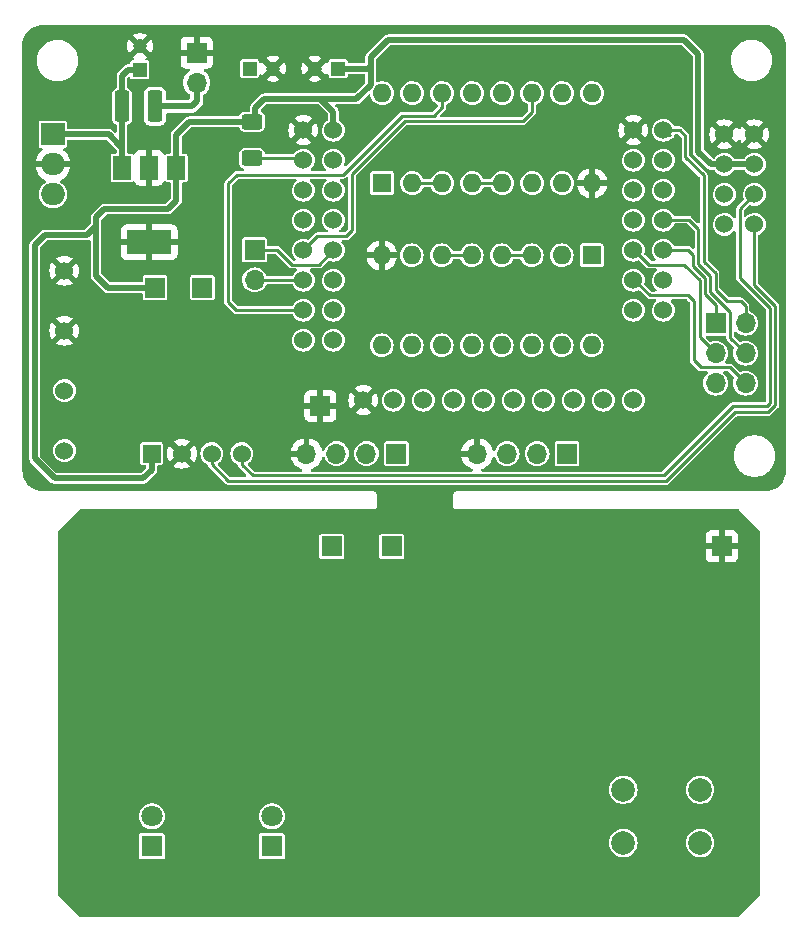
<source format=gbr>
%TF.GenerationSoftware,KiCad,Pcbnew,8.0.1*%
%TF.CreationDate,2024-04-01T21:08:37-04:00*%
%TF.ProjectId,esp32-node-board-40x65,65737033-322d-46e6-9f64-652d626f6172,rev?*%
%TF.SameCoordinates,Original*%
%TF.FileFunction,Copper,L2,Bot*%
%TF.FilePolarity,Positive*%
%FSLAX46Y46*%
G04 Gerber Fmt 4.6, Leading zero omitted, Abs format (unit mm)*
G04 Created by KiCad (PCBNEW 8.0.1) date 2024-04-01 21:08:37*
%MOMM*%
%LPD*%
G01*
G04 APERTURE LIST*
G04 Aperture macros list*
%AMRoundRect*
0 Rectangle with rounded corners*
0 $1 Rounding radius*
0 $2 $3 $4 $5 $6 $7 $8 $9 X,Y pos of 4 corners*
0 Add a 4 corners polygon primitive as box body*
4,1,4,$2,$3,$4,$5,$6,$7,$8,$9,$2,$3,0*
0 Add four circle primitives for the rounded corners*
1,1,$1+$1,$2,$3*
1,1,$1+$1,$4,$5*
1,1,$1+$1,$6,$7*
1,1,$1+$1,$8,$9*
0 Add four rect primitives between the rounded corners*
20,1,$1+$1,$2,$3,$4,$5,0*
20,1,$1+$1,$4,$5,$6,$7,0*
20,1,$1+$1,$6,$7,$8,$9,0*
20,1,$1+$1,$8,$9,$2,$3,0*%
G04 Aperture macros list end*
%TA.AperFunction,ComponentPad*%
%ADD10R,1.700000X1.700000*%
%TD*%
%TA.AperFunction,ComponentPad*%
%ADD11R,1.800000X1.800000*%
%TD*%
%TA.AperFunction,ComponentPad*%
%ADD12C,1.800000*%
%TD*%
%TA.AperFunction,ComponentPad*%
%ADD13C,2.000000*%
%TD*%
%TA.AperFunction,ComponentPad*%
%ADD14R,1.200000X1.200000*%
%TD*%
%TA.AperFunction,ComponentPad*%
%ADD15C,1.200000*%
%TD*%
%TA.AperFunction,ComponentPad*%
%ADD16C,1.524000*%
%TD*%
%TA.AperFunction,ComponentPad*%
%ADD17R,1.600000X1.600000*%
%TD*%
%TA.AperFunction,ComponentPad*%
%ADD18O,1.600000X1.600000*%
%TD*%
%TA.AperFunction,ComponentPad*%
%ADD19O,1.700000X1.700000*%
%TD*%
%TA.AperFunction,ComponentPad*%
%ADD20R,1.524000X1.524000*%
%TD*%
%TA.AperFunction,ComponentPad*%
%ADD21R,2.000000X1.905000*%
%TD*%
%TA.AperFunction,ComponentPad*%
%ADD22O,2.000000X1.905000*%
%TD*%
%TA.AperFunction,SMDPad,CuDef*%
%ADD23RoundRect,0.250000X-0.625000X0.400000X-0.625000X-0.400000X0.625000X-0.400000X0.625000X0.400000X0*%
%TD*%
%TA.AperFunction,SMDPad,CuDef*%
%ADD24RoundRect,0.250000X-0.375000X-1.075000X0.375000X-1.075000X0.375000X1.075000X-0.375000X1.075000X0*%
%TD*%
%TA.AperFunction,SMDPad,CuDef*%
%ADD25R,1.500000X2.000000*%
%TD*%
%TA.AperFunction,SMDPad,CuDef*%
%ADD26R,3.800000X2.000000*%
%TD*%
%TA.AperFunction,Conductor*%
%ADD27C,0.500000*%
%TD*%
%TA.AperFunction,Conductor*%
%ADD28C,0.250000*%
%TD*%
G04 APERTURE END LIST*
D10*
%TO.P,J19,1,Pin_1*%
%TO.N,Net-(J19-Pin_1)*%
X111540000Y-84650000D03*
%TD*%
%TO.P,J18,1,Pin_1*%
%TO.N,/GPIO34*%
X95500000Y-62750000D03*
%TD*%
D11*
%TO.P,D6,1*%
%TO.N,Net-(D5-Pad1)*%
X101380000Y-110050000D03*
D12*
%TO.P,D6,2*%
%TO.N,Net-(J19-Pin_1)*%
X101380000Y-107510000D03*
%TD*%
D10*
%TO.P,J17,1,Pin_1*%
%TO.N,GND*%
X139480000Y-84650000D03*
%TD*%
%TO.P,J16,1,Pin_1*%
%TO.N,GND*%
X105500000Y-72750000D03*
%TD*%
%TO.P,J15,1,Pin_1*%
%TO.N,Net-(J15-Pin_1)*%
X106460000Y-84650000D03*
%TD*%
D11*
%TO.P,D5,1*%
%TO.N,Net-(D5-Pad1)*%
X91220000Y-110050000D03*
D12*
%TO.P,D5,2*%
%TO.N,Net-(J15-Pin_1)*%
X91220000Y-107510000D03*
%TD*%
D10*
%TO.P,J7,1,Pin_1*%
%TO.N,+3V3*%
X91500000Y-62750000D03*
%TD*%
D13*
%TO.P,SW1,1,1*%
%TO.N,unconnected-(SW1-Pad1)*%
X131150000Y-105260000D03*
X137650000Y-105260000D03*
%TO.P,SW1,2,2*%
%TO.N,unconnected-(SW1-Pad2)*%
X131150000Y-109760000D03*
X137650000Y-109760000D03*
%TD*%
D14*
%TO.P,C2,1*%
%TO.N,+3V3*%
X107000000Y-44200000D03*
D15*
%TO.P,C2,2*%
%TO.N,GND*%
X105000000Y-44200000D03*
%TD*%
D16*
%TO.P,J1,*%
%TO.N,*%
X104060000Y-67200000D03*
X106600000Y-67200000D03*
%TO.P,J1,1,GND*%
%TO.N,GND*%
X104060000Y-49420000D03*
%TO.P,J1,2,VDD*%
%TO.N,+3V3*%
X106600000Y-49420000D03*
%TO.P,J1,3,EN*%
%TO.N,/EN*%
X104060000Y-51960000D03*
%TO.P,J1,4,SENSOR_VP*%
%TO.N,/GPIO36*%
X106600000Y-51960000D03*
%TO.P,J1,5,SENSOR_VN*%
%TO.N,/GPIO39*%
X104060000Y-54500000D03*
%TO.P,J1,6,IO34*%
%TO.N,/GPIO34*%
X106600000Y-54500000D03*
%TO.P,J1,7,IO35*%
%TO.N,/OUT3*%
X104060000Y-57040000D03*
%TO.P,J1,8,IO32*%
%TO.N,/GPIO32*%
X106600000Y-57040000D03*
%TO.P,J1,9,IO33*%
%TO.N,/SRCLK*%
X104060000Y-59580000D03*
%TO.P,J1,10,IO25*%
%TO.N,/DAC1*%
X106600000Y-59580000D03*
%TO.P,J1,11,IO26*%
%TO.N,/DAC2*%
X104060000Y-62120000D03*
%TO.P,J1,12,IO27*%
%TO.N,/GPIO27*%
X106600000Y-62120000D03*
%TO.P,J1,13,IO14*%
%TO.N,/SER*%
X104060000Y-64660000D03*
%TO.P,J1,14,IO12*%
%TO.N,/OUT2*%
X106600000Y-64660000D03*
%TO.P,J1,15,GND*%
%TO.N,GND*%
X109140000Y-72280000D03*
%TO.P,J1,16,IO13*%
%TO.N,/GPIO13*%
X111680000Y-72280000D03*
%TO.P,J1,17,SD2*%
%TO.N,/SD_DATA2*%
X114220000Y-72280000D03*
%TO.P,J1,18,SD3*%
%TO.N,/SD_DATA3*%
X116760000Y-72280000D03*
%TO.P,J1,19,CMD*%
%TO.N,/SD_CMD*%
X119300000Y-72280000D03*
%TO.P,J1,20,CLK*%
%TO.N,/SD_CLK*%
X121840000Y-72280000D03*
%TO.P,J1,21,SD0*%
%TO.N,/SD_DATA0*%
X124380000Y-72280000D03*
%TO.P,J1,22,SD1*%
%TO.N,/SD_DATA1*%
X126920000Y-72280000D03*
%TO.P,J1,23,IO15*%
%TO.N,/ADC2_CH3*%
X129460000Y-72280000D03*
%TO.P,J1,24,IO2*%
%TO.N,/ADC2_CH2*%
X132000000Y-72280000D03*
%TO.P,J1,25,IO0*%
%TO.N,/BOOT*%
X134540000Y-64660000D03*
%TO.P,J1,26,IO4*%
%TO.N,/ADC2_CH0*%
X132000000Y-64660000D03*
%TO.P,J1,27,IO16*%
%TO.N,/OUT1*%
X134540000Y-62120000D03*
%TO.P,J1,28,IO17*%
%TO.N,/GPIO17*%
X132000000Y-62120000D03*
%TO.P,J1,29,IO5*%
%TO.N,/GPIO5*%
X134540000Y-59580000D03*
%TO.P,J1,30,IO18*%
%TO.N,/GPIO18*%
X132000000Y-59580000D03*
%TO.P,J1,31,IO19*%
%TO.N,/GPIO19*%
X134540000Y-57040000D03*
%TO.P,J1,32*%
%TO.N,N/C*%
X132000000Y-57040000D03*
%TO.P,J1,33,SDA*%
%TO.N,/SDA*%
X134540000Y-54500000D03*
%TO.P,J1,34,RXD0*%
%TO.N,/RXD*%
X132000000Y-54500000D03*
%TO.P,J1,35,TXD0*%
%TO.N,/TXD*%
X134540000Y-51960000D03*
%TO.P,J1,36,SCL*%
%TO.N,/SCL*%
X132000000Y-51960000D03*
%TO.P,J1,37,IO23*%
%TO.N,/GPIO23*%
X134540000Y-49420000D03*
%TO.P,J1,38,GND*%
%TO.N,GND*%
X132000000Y-49420000D03*
%TD*%
D17*
%TO.P,U3,1,I1*%
%TO.N,/I6*%
X128475000Y-60000000D03*
D18*
%TO.P,U3,2,I2*%
%TO.N,/I3*%
X125935000Y-60000000D03*
%TO.P,U3,3,I3*%
%TO.N,/I5*%
X123395000Y-60000000D03*
%TO.P,U3,4,I4*%
X120855000Y-60000000D03*
%TO.P,U3,5,I5*%
%TO.N,/I7*%
X118315000Y-60000000D03*
%TO.P,U3,6,I6*%
X115775000Y-60000000D03*
%TO.P,U3,7,I7*%
%TO.N,/I1*%
X113235000Y-60000000D03*
%TO.P,U3,8,GND*%
%TO.N,GND*%
X110695000Y-60000000D03*
%TO.P,U3,9,COM*%
%TO.N,+5V*%
X110695000Y-67620000D03*
%TO.P,U3,10,O7*%
%TO.N,/SOURCE2*%
X113235000Y-67620000D03*
%TO.P,U3,11,O6*%
X115775000Y-67620000D03*
%TO.P,U3,12,O5*%
%TO.N,/SOURCE1*%
X118315000Y-67620000D03*
%TO.P,U3,13,O4*%
X120855000Y-67620000D03*
%TO.P,U3,14,O3*%
%TO.N,/SOURCE5*%
X123395000Y-67620000D03*
%TO.P,U3,15,O2*%
%TO.N,/SOURCE4*%
X125935000Y-67620000D03*
%TO.P,U3,16,O1*%
%TO.N,/SOURCE3*%
X128475000Y-67620000D03*
%TD*%
D16*
%TO.P,J9,1,Pin_1*%
%TO.N,GND*%
X83820000Y-61310000D03*
%TO.P,J9,2,Pin_2*%
X83820000Y-66390000D03*
%TD*%
D17*
%TO.P,U5,1,QB*%
%TO.N,/I1*%
X110725000Y-53900000D03*
D18*
%TO.P,U5,2,QC*%
%TO.N,/I7*%
X113265000Y-53900000D03*
%TO.P,U5,3,QD*%
X115805000Y-53900000D03*
%TO.P,U5,4,QE*%
%TO.N,/I5*%
X118345000Y-53900000D03*
%TO.P,U5,5,QF*%
X120885000Y-53900000D03*
%TO.P,U5,6,QG*%
%TO.N,/I3*%
X123425000Y-53900000D03*
%TO.P,U5,7,QH*%
%TO.N,/I6*%
X125965000Y-53900000D03*
%TO.P,U5,8,GND*%
%TO.N,GND*%
X128505000Y-53900000D03*
%TO.P,U5,9,QH'*%
%TO.N,unconnected-(U5-QH'-Pad9)*%
X128505000Y-46280000D03*
%TO.P,U5,10,~{SRCLR}*%
%TO.N,/SRCLR*%
X125965000Y-46280000D03*
%TO.P,U5,11,SRCLK*%
%TO.N,/SRCLK*%
X123425000Y-46280000D03*
%TO.P,U5,12,RCLK*%
%TO.N,/RCLK*%
X120885000Y-46280000D03*
%TO.P,U5,13,~{OE}*%
%TO.N,/OE*%
X118345000Y-46280000D03*
%TO.P,U5,14,SER*%
%TO.N,/SER*%
X115805000Y-46280000D03*
%TO.P,U5,15,QA*%
%TO.N,unconnected-(U5-QA-Pad15)*%
X113265000Y-46280000D03*
%TO.P,U5,16,VCC*%
%TO.N,+5V*%
X110725000Y-46280000D03*
%TD*%
D10*
%TO.P,J2,1,Pin_1*%
%TO.N,GND*%
X95025000Y-42850000D03*
D19*
%TO.P,J2,2,Pin_2*%
%TO.N,/VDC*%
X95025000Y-45390000D03*
%TD*%
D10*
%TO.P,J6,1,Pin_1*%
%TO.N,/SOURCE3*%
X111940000Y-76800000D03*
D19*
%TO.P,J6,2,Pin_2*%
%TO.N,/SOURCE4*%
X109400000Y-76800000D03*
%TO.P,J6,3,Pin_3*%
%TO.N,/SOURCE5*%
X106860000Y-76800000D03*
%TO.P,J6,4,Pin_4*%
%TO.N,GND*%
X104320000Y-76800000D03*
%TD*%
D10*
%TO.P,J10,1,Pin_1*%
%TO.N,/ADC2_CH2*%
X126380000Y-76800000D03*
D19*
%TO.P,J10,2,Pin_2*%
%TO.N,/ADC2_CH3*%
X123840000Y-76800000D03*
%TO.P,J10,3,Pin_3*%
%TO.N,/ADC2_CH0*%
X121300000Y-76800000D03*
%TO.P,J10,4,Pin_4*%
%TO.N,GND*%
X118760000Y-76800000D03*
%TD*%
D14*
%TO.P,C3,1*%
%TO.N,+5V*%
X99500000Y-44200000D03*
D15*
%TO.P,C3,2*%
%TO.N,GND*%
X101500000Y-44200000D03*
%TD*%
D10*
%TO.P,J5,1,Pin_1*%
%TO.N,/DAC1*%
X99925000Y-59550000D03*
D19*
%TO.P,J5,2,Pin_2*%
%TO.N,/DAC2*%
X99925000Y-62090000D03*
%TD*%
D10*
%TO.P,J14,1,1*%
%TO.N,/GPIO5*%
X138960000Y-65760000D03*
D19*
%TO.P,J14,2,2*%
%TO.N,/GPIO18*%
X138960000Y-68300000D03*
%TO.P,J14,3,3*%
%TO.N,unconnected-(J14-Pad3)*%
X138960000Y-70840000D03*
%TO.P,J14,4,4*%
%TO.N,/GPIO23*%
X141500000Y-65760000D03*
%TO.P,J14,5,5*%
%TO.N,/GPIO19*%
X141500000Y-68300000D03*
%TO.P,J14,6,6*%
%TO.N,/GPIO17*%
X141500000Y-70840000D03*
%TD*%
D16*
%TO.P,J3,3V3,3V3*%
%TO.N,+3V3*%
X139700000Y-52310000D03*
%TO.P,J3,GND,GND*%
%TO.N,GND*%
X139700000Y-49770000D03*
%TO.P,J3,RXD,RXD*%
%TO.N,/RXD*%
X139700000Y-57390000D03*
%TO.P,J3,TXD,TXD*%
%TO.N,/TXD*%
X139700000Y-54850000D03*
%TD*%
D14*
%TO.P,C1,1*%
%TO.N,/VIN*%
X90200000Y-44300000D03*
D15*
%TO.P,C1,2*%
%TO.N,GND*%
X90200000Y-42300000D03*
%TD*%
D20*
%TO.P,U7,1,VDD*%
%TO.N,+3V3*%
X91220000Y-76800000D03*
D16*
%TO.P,U7,2,GND*%
%TO.N,GND*%
X93760000Y-76800000D03*
%TO.P,U7,3,SCL*%
%TO.N,/SCL*%
X96300000Y-76800000D03*
%TO.P,U7,4,SDA*%
%TO.N,/SDA*%
X98840000Y-76800000D03*
%TD*%
D21*
%TO.P,U4,1,IN*%
%TO.N,/VIN*%
X82855000Y-49770000D03*
D22*
%TO.P,U4,2,GND*%
%TO.N,GND*%
X82855000Y-52310000D03*
%TO.P,U4,3,OUT*%
%TO.N,+5V*%
X82855000Y-54850000D03*
%TD*%
D16*
%TO.P,J4,GND,GND*%
%TO.N,GND*%
X142240000Y-49770000D03*
%TO.P,J4,SCL,SCL*%
%TO.N,/SCL*%
X142240000Y-57390000D03*
%TO.P,J4,SDA,SDA*%
%TO.N,/SDA*%
X142240000Y-54850000D03*
%TO.P,J4,Vcc,VCC*%
%TO.N,+3V3*%
X142240000Y-52310000D03*
%TD*%
%TO.P,J8,1,Pin_1*%
%TO.N,/SOURCE2*%
X83820000Y-71470000D03*
%TO.P,J8,2,Pin_2*%
%TO.N,/SOURCE1*%
X83820000Y-76550000D03*
%TD*%
D23*
%TO.P,R1,1*%
%TO.N,+3V3*%
X99700000Y-48700000D03*
%TO.P,R1,2*%
%TO.N,/EN*%
X99700000Y-51800000D03*
%TD*%
D24*
%TO.P,D4,1,K*%
%TO.N,/VIN*%
X88700000Y-47400000D03*
%TO.P,D4,2,A*%
%TO.N,/VDC*%
X91500000Y-47400000D03*
%TD*%
D25*
%TO.P,U1,1,VI*%
%TO.N,/VIN*%
X88700000Y-52600000D03*
%TO.P,U1,2,GND*%
%TO.N,GND*%
X91000000Y-52600000D03*
D26*
X91000000Y-58900000D03*
D25*
%TO.P,U1,3,VO*%
%TO.N,+3V3*%
X93300000Y-52600000D03*
%TD*%
D27*
%TO.N,+3V3*%
X86500000Y-61750000D02*
X86500000Y-57500000D01*
X87500000Y-62750000D02*
X86500000Y-61750000D01*
X91500000Y-62750000D02*
X87500000Y-62750000D01*
X107000000Y-44200000D02*
X109550000Y-44200000D01*
X81300000Y-59150000D02*
X82150000Y-58300000D01*
X100000000Y-48700000D02*
X100000000Y-47500000D01*
X138560000Y-52310000D02*
X139700000Y-52310000D01*
X91220000Y-76800000D02*
X91220000Y-78180000D01*
X81300000Y-77200000D02*
X81300000Y-59150000D01*
X137500000Y-51250000D02*
X138560000Y-52310000D01*
X106600000Y-47850000D02*
X106600000Y-49420000D01*
X139700000Y-52310000D02*
X142240000Y-52310000D01*
X86500000Y-57500000D02*
X86500000Y-56800000D01*
X137500000Y-43000000D02*
X137500000Y-51250000D01*
X92600000Y-56100000D02*
X93300000Y-55400000D01*
X93300000Y-49800000D02*
X94400000Y-48700000D01*
X109550000Y-44200000D02*
X109750000Y-44000000D01*
X85700000Y-58300000D02*
X86500000Y-57500000D01*
X87200000Y-56100000D02*
X92600000Y-56100000D01*
X100000000Y-47500000D02*
X100750000Y-46750000D01*
X136250000Y-41750000D02*
X137500000Y-43000000D01*
X82150000Y-58300000D02*
X85700000Y-58300000D01*
X94400000Y-48700000D02*
X100000000Y-48700000D01*
X100750000Y-46750000D02*
X105500000Y-46750000D01*
X108550000Y-46750000D02*
X109750000Y-45550000D01*
X105500000Y-46750000D02*
X106600000Y-47850000D01*
X93300000Y-55400000D02*
X93300000Y-52600000D01*
X109750000Y-44000000D02*
X109750000Y-43250000D01*
X105500000Y-46750000D02*
X108550000Y-46750000D01*
X109750000Y-43250000D02*
X111250000Y-41750000D01*
X93300000Y-52600000D02*
X93300000Y-49800000D01*
X90500000Y-78900000D02*
X83000000Y-78900000D01*
X106770000Y-49250000D02*
X106600000Y-49420000D01*
X109750000Y-45550000D02*
X109750000Y-44000000D01*
X86500000Y-56800000D02*
X87200000Y-56100000D01*
X91220000Y-78180000D02*
X90500000Y-78900000D01*
X83000000Y-78900000D02*
X81300000Y-77200000D01*
X111250000Y-41750000D02*
X136250000Y-41750000D01*
D28*
%TO.N,/SDA*%
X99750000Y-78650000D02*
X134550000Y-78650000D01*
X141000000Y-61900000D02*
X141000000Y-56090000D01*
X134550000Y-78650000D02*
X140418198Y-72781802D01*
X143550000Y-64450000D02*
X141000000Y-61900000D01*
X98840000Y-76800000D02*
X98840000Y-77740000D01*
X143281802Y-72781802D02*
X143550000Y-72513604D01*
X143550000Y-72513604D02*
X143550000Y-64450000D01*
X140418198Y-72781802D02*
X143281802Y-72781802D01*
X141000000Y-56090000D02*
X142240000Y-54850000D01*
X98840000Y-77740000D02*
X99750000Y-78650000D01*
%TO.N,/SCL*%
X134800000Y-79100000D02*
X140600000Y-73300000D01*
X96300000Y-76800000D02*
X96300000Y-77700000D01*
X144000000Y-72700000D02*
X144000000Y-64263604D01*
X96300000Y-77700000D02*
X97700000Y-79100000D01*
X142240000Y-62503604D02*
X142240000Y-57390000D01*
X144000000Y-64263604D02*
X142240000Y-62503604D01*
X143400000Y-73300000D02*
X144000000Y-72700000D01*
X140600000Y-73300000D02*
X143400000Y-73300000D01*
X97700000Y-79100000D02*
X134800000Y-79100000D01*
%TO.N,/EN*%
X100000000Y-51800000D02*
X103900000Y-51800000D01*
X103900000Y-51800000D02*
X104060000Y-51960000D01*
D27*
%TO.N,/VDC*%
X95025000Y-46975000D02*
X94600000Y-47400000D01*
X95025000Y-45390000D02*
X95025000Y-46975000D01*
X94600000Y-47400000D02*
X91500000Y-47400000D01*
D28*
%TO.N,/DAC1*%
X105380000Y-60800000D02*
X103100000Y-60800000D01*
X106600000Y-59580000D02*
X105380000Y-60800000D01*
X103100000Y-60800000D02*
X101850000Y-59550000D01*
X101850000Y-59550000D02*
X99925000Y-59550000D01*
%TO.N,/DAC2*%
X104060000Y-62120000D02*
X99955000Y-62120000D01*
X104030000Y-62090000D02*
X104060000Y-62120000D01*
X99955000Y-62120000D02*
X99925000Y-62090000D01*
%TO.N,/GPIO19*%
X138500000Y-63100000D02*
X138500000Y-61727208D01*
X137500000Y-60727208D02*
X137500000Y-57800000D01*
X138500000Y-61727208D02*
X137500000Y-60727208D01*
X140200000Y-67000000D02*
X140200000Y-64800000D01*
X141500000Y-68300000D02*
X140200000Y-67000000D01*
X136690000Y-56990000D02*
X134620000Y-56990000D01*
X140200000Y-64800000D02*
X138500000Y-63100000D01*
X137500000Y-57800000D02*
X136690000Y-56990000D01*
%TO.N,/GPIO17*%
X141500000Y-70840000D02*
X140160000Y-69500000D01*
X137700000Y-69500000D02*
X137100000Y-68900000D01*
X140160000Y-69500000D02*
X137700000Y-69500000D01*
X137100000Y-68900000D02*
X137100000Y-63840000D01*
X133410000Y-63400000D02*
X132080000Y-62070000D01*
X137100000Y-63840000D02*
X136660000Y-63400000D01*
X136660000Y-63400000D02*
X133410000Y-63400000D01*
%TO.N,/GPIO5*%
X138050000Y-61913604D02*
X137050000Y-60913604D01*
X137050000Y-60913604D02*
X137050000Y-59950000D01*
X136630000Y-59530000D02*
X134620000Y-59530000D01*
X138960000Y-65760000D02*
X138960000Y-64196396D01*
X138960000Y-64196396D02*
X138050000Y-63286396D01*
X138050000Y-63286396D02*
X138050000Y-61913604D01*
X137050000Y-59950000D02*
X136630000Y-59530000D01*
%TO.N,/GPIO18*%
X138960000Y-68300000D02*
X137600000Y-66940000D01*
X136300000Y-60800000D02*
X133350000Y-60800000D01*
X137600000Y-66940000D02*
X137600000Y-62100000D01*
X137600000Y-62100000D02*
X136300000Y-60800000D01*
X133350000Y-60800000D02*
X132080000Y-59530000D01*
%TO.N,/GPIO23*%
X138950000Y-61540812D02*
X137950000Y-60540812D01*
X136400000Y-51700000D02*
X136400000Y-49900000D01*
X135920000Y-49420000D02*
X134540000Y-49420000D01*
X138950000Y-62913604D02*
X138950000Y-61540812D01*
X135100000Y-49850000D02*
X134620000Y-49370000D01*
X137950000Y-60540812D02*
X137950000Y-53250000D01*
X141100000Y-63900000D02*
X139936396Y-63900000D01*
X141500000Y-64300000D02*
X141100000Y-63900000D01*
X141500000Y-65760000D02*
X141500000Y-64300000D01*
X137950000Y-53250000D02*
X136400000Y-51700000D01*
X139936396Y-63900000D02*
X138950000Y-62913604D01*
X136400000Y-49900000D02*
X135920000Y-49420000D01*
%TO.N,/SRCLK*%
X108200000Y-53100000D02*
X112650000Y-48650000D01*
X122650000Y-48650000D02*
X123425000Y-47875000D01*
X107700000Y-58400000D02*
X108200000Y-57900000D01*
X105240000Y-58400000D02*
X107700000Y-58400000D01*
X104060000Y-59580000D02*
X105240000Y-58400000D01*
X112650000Y-48650000D02*
X122650000Y-48650000D01*
X123425000Y-47875000D02*
X123425000Y-46280000D01*
X108200000Y-57900000D02*
X108200000Y-53100000D01*
%TO.N,/SER*%
X98360000Y-64660000D02*
X104060000Y-64660000D01*
X98400000Y-53200000D02*
X97700000Y-53900000D01*
X115805000Y-47495000D02*
X115100000Y-48200000D01*
X97700000Y-53900000D02*
X97700000Y-64000000D01*
X112400000Y-48200000D02*
X107400000Y-53200000D01*
X107400000Y-53200000D02*
X98400000Y-53200000D01*
X115805000Y-46280000D02*
X115805000Y-47495000D01*
X97700000Y-64000000D02*
X98360000Y-64660000D01*
X115100000Y-48200000D02*
X112400000Y-48200000D01*
%TO.N,/I7*%
X115775000Y-60000000D02*
X118315000Y-60000000D01*
X113265000Y-53900000D02*
X115805000Y-53900000D01*
%TO.N,/I5*%
X120855000Y-60000000D02*
X123395000Y-60000000D01*
X118345000Y-53900000D02*
X120885000Y-53900000D01*
D27*
%TO.N,/VIN*%
X88700000Y-44800000D02*
X88700000Y-47400000D01*
X88200000Y-50400000D02*
X88700000Y-50900000D01*
X88700000Y-47400000D02*
X88700000Y-50900000D01*
X82855000Y-49770000D02*
X87570000Y-49770000D01*
X87570000Y-49770000D02*
X88700000Y-50900000D01*
X90200000Y-44300000D02*
X89200000Y-44300000D01*
X89200000Y-44300000D02*
X88700000Y-44800000D01*
X88700000Y-52600000D02*
X88700000Y-50900000D01*
%TD*%
%TA.AperFunction,Conductor*%
%TO.N,GND*%
G36*
X143130919Y-40514701D02*
G01*
X143131061Y-40514714D01*
X143141618Y-40514714D01*
X143181366Y-40514714D01*
X143190211Y-40515030D01*
X143227182Y-40517674D01*
X143425930Y-40531887D01*
X143443426Y-40534403D01*
X143670014Y-40583692D01*
X143686986Y-40588676D01*
X143904260Y-40669714D01*
X143920332Y-40677054D01*
X144115351Y-40783542D01*
X144123858Y-40788187D01*
X144138741Y-40797752D01*
X144324369Y-40936711D01*
X144337740Y-40948297D01*
X144501702Y-41112259D01*
X144513288Y-41125630D01*
X144652247Y-41311258D01*
X144661812Y-41326141D01*
X144769431Y-41523231D01*
X144772940Y-41529656D01*
X144780288Y-41545746D01*
X144784355Y-41556649D01*
X144861323Y-41763013D01*
X144866307Y-41779989D01*
X144915594Y-42006564D01*
X144918112Y-42024075D01*
X144934970Y-42259792D01*
X144935286Y-42268638D01*
X144935286Y-78231361D01*
X144934970Y-78240207D01*
X144918112Y-78475924D01*
X144915594Y-78493435D01*
X144866307Y-78720010D01*
X144861323Y-78736986D01*
X144780290Y-78954249D01*
X144772940Y-78970343D01*
X144661812Y-79173858D01*
X144652247Y-79188741D01*
X144513288Y-79374369D01*
X144501702Y-79387740D01*
X144337740Y-79551702D01*
X144324369Y-79563288D01*
X144138741Y-79702247D01*
X144123858Y-79711812D01*
X143920343Y-79822940D01*
X143904249Y-79830290D01*
X143686986Y-79911323D01*
X143670011Y-79916307D01*
X143443437Y-79965594D01*
X143425924Y-79968112D01*
X143190193Y-79984970D01*
X143181348Y-79985286D01*
X143131437Y-79985286D01*
X143131096Y-79985314D01*
X116999777Y-79999500D01*
X116950128Y-79999500D01*
X116950074Y-79999510D01*
X116904096Y-80018584D01*
X116904038Y-80018608D01*
X116858086Y-80037642D01*
X116857998Y-80037701D01*
X116822819Y-80072919D01*
X116822772Y-80072966D01*
X116787625Y-80108112D01*
X116787564Y-80108203D01*
X116768529Y-80154229D01*
X116768505Y-80154287D01*
X116749497Y-80200178D01*
X116749472Y-80200303D01*
X116749499Y-80250107D01*
X116749500Y-80250136D01*
X116749500Y-81200172D01*
X116749500Y-81299828D01*
X116787636Y-81391897D01*
X116858103Y-81462364D01*
X116950172Y-81500500D01*
X140844877Y-81500500D01*
X140911916Y-81520185D01*
X140932558Y-81536819D01*
X142713181Y-83317442D01*
X142746666Y-83378765D01*
X142749500Y-83405123D01*
X142749500Y-114094877D01*
X142729815Y-114161916D01*
X142713181Y-114182558D01*
X140932558Y-115963181D01*
X140871235Y-115996666D01*
X140844877Y-115999500D01*
X85155123Y-115999500D01*
X85088084Y-115979815D01*
X85067442Y-115963181D01*
X83286819Y-114182558D01*
X83253334Y-114121235D01*
X83250500Y-114094877D01*
X83250500Y-110969752D01*
X90119500Y-110969752D01*
X90131131Y-111028229D01*
X90131132Y-111028230D01*
X90175447Y-111094552D01*
X90241769Y-111138867D01*
X90241770Y-111138868D01*
X90300247Y-111150499D01*
X90300250Y-111150500D01*
X90300252Y-111150500D01*
X92139750Y-111150500D01*
X92139751Y-111150499D01*
X92154568Y-111147552D01*
X92198229Y-111138868D01*
X92198229Y-111138867D01*
X92198231Y-111138867D01*
X92264552Y-111094552D01*
X92308867Y-111028231D01*
X92308867Y-111028229D01*
X92308868Y-111028229D01*
X92320499Y-110969752D01*
X100279500Y-110969752D01*
X100291131Y-111028229D01*
X100291132Y-111028230D01*
X100335447Y-111094552D01*
X100401769Y-111138867D01*
X100401770Y-111138868D01*
X100460247Y-111150499D01*
X100460250Y-111150500D01*
X100460252Y-111150500D01*
X102299750Y-111150500D01*
X102299751Y-111150499D01*
X102314568Y-111147552D01*
X102358229Y-111138868D01*
X102358229Y-111138867D01*
X102358231Y-111138867D01*
X102424552Y-111094552D01*
X102468867Y-111028231D01*
X102468867Y-111028229D01*
X102468868Y-111028229D01*
X102480499Y-110969752D01*
X102480500Y-110969750D01*
X102480500Y-109760000D01*
X129944357Y-109760000D01*
X129964884Y-109981535D01*
X129964885Y-109981537D01*
X130025769Y-110195523D01*
X130025775Y-110195538D01*
X130124938Y-110394683D01*
X130124943Y-110394691D01*
X130259020Y-110572238D01*
X130423437Y-110722123D01*
X130423439Y-110722125D01*
X130612595Y-110839245D01*
X130612596Y-110839245D01*
X130612599Y-110839247D01*
X130820060Y-110919618D01*
X131038757Y-110960500D01*
X131038759Y-110960500D01*
X131261241Y-110960500D01*
X131261243Y-110960500D01*
X131479940Y-110919618D01*
X131687401Y-110839247D01*
X131876562Y-110722124D01*
X132040981Y-110572236D01*
X132175058Y-110394689D01*
X132274229Y-110195528D01*
X132335115Y-109981536D01*
X132355643Y-109760000D01*
X136444357Y-109760000D01*
X136464884Y-109981535D01*
X136464885Y-109981537D01*
X136525769Y-110195523D01*
X136525775Y-110195538D01*
X136624938Y-110394683D01*
X136624943Y-110394691D01*
X136759020Y-110572238D01*
X136923437Y-110722123D01*
X136923439Y-110722125D01*
X137112595Y-110839245D01*
X137112596Y-110839245D01*
X137112599Y-110839247D01*
X137320060Y-110919618D01*
X137538757Y-110960500D01*
X137538759Y-110960500D01*
X137761241Y-110960500D01*
X137761243Y-110960500D01*
X137979940Y-110919618D01*
X138187401Y-110839247D01*
X138376562Y-110722124D01*
X138540981Y-110572236D01*
X138675058Y-110394689D01*
X138774229Y-110195528D01*
X138835115Y-109981536D01*
X138855643Y-109760000D01*
X138835115Y-109538464D01*
X138774229Y-109324472D01*
X138774224Y-109324461D01*
X138675061Y-109125316D01*
X138675056Y-109125308D01*
X138540979Y-108947761D01*
X138376562Y-108797876D01*
X138376560Y-108797874D01*
X138187404Y-108680754D01*
X138187398Y-108680752D01*
X137979940Y-108600382D01*
X137761243Y-108559500D01*
X137538757Y-108559500D01*
X137320060Y-108600382D01*
X137188864Y-108651207D01*
X137112601Y-108680752D01*
X137112595Y-108680754D01*
X136923439Y-108797874D01*
X136923437Y-108797876D01*
X136759020Y-108947761D01*
X136624943Y-109125308D01*
X136624938Y-109125316D01*
X136525775Y-109324461D01*
X136525769Y-109324476D01*
X136464885Y-109538462D01*
X136464884Y-109538464D01*
X136444357Y-109759999D01*
X136444357Y-109760000D01*
X132355643Y-109760000D01*
X132335115Y-109538464D01*
X132274229Y-109324472D01*
X132274224Y-109324461D01*
X132175061Y-109125316D01*
X132175056Y-109125308D01*
X132040979Y-108947761D01*
X131876562Y-108797876D01*
X131876560Y-108797874D01*
X131687404Y-108680754D01*
X131687398Y-108680752D01*
X131479940Y-108600382D01*
X131261243Y-108559500D01*
X131038757Y-108559500D01*
X130820060Y-108600382D01*
X130688864Y-108651207D01*
X130612601Y-108680752D01*
X130612595Y-108680754D01*
X130423439Y-108797874D01*
X130423437Y-108797876D01*
X130259020Y-108947761D01*
X130124943Y-109125308D01*
X130124938Y-109125316D01*
X130025775Y-109324461D01*
X130025769Y-109324476D01*
X129964885Y-109538462D01*
X129964884Y-109538464D01*
X129944357Y-109759999D01*
X129944357Y-109760000D01*
X102480500Y-109760000D01*
X102480500Y-109130249D01*
X102480499Y-109130247D01*
X102468868Y-109071770D01*
X102468867Y-109071769D01*
X102424552Y-109005447D01*
X102358230Y-108961132D01*
X102358229Y-108961131D01*
X102299752Y-108949500D01*
X102299748Y-108949500D01*
X100460252Y-108949500D01*
X100460247Y-108949500D01*
X100401770Y-108961131D01*
X100401769Y-108961132D01*
X100335447Y-109005447D01*
X100291132Y-109071769D01*
X100291131Y-109071770D01*
X100279500Y-109130247D01*
X100279500Y-110969752D01*
X92320499Y-110969752D01*
X92320500Y-110969750D01*
X92320500Y-109130249D01*
X92320499Y-109130247D01*
X92308868Y-109071770D01*
X92308867Y-109071769D01*
X92264552Y-109005447D01*
X92198230Y-108961132D01*
X92198229Y-108961131D01*
X92139752Y-108949500D01*
X92139748Y-108949500D01*
X90300252Y-108949500D01*
X90300247Y-108949500D01*
X90241770Y-108961131D01*
X90241769Y-108961132D01*
X90175447Y-109005447D01*
X90131132Y-109071769D01*
X90131131Y-109071770D01*
X90119500Y-109130247D01*
X90119500Y-110969752D01*
X83250500Y-110969752D01*
X83250500Y-107510000D01*
X90114785Y-107510000D01*
X90133602Y-107713082D01*
X90189417Y-107909247D01*
X90189422Y-107909260D01*
X90280327Y-108091821D01*
X90403237Y-108254581D01*
X90553958Y-108391980D01*
X90553960Y-108391982D01*
X90653141Y-108453392D01*
X90727363Y-108499348D01*
X90917544Y-108573024D01*
X91118024Y-108610500D01*
X91118026Y-108610500D01*
X91321974Y-108610500D01*
X91321976Y-108610500D01*
X91522456Y-108573024D01*
X91712637Y-108499348D01*
X91886041Y-108391981D01*
X92036764Y-108254579D01*
X92159673Y-108091821D01*
X92250582Y-107909250D01*
X92306397Y-107713083D01*
X92325215Y-107510000D01*
X100274785Y-107510000D01*
X100293602Y-107713082D01*
X100349417Y-107909247D01*
X100349422Y-107909260D01*
X100440327Y-108091821D01*
X100563237Y-108254581D01*
X100713958Y-108391980D01*
X100713960Y-108391982D01*
X100813141Y-108453392D01*
X100887363Y-108499348D01*
X101077544Y-108573024D01*
X101278024Y-108610500D01*
X101278026Y-108610500D01*
X101481974Y-108610500D01*
X101481976Y-108610500D01*
X101682456Y-108573024D01*
X101872637Y-108499348D01*
X102046041Y-108391981D01*
X102196764Y-108254579D01*
X102319673Y-108091821D01*
X102410582Y-107909250D01*
X102466397Y-107713083D01*
X102485215Y-107510000D01*
X102466397Y-107306917D01*
X102410582Y-107110750D01*
X102319673Y-106928179D01*
X102196764Y-106765421D01*
X102196762Y-106765418D01*
X102046041Y-106628019D01*
X102046039Y-106628017D01*
X101872642Y-106520655D01*
X101872635Y-106520651D01*
X101777546Y-106483814D01*
X101682456Y-106446976D01*
X101481976Y-106409500D01*
X101278024Y-106409500D01*
X101077544Y-106446976D01*
X101077541Y-106446976D01*
X101077541Y-106446977D01*
X100887364Y-106520651D01*
X100887357Y-106520655D01*
X100713960Y-106628017D01*
X100713958Y-106628019D01*
X100563237Y-106765418D01*
X100440327Y-106928178D01*
X100349422Y-107110739D01*
X100349417Y-107110752D01*
X100293602Y-107306917D01*
X100274785Y-107509999D01*
X100274785Y-107510000D01*
X92325215Y-107510000D01*
X92306397Y-107306917D01*
X92250582Y-107110750D01*
X92159673Y-106928179D01*
X92036764Y-106765421D01*
X92036762Y-106765418D01*
X91886041Y-106628019D01*
X91886039Y-106628017D01*
X91712642Y-106520655D01*
X91712635Y-106520651D01*
X91617546Y-106483814D01*
X91522456Y-106446976D01*
X91321976Y-106409500D01*
X91118024Y-106409500D01*
X90917544Y-106446976D01*
X90917541Y-106446976D01*
X90917541Y-106446977D01*
X90727364Y-106520651D01*
X90727357Y-106520655D01*
X90553960Y-106628017D01*
X90553958Y-106628019D01*
X90403237Y-106765418D01*
X90280327Y-106928178D01*
X90189422Y-107110739D01*
X90189417Y-107110752D01*
X90133602Y-107306917D01*
X90114785Y-107509999D01*
X90114785Y-107510000D01*
X83250500Y-107510000D01*
X83250500Y-105260000D01*
X129944357Y-105260000D01*
X129964884Y-105481535D01*
X129964885Y-105481537D01*
X130025769Y-105695523D01*
X130025775Y-105695538D01*
X130124938Y-105894683D01*
X130124943Y-105894691D01*
X130259020Y-106072238D01*
X130423437Y-106222123D01*
X130423439Y-106222125D01*
X130612595Y-106339245D01*
X130612596Y-106339245D01*
X130612599Y-106339247D01*
X130820060Y-106419618D01*
X131038757Y-106460500D01*
X131038759Y-106460500D01*
X131261241Y-106460500D01*
X131261243Y-106460500D01*
X131479940Y-106419618D01*
X131687401Y-106339247D01*
X131876562Y-106222124D01*
X132040981Y-106072236D01*
X132175058Y-105894689D01*
X132274229Y-105695528D01*
X132335115Y-105481536D01*
X132355643Y-105260000D01*
X136444357Y-105260000D01*
X136464884Y-105481535D01*
X136464885Y-105481537D01*
X136525769Y-105695523D01*
X136525775Y-105695538D01*
X136624938Y-105894683D01*
X136624943Y-105894691D01*
X136759020Y-106072238D01*
X136923437Y-106222123D01*
X136923439Y-106222125D01*
X137112595Y-106339245D01*
X137112596Y-106339245D01*
X137112599Y-106339247D01*
X137320060Y-106419618D01*
X137538757Y-106460500D01*
X137538759Y-106460500D01*
X137761241Y-106460500D01*
X137761243Y-106460500D01*
X137979940Y-106419618D01*
X138187401Y-106339247D01*
X138376562Y-106222124D01*
X138540981Y-106072236D01*
X138675058Y-105894689D01*
X138774229Y-105695528D01*
X138835115Y-105481536D01*
X138855643Y-105260000D01*
X138835115Y-105038464D01*
X138774229Y-104824472D01*
X138774224Y-104824461D01*
X138675061Y-104625316D01*
X138675056Y-104625308D01*
X138540979Y-104447761D01*
X138376562Y-104297876D01*
X138376560Y-104297874D01*
X138187404Y-104180754D01*
X138187398Y-104180752D01*
X137979940Y-104100382D01*
X137761243Y-104059500D01*
X137538757Y-104059500D01*
X137320060Y-104100382D01*
X137188864Y-104151207D01*
X137112601Y-104180752D01*
X137112595Y-104180754D01*
X136923439Y-104297874D01*
X136923437Y-104297876D01*
X136759020Y-104447761D01*
X136624943Y-104625308D01*
X136624938Y-104625316D01*
X136525775Y-104824461D01*
X136525769Y-104824476D01*
X136464885Y-105038462D01*
X136464884Y-105038464D01*
X136444357Y-105259999D01*
X136444357Y-105260000D01*
X132355643Y-105260000D01*
X132335115Y-105038464D01*
X132274229Y-104824472D01*
X132274224Y-104824461D01*
X132175061Y-104625316D01*
X132175056Y-104625308D01*
X132040979Y-104447761D01*
X131876562Y-104297876D01*
X131876560Y-104297874D01*
X131687404Y-104180754D01*
X131687398Y-104180752D01*
X131479940Y-104100382D01*
X131261243Y-104059500D01*
X131038757Y-104059500D01*
X130820060Y-104100382D01*
X130688864Y-104151207D01*
X130612601Y-104180752D01*
X130612595Y-104180754D01*
X130423439Y-104297874D01*
X130423437Y-104297876D01*
X130259020Y-104447761D01*
X130124943Y-104625308D01*
X130124938Y-104625316D01*
X130025775Y-104824461D01*
X130025769Y-104824476D01*
X129964885Y-105038462D01*
X129964884Y-105038464D01*
X129944357Y-105259999D01*
X129944357Y-105260000D01*
X83250500Y-105260000D01*
X83250500Y-85519752D01*
X105409500Y-85519752D01*
X105421131Y-85578229D01*
X105421132Y-85578230D01*
X105465447Y-85644552D01*
X105531769Y-85688867D01*
X105531770Y-85688868D01*
X105590247Y-85700499D01*
X105590250Y-85700500D01*
X105590252Y-85700500D01*
X107329750Y-85700500D01*
X107329751Y-85700499D01*
X107344568Y-85697552D01*
X107388229Y-85688868D01*
X107388229Y-85688867D01*
X107388231Y-85688867D01*
X107454552Y-85644552D01*
X107498867Y-85578231D01*
X107498867Y-85578229D01*
X107498868Y-85578229D01*
X107510499Y-85519752D01*
X110489500Y-85519752D01*
X110501131Y-85578229D01*
X110501132Y-85578230D01*
X110545447Y-85644552D01*
X110611769Y-85688867D01*
X110611770Y-85688868D01*
X110670247Y-85700499D01*
X110670250Y-85700500D01*
X110670252Y-85700500D01*
X112409750Y-85700500D01*
X112409751Y-85700499D01*
X112424568Y-85697552D01*
X112468229Y-85688868D01*
X112468229Y-85688867D01*
X112468231Y-85688867D01*
X112534552Y-85644552D01*
X112578867Y-85578231D01*
X112578867Y-85578229D01*
X112578868Y-85578229D01*
X112584912Y-85547844D01*
X138130000Y-85547844D01*
X138136401Y-85607372D01*
X138136403Y-85607379D01*
X138186645Y-85742086D01*
X138186649Y-85742093D01*
X138272809Y-85857187D01*
X138272812Y-85857190D01*
X138387906Y-85943350D01*
X138387913Y-85943354D01*
X138522620Y-85993596D01*
X138522627Y-85993598D01*
X138582155Y-85999999D01*
X138582172Y-86000000D01*
X139230000Y-86000000D01*
X139230000Y-85083012D01*
X139287007Y-85115925D01*
X139414174Y-85150000D01*
X139545826Y-85150000D01*
X139672993Y-85115925D01*
X139730000Y-85083012D01*
X139730000Y-86000000D01*
X140377828Y-86000000D01*
X140377844Y-85999999D01*
X140437372Y-85993598D01*
X140437379Y-85993596D01*
X140572086Y-85943354D01*
X140572093Y-85943350D01*
X140687187Y-85857190D01*
X140687190Y-85857187D01*
X140773350Y-85742093D01*
X140773354Y-85742086D01*
X140823596Y-85607379D01*
X140823598Y-85607372D01*
X140829999Y-85547844D01*
X140830000Y-85547827D01*
X140830000Y-84900000D01*
X139913012Y-84900000D01*
X139945925Y-84842993D01*
X139980000Y-84715826D01*
X139980000Y-84584174D01*
X139945925Y-84457007D01*
X139913012Y-84400000D01*
X140830000Y-84400000D01*
X140830000Y-83752172D01*
X140829999Y-83752155D01*
X140823598Y-83692627D01*
X140823596Y-83692620D01*
X140773354Y-83557913D01*
X140773350Y-83557906D01*
X140687190Y-83442812D01*
X140687187Y-83442809D01*
X140572093Y-83356649D01*
X140572086Y-83356645D01*
X140437379Y-83306403D01*
X140437372Y-83306401D01*
X140377844Y-83300000D01*
X139730000Y-83300000D01*
X139730000Y-84216988D01*
X139672993Y-84184075D01*
X139545826Y-84150000D01*
X139414174Y-84150000D01*
X139287007Y-84184075D01*
X139230000Y-84216988D01*
X139230000Y-83300000D01*
X138582155Y-83300000D01*
X138522627Y-83306401D01*
X138522620Y-83306403D01*
X138387913Y-83356645D01*
X138387906Y-83356649D01*
X138272812Y-83442809D01*
X138272809Y-83442812D01*
X138186649Y-83557906D01*
X138186645Y-83557913D01*
X138136403Y-83692620D01*
X138136401Y-83692627D01*
X138130000Y-83752155D01*
X138130000Y-84400000D01*
X139046988Y-84400000D01*
X139014075Y-84457007D01*
X138980000Y-84584174D01*
X138980000Y-84715826D01*
X139014075Y-84842993D01*
X139046988Y-84900000D01*
X138130000Y-84900000D01*
X138130000Y-85547844D01*
X112584912Y-85547844D01*
X112590499Y-85519752D01*
X112590500Y-85519750D01*
X112590500Y-83780249D01*
X112590499Y-83780247D01*
X112578868Y-83721770D01*
X112578867Y-83721769D01*
X112534552Y-83655447D01*
X112468230Y-83611132D01*
X112468229Y-83611131D01*
X112409752Y-83599500D01*
X112409748Y-83599500D01*
X110670252Y-83599500D01*
X110670247Y-83599500D01*
X110611770Y-83611131D01*
X110611769Y-83611132D01*
X110545447Y-83655447D01*
X110501132Y-83721769D01*
X110501131Y-83721770D01*
X110489500Y-83780247D01*
X110489500Y-85519752D01*
X107510499Y-85519752D01*
X107510500Y-85519750D01*
X107510500Y-83780249D01*
X107510499Y-83780247D01*
X107498868Y-83721770D01*
X107498867Y-83721769D01*
X107454552Y-83655447D01*
X107388230Y-83611132D01*
X107388229Y-83611131D01*
X107329752Y-83599500D01*
X107329748Y-83599500D01*
X105590252Y-83599500D01*
X105590247Y-83599500D01*
X105531770Y-83611131D01*
X105531769Y-83611132D01*
X105465447Y-83655447D01*
X105421132Y-83721769D01*
X105421131Y-83721770D01*
X105409500Y-83780247D01*
X105409500Y-85519752D01*
X83250500Y-85519752D01*
X83250500Y-83405123D01*
X83270185Y-83338084D01*
X83286819Y-83317442D01*
X85067442Y-81536819D01*
X85128765Y-81503334D01*
X85155123Y-81500500D01*
X110049826Y-81500500D01*
X110049828Y-81500500D01*
X110141897Y-81462364D01*
X110212364Y-81391897D01*
X110250500Y-81299828D01*
X110250500Y-80251104D01*
X110250526Y-80200299D01*
X110250522Y-80200289D01*
X110250500Y-80200175D01*
X110250500Y-80200172D01*
X110231714Y-80154819D01*
X110212436Y-80108211D01*
X110212434Y-80108209D01*
X110212433Y-80108206D01*
X110212363Y-80108101D01*
X110177221Y-80072960D01*
X110177175Y-80072914D01*
X110142006Y-80037708D01*
X110141897Y-80037636D01*
X110096661Y-80018898D01*
X110096616Y-80018861D01*
X110096611Y-80018876D01*
X110049927Y-79999512D01*
X110049863Y-79999500D01*
X110049828Y-79999500D01*
X110000732Y-79999500D01*
X82069074Y-79985313D01*
X82068755Y-79985286D01*
X82058382Y-79985286D01*
X82018638Y-79985286D01*
X82009794Y-79984970D01*
X81964026Y-79981696D01*
X81774075Y-79968112D01*
X81756564Y-79965594D01*
X81529989Y-79916307D01*
X81513013Y-79911323D01*
X81363673Y-79855623D01*
X81295746Y-79830288D01*
X81279661Y-79822942D01*
X81152742Y-79753639D01*
X81076141Y-79711812D01*
X81061258Y-79702247D01*
X80875630Y-79563288D01*
X80862259Y-79551702D01*
X80698297Y-79387740D01*
X80686711Y-79374369D01*
X80547752Y-79188741D01*
X80538187Y-79173858D01*
X80531226Y-79161110D01*
X80427054Y-78970332D01*
X80419714Y-78954260D01*
X80338676Y-78736986D01*
X80333692Y-78720010D01*
X80284405Y-78493435D01*
X80281887Y-78475929D01*
X80265030Y-78240206D01*
X80264714Y-78231361D01*
X80264714Y-78180640D01*
X80264691Y-78180397D01*
X80264327Y-77259309D01*
X80849500Y-77259309D01*
X80870403Y-77337318D01*
X80870404Y-77337323D01*
X80880201Y-77373888D01*
X80887454Y-77386450D01*
X80939511Y-77476614D01*
X82723386Y-79260489D01*
X82826113Y-79319799D01*
X82850321Y-79326284D01*
X82850324Y-79326286D01*
X82850325Y-79326286D01*
X82880447Y-79334357D01*
X82940691Y-79350500D01*
X82940693Y-79350500D01*
X90559308Y-79350500D01*
X90559309Y-79350500D01*
X90649673Y-79326286D01*
X90673887Y-79319799D01*
X90776614Y-79260489D01*
X91580490Y-78456614D01*
X91639799Y-78353887D01*
X91658066Y-78285713D01*
X91670500Y-78239309D01*
X91670500Y-77886500D01*
X91690185Y-77819461D01*
X91742989Y-77773706D01*
X91794500Y-77762500D01*
X92001750Y-77762500D01*
X92001751Y-77762499D01*
X92016568Y-77759552D01*
X92060229Y-77750868D01*
X92060229Y-77750867D01*
X92060231Y-77750867D01*
X92126552Y-77706552D01*
X92170867Y-77640231D01*
X92170867Y-77640229D01*
X92170868Y-77640229D01*
X92182499Y-77581752D01*
X92182500Y-77581750D01*
X92182500Y-76800000D01*
X92493179Y-76800000D01*
X92512424Y-77019976D01*
X92512426Y-77019986D01*
X92569575Y-77233270D01*
X92569580Y-77233284D01*
X92662898Y-77433405D01*
X92662901Y-77433411D01*
X92708258Y-77498187D01*
X92708259Y-77498188D01*
X93379000Y-76827447D01*
X93379000Y-76850160D01*
X93404964Y-76947061D01*
X93455124Y-77033940D01*
X93526060Y-77104876D01*
X93612939Y-77155036D01*
X93709840Y-77181000D01*
X93732553Y-77181000D01*
X93061810Y-77851740D01*
X93126590Y-77897099D01*
X93126592Y-77897100D01*
X93326715Y-77990419D01*
X93326729Y-77990424D01*
X93540013Y-78047573D01*
X93540023Y-78047575D01*
X93759999Y-78066821D01*
X93760001Y-78066821D01*
X93979976Y-78047575D01*
X93979986Y-78047573D01*
X94193270Y-77990424D01*
X94193284Y-77990419D01*
X94393407Y-77897100D01*
X94393417Y-77897094D01*
X94458188Y-77851741D01*
X93787448Y-77181000D01*
X93810160Y-77181000D01*
X93907061Y-77155036D01*
X93993940Y-77104876D01*
X94064876Y-77033940D01*
X94115036Y-76947061D01*
X94141000Y-76850160D01*
X94141000Y-76827447D01*
X94811741Y-77498188D01*
X94857094Y-77433417D01*
X94857100Y-77433407D01*
X94950419Y-77233284D01*
X94950424Y-77233270D01*
X95007573Y-77019986D01*
X95007575Y-77019976D01*
X95026821Y-76800000D01*
X95332843Y-76800000D01*
X95351426Y-76988681D01*
X95365155Y-77033940D01*
X95406463Y-77170115D01*
X95406464Y-77170118D01*
X95406465Y-77170119D01*
X95406466Y-77170122D01*
X95495834Y-77337318D01*
X95495837Y-77337323D01*
X95616116Y-77483883D01*
X95713601Y-77563887D01*
X95762676Y-77604162D01*
X95919128Y-77687787D01*
X95968970Y-77736748D01*
X95980447Y-77765049D01*
X95996682Y-77825639D01*
X96039535Y-77899862D01*
X97500138Y-79360465D01*
X97564414Y-79397575D01*
X97572398Y-79402185D01*
X97574361Y-79403318D01*
X97657147Y-79425500D01*
X97657149Y-79425500D01*
X134842851Y-79425500D01*
X134842853Y-79425500D01*
X134925639Y-79403318D01*
X134999862Y-79360465D01*
X137245585Y-77114741D01*
X140499500Y-77114741D01*
X140519084Y-77263486D01*
X140529452Y-77342238D01*
X140576321Y-77517156D01*
X140588842Y-77563887D01*
X140676650Y-77775876D01*
X140676657Y-77775890D01*
X140791392Y-77974617D01*
X140931081Y-78156661D01*
X140931089Y-78156670D01*
X141093330Y-78318911D01*
X141093338Y-78318918D01*
X141093339Y-78318919D01*
X141138910Y-78353887D01*
X141275382Y-78458607D01*
X141275385Y-78458608D01*
X141275388Y-78458611D01*
X141474112Y-78573344D01*
X141474117Y-78573346D01*
X141474123Y-78573349D01*
X141565480Y-78611190D01*
X141686113Y-78661158D01*
X141907762Y-78720548D01*
X142135266Y-78750500D01*
X142135273Y-78750500D01*
X142364727Y-78750500D01*
X142364734Y-78750500D01*
X142592238Y-78720548D01*
X142813887Y-78661158D01*
X143025888Y-78573344D01*
X143224612Y-78458611D01*
X143406661Y-78318919D01*
X143406665Y-78318914D01*
X143406670Y-78318911D01*
X143568911Y-78156670D01*
X143568914Y-78156665D01*
X143568919Y-78156661D01*
X143708611Y-77974612D01*
X143823344Y-77775888D01*
X143911158Y-77563887D01*
X143970548Y-77342238D01*
X144000500Y-77114734D01*
X144000500Y-76885266D01*
X143970548Y-76657762D01*
X143911158Y-76436113D01*
X143823344Y-76224112D01*
X143708611Y-76025388D01*
X143708608Y-76025385D01*
X143708607Y-76025382D01*
X143586397Y-75866117D01*
X143568919Y-75843339D01*
X143568918Y-75843338D01*
X143568911Y-75843330D01*
X143406670Y-75681089D01*
X143406661Y-75681081D01*
X143224617Y-75541392D01*
X143025890Y-75426657D01*
X143025876Y-75426650D01*
X142813887Y-75338842D01*
X142592238Y-75279452D01*
X142554215Y-75274446D01*
X142364741Y-75249500D01*
X142364734Y-75249500D01*
X142135266Y-75249500D01*
X142135258Y-75249500D01*
X141918715Y-75278009D01*
X141907762Y-75279452D01*
X141814076Y-75304554D01*
X141686112Y-75338842D01*
X141474123Y-75426650D01*
X141474109Y-75426657D01*
X141275382Y-75541392D01*
X141093338Y-75681081D01*
X140931081Y-75843338D01*
X140791392Y-76025382D01*
X140676657Y-76224109D01*
X140676650Y-76224123D01*
X140588842Y-76436112D01*
X140561304Y-76538886D01*
X140541897Y-76611318D01*
X140529453Y-76657759D01*
X140529451Y-76657770D01*
X140499500Y-76885258D01*
X140499500Y-77114741D01*
X137245585Y-77114741D01*
X140698507Y-73661818D01*
X140759830Y-73628334D01*
X140786188Y-73625500D01*
X143442851Y-73625500D01*
X143442853Y-73625500D01*
X143525639Y-73603318D01*
X143599862Y-73560465D01*
X144260465Y-72899862D01*
X144303318Y-72825639D01*
X144325500Y-72742853D01*
X144325500Y-72657147D01*
X144325500Y-64220751D01*
X144307492Y-64153543D01*
X144303318Y-64137965D01*
X144260465Y-64063742D01*
X142601819Y-62405096D01*
X142568334Y-62343773D01*
X142565500Y-62317415D01*
X142565500Y-58381706D01*
X142585185Y-58314667D01*
X142631045Y-58272349D01*
X142777324Y-58194162D01*
X142923883Y-58073883D01*
X143044162Y-57927324D01*
X143133537Y-57760115D01*
X143188573Y-57578683D01*
X143207157Y-57390000D01*
X143188573Y-57201317D01*
X143133537Y-57019885D01*
X143133533Y-57019877D01*
X143044165Y-56852681D01*
X143044161Y-56852674D01*
X142923883Y-56706116D01*
X142777325Y-56585838D01*
X142777318Y-56585834D01*
X142610122Y-56496466D01*
X142610119Y-56496465D01*
X142610118Y-56496464D01*
X142610115Y-56496463D01*
X142428683Y-56441427D01*
X142428681Y-56441426D01*
X142428683Y-56441426D01*
X142240000Y-56422843D01*
X142051318Y-56441426D01*
X141944194Y-56473921D01*
X141869885Y-56496463D01*
X141869882Y-56496464D01*
X141869880Y-56496465D01*
X141869877Y-56496466D01*
X141702681Y-56585834D01*
X141702674Y-56585838D01*
X141556116Y-56706116D01*
X141545353Y-56719232D01*
X141487607Y-56758567D01*
X141417762Y-56760437D01*
X141357994Y-56724249D01*
X141327278Y-56661493D01*
X141325500Y-56640567D01*
X141325500Y-56276188D01*
X141345185Y-56209149D01*
X141361819Y-56188507D01*
X141547326Y-56003000D01*
X141768922Y-55781403D01*
X141830243Y-55747920D01*
X141892591Y-55750424D01*
X142051317Y-55798573D01*
X142240000Y-55817157D01*
X142428683Y-55798573D01*
X142610115Y-55743537D01*
X142777324Y-55654162D01*
X142923883Y-55533883D01*
X143044162Y-55387324D01*
X143133537Y-55220115D01*
X143188573Y-55038683D01*
X143207157Y-54850000D01*
X143188573Y-54661317D01*
X143133537Y-54479885D01*
X143133533Y-54479877D01*
X143044165Y-54312681D01*
X143044161Y-54312674D01*
X142923883Y-54166116D01*
X142777325Y-54045838D01*
X142777318Y-54045834D01*
X142610122Y-53956466D01*
X142610119Y-53956465D01*
X142610118Y-53956464D01*
X142610115Y-53956463D01*
X142428683Y-53901427D01*
X142428681Y-53901426D01*
X142428683Y-53901426D01*
X142240000Y-53882843D01*
X142051318Y-53901426D01*
X141975254Y-53924500D01*
X141869885Y-53956463D01*
X141869882Y-53956464D01*
X141869880Y-53956465D01*
X141869877Y-53956466D01*
X141702681Y-54045834D01*
X141702674Y-54045838D01*
X141556116Y-54166116D01*
X141435838Y-54312674D01*
X141435834Y-54312681D01*
X141346466Y-54479877D01*
X141346465Y-54479880D01*
X141346464Y-54479882D01*
X141346463Y-54479885D01*
X141324441Y-54552482D01*
X141291426Y-54661318D01*
X141272843Y-54850000D01*
X141291426Y-55038681D01*
X141339573Y-55197402D01*
X141340196Y-55267269D01*
X141308593Y-55321078D01*
X140739537Y-55890135D01*
X140739533Y-55890141D01*
X140696682Y-55964359D01*
X140694400Y-55972877D01*
X140693937Y-55974609D01*
X140693430Y-55976500D01*
X140674500Y-56047147D01*
X140674500Y-56713676D01*
X140654815Y-56780715D01*
X140602011Y-56826470D01*
X140532853Y-56836414D01*
X140469297Y-56807389D01*
X140454647Y-56792342D01*
X140403102Y-56729535D01*
X140383883Y-56706117D01*
X140383881Y-56706115D01*
X140383880Y-56706114D01*
X140237325Y-56585838D01*
X140237318Y-56585834D01*
X140070122Y-56496466D01*
X140070119Y-56496465D01*
X140070118Y-56496464D01*
X140070115Y-56496463D01*
X139888683Y-56441427D01*
X139888681Y-56441426D01*
X139888683Y-56441426D01*
X139700000Y-56422843D01*
X139511318Y-56441426D01*
X139404194Y-56473921D01*
X139329885Y-56496463D01*
X139329882Y-56496464D01*
X139329880Y-56496465D01*
X139329877Y-56496466D01*
X139162681Y-56585834D01*
X139162674Y-56585838D01*
X139016116Y-56706116D01*
X138895838Y-56852674D01*
X138895834Y-56852681D01*
X138806466Y-57019877D01*
X138806465Y-57019880D01*
X138806464Y-57019882D01*
X138806463Y-57019885D01*
X138785500Y-57088991D01*
X138751426Y-57201318D01*
X138732843Y-57390000D01*
X138751426Y-57578681D01*
X138751427Y-57578683D01*
X138806463Y-57760115D01*
X138806464Y-57760118D01*
X138806465Y-57760119D01*
X138806466Y-57760122D01*
X138895834Y-57927318D01*
X138895838Y-57927325D01*
X139016116Y-58073883D01*
X139162674Y-58194161D01*
X139162681Y-58194165D01*
X139329877Y-58283533D01*
X139329878Y-58283533D01*
X139329885Y-58283537D01*
X139511317Y-58338573D01*
X139511316Y-58338573D01*
X139528233Y-58340239D01*
X139700000Y-58357157D01*
X139888683Y-58338573D01*
X140070115Y-58283537D01*
X140237324Y-58194162D01*
X140383883Y-58073883D01*
X140390087Y-58066323D01*
X140454647Y-57987658D01*
X140512393Y-57948324D01*
X140582237Y-57946453D01*
X140642006Y-57982641D01*
X140672721Y-58045397D01*
X140674500Y-58066323D01*
X140674500Y-61857147D01*
X140674500Y-61942853D01*
X140674650Y-61943411D01*
X140696682Y-62025640D01*
X140718108Y-62062750D01*
X140739535Y-62099862D01*
X141964173Y-63324500D01*
X143188181Y-64548507D01*
X143221666Y-64609830D01*
X143224500Y-64636188D01*
X143224500Y-72327415D01*
X143204815Y-72394454D01*
X143188181Y-72415096D01*
X143183294Y-72419983D01*
X143121971Y-72453468D01*
X143095613Y-72456302D01*
X140375345Y-72456302D01*
X140292557Y-72478484D01*
X140218336Y-72521337D01*
X140218333Y-72521339D01*
X134451492Y-78288181D01*
X134390169Y-78321666D01*
X134363811Y-78324500D01*
X119228364Y-78324500D01*
X119161325Y-78304815D01*
X119115570Y-78252011D01*
X119105626Y-78182853D01*
X119134651Y-78119297D01*
X119193429Y-78081523D01*
X119196270Y-78080725D01*
X119223486Y-78073432D01*
X119223492Y-78073429D01*
X119437578Y-77973600D01*
X119631082Y-77838105D01*
X119798105Y-77671082D01*
X119933600Y-77477578D01*
X120033429Y-77263492D01*
X120033433Y-77263483D01*
X120066158Y-77141350D01*
X120102522Y-77081690D01*
X120165369Y-77051160D01*
X120234745Y-77059454D01*
X120288623Y-77103939D01*
X120304593Y-77137447D01*
X120324768Y-77203954D01*
X120422315Y-77386450D01*
X120422317Y-77386452D01*
X120553589Y-77546410D01*
X120623953Y-77604155D01*
X120713550Y-77677685D01*
X120896046Y-77775232D01*
X121094066Y-77835300D01*
X121094065Y-77835300D01*
X121112529Y-77837118D01*
X121300000Y-77855583D01*
X121505934Y-77835300D01*
X121703954Y-77775232D01*
X121886450Y-77677685D01*
X122046410Y-77546410D01*
X122177685Y-77386450D01*
X122275232Y-77203954D01*
X122335300Y-77005934D01*
X122355583Y-76800000D01*
X122784417Y-76800000D01*
X122804699Y-77005932D01*
X122813195Y-77033940D01*
X122864768Y-77203954D01*
X122962315Y-77386450D01*
X122962317Y-77386452D01*
X123093589Y-77546410D01*
X123163953Y-77604155D01*
X123253550Y-77677685D01*
X123436046Y-77775232D01*
X123634066Y-77835300D01*
X123634065Y-77835300D01*
X123652529Y-77837118D01*
X123840000Y-77855583D01*
X124045934Y-77835300D01*
X124243954Y-77775232D01*
X124426450Y-77677685D01*
X124436116Y-77669752D01*
X125329500Y-77669752D01*
X125341131Y-77728229D01*
X125341132Y-77728230D01*
X125385447Y-77794552D01*
X125451769Y-77838867D01*
X125451770Y-77838868D01*
X125510247Y-77850499D01*
X125510250Y-77850500D01*
X125510252Y-77850500D01*
X127249750Y-77850500D01*
X127249751Y-77850499D01*
X127264568Y-77847552D01*
X127308229Y-77838868D01*
X127308229Y-77838867D01*
X127308231Y-77838867D01*
X127374552Y-77794552D01*
X127418867Y-77728231D01*
X127418867Y-77728229D01*
X127418868Y-77728229D01*
X127428922Y-77677682D01*
X127430500Y-77669748D01*
X127430500Y-75930252D01*
X127430500Y-75930249D01*
X127430499Y-75930247D01*
X127418868Y-75871770D01*
X127418867Y-75871769D01*
X127374552Y-75805447D01*
X127308230Y-75761132D01*
X127308229Y-75761131D01*
X127249752Y-75749500D01*
X127249748Y-75749500D01*
X125510252Y-75749500D01*
X125510247Y-75749500D01*
X125451770Y-75761131D01*
X125451769Y-75761132D01*
X125385447Y-75805447D01*
X125341132Y-75871769D01*
X125341131Y-75871770D01*
X125329500Y-75930247D01*
X125329500Y-77669752D01*
X124436116Y-77669752D01*
X124586410Y-77546410D01*
X124717685Y-77386450D01*
X124815232Y-77203954D01*
X124875300Y-77005934D01*
X124895583Y-76800000D01*
X124875300Y-76594066D01*
X124815232Y-76396046D01*
X124717685Y-76213550D01*
X124642897Y-76122420D01*
X124586410Y-76053589D01*
X124436121Y-75930252D01*
X124426450Y-75922315D01*
X124243954Y-75824768D01*
X124045934Y-75764700D01*
X124045932Y-75764699D01*
X124045934Y-75764699D01*
X123840000Y-75744417D01*
X123634067Y-75764699D01*
X123436043Y-75824769D01*
X123358690Y-75866116D01*
X123253550Y-75922315D01*
X123253548Y-75922316D01*
X123253547Y-75922317D01*
X123093589Y-76053589D01*
X122962317Y-76213547D01*
X122962315Y-76213550D01*
X122936054Y-76262681D01*
X122864769Y-76396043D01*
X122804699Y-76594067D01*
X122784417Y-76800000D01*
X122355583Y-76800000D01*
X122335300Y-76594066D01*
X122275232Y-76396046D01*
X122177685Y-76213550D01*
X122102897Y-76122420D01*
X122046410Y-76053589D01*
X121896121Y-75930252D01*
X121886450Y-75922315D01*
X121703954Y-75824768D01*
X121505934Y-75764700D01*
X121505932Y-75764699D01*
X121505934Y-75764699D01*
X121300000Y-75744417D01*
X121094067Y-75764699D01*
X120896043Y-75824769D01*
X120818690Y-75866116D01*
X120713550Y-75922315D01*
X120713548Y-75922316D01*
X120713547Y-75922317D01*
X120553589Y-76053589D01*
X120422317Y-76213547D01*
X120422315Y-76213550D01*
X120416664Y-76224123D01*
X120324767Y-76396046D01*
X120304593Y-76462552D01*
X120266296Y-76520990D01*
X120202483Y-76549447D01*
X120133416Y-76538886D01*
X120081023Y-76492661D01*
X120066158Y-76458649D01*
X120033433Y-76336516D01*
X120033429Y-76336507D01*
X119933600Y-76122422D01*
X119933599Y-76122420D01*
X119798113Y-75928926D01*
X119798108Y-75928920D01*
X119631082Y-75761894D01*
X119437578Y-75626399D01*
X119223492Y-75526570D01*
X119223486Y-75526567D01*
X119010000Y-75469364D01*
X119010000Y-76366988D01*
X118952993Y-76334075D01*
X118825826Y-76300000D01*
X118694174Y-76300000D01*
X118567007Y-76334075D01*
X118510000Y-76366988D01*
X118510000Y-75469364D01*
X118509999Y-75469364D01*
X118296513Y-75526567D01*
X118296507Y-75526570D01*
X118082422Y-75626399D01*
X118082420Y-75626400D01*
X117888926Y-75761886D01*
X117888920Y-75761891D01*
X117721891Y-75928920D01*
X117721886Y-75928926D01*
X117586400Y-76122420D01*
X117586399Y-76122422D01*
X117486570Y-76336507D01*
X117486567Y-76336513D01*
X117429364Y-76549999D01*
X117429364Y-76550000D01*
X118326988Y-76550000D01*
X118294075Y-76607007D01*
X118260000Y-76734174D01*
X118260000Y-76865826D01*
X118294075Y-76992993D01*
X118326988Y-77050000D01*
X117429364Y-77050000D01*
X117486567Y-77263486D01*
X117486570Y-77263492D01*
X117586399Y-77477578D01*
X117721894Y-77671082D01*
X117888917Y-77838105D01*
X118082421Y-77973600D01*
X118296507Y-78073429D01*
X118296513Y-78073432D01*
X118323730Y-78080725D01*
X118383390Y-78117090D01*
X118413919Y-78179937D01*
X118405624Y-78249313D01*
X118361139Y-78303191D01*
X118294587Y-78324465D01*
X118291636Y-78324500D01*
X104788364Y-78324500D01*
X104721325Y-78304815D01*
X104675570Y-78252011D01*
X104665626Y-78182853D01*
X104694651Y-78119297D01*
X104753429Y-78081523D01*
X104756270Y-78080725D01*
X104783486Y-78073432D01*
X104783492Y-78073429D01*
X104997578Y-77973600D01*
X105191082Y-77838105D01*
X105358105Y-77671082D01*
X105493600Y-77477578D01*
X105593429Y-77263492D01*
X105593433Y-77263483D01*
X105626158Y-77141350D01*
X105662522Y-77081690D01*
X105725369Y-77051160D01*
X105794745Y-77059454D01*
X105848623Y-77103939D01*
X105864593Y-77137447D01*
X105884768Y-77203954D01*
X105982315Y-77386450D01*
X105982317Y-77386452D01*
X106113589Y-77546410D01*
X106183953Y-77604155D01*
X106273550Y-77677685D01*
X106456046Y-77775232D01*
X106654066Y-77835300D01*
X106654065Y-77835300D01*
X106672529Y-77837118D01*
X106860000Y-77855583D01*
X107065934Y-77835300D01*
X107263954Y-77775232D01*
X107446450Y-77677685D01*
X107606410Y-77546410D01*
X107737685Y-77386450D01*
X107835232Y-77203954D01*
X107895300Y-77005934D01*
X107915583Y-76800000D01*
X108344417Y-76800000D01*
X108364699Y-77005932D01*
X108373195Y-77033940D01*
X108424768Y-77203954D01*
X108522315Y-77386450D01*
X108522317Y-77386452D01*
X108653589Y-77546410D01*
X108723953Y-77604155D01*
X108813550Y-77677685D01*
X108996046Y-77775232D01*
X109194066Y-77835300D01*
X109194065Y-77835300D01*
X109212529Y-77837118D01*
X109400000Y-77855583D01*
X109605934Y-77835300D01*
X109803954Y-77775232D01*
X109986450Y-77677685D01*
X109996116Y-77669752D01*
X110889500Y-77669752D01*
X110901131Y-77728229D01*
X110901132Y-77728230D01*
X110945447Y-77794552D01*
X111011769Y-77838867D01*
X111011770Y-77838868D01*
X111070247Y-77850499D01*
X111070250Y-77850500D01*
X111070252Y-77850500D01*
X112809750Y-77850500D01*
X112809751Y-77850499D01*
X112824568Y-77847552D01*
X112868229Y-77838868D01*
X112868229Y-77838867D01*
X112868231Y-77838867D01*
X112934552Y-77794552D01*
X112978867Y-77728231D01*
X112978867Y-77728229D01*
X112978868Y-77728229D01*
X112988922Y-77677682D01*
X112990500Y-77669748D01*
X112990500Y-75930252D01*
X112990500Y-75930249D01*
X112990499Y-75930247D01*
X112978868Y-75871770D01*
X112978867Y-75871769D01*
X112934552Y-75805447D01*
X112868230Y-75761132D01*
X112868229Y-75761131D01*
X112809752Y-75749500D01*
X112809748Y-75749500D01*
X111070252Y-75749500D01*
X111070247Y-75749500D01*
X111011770Y-75761131D01*
X111011769Y-75761132D01*
X110945447Y-75805447D01*
X110901132Y-75871769D01*
X110901131Y-75871770D01*
X110889500Y-75930247D01*
X110889500Y-77669752D01*
X109996116Y-77669752D01*
X110146410Y-77546410D01*
X110277685Y-77386450D01*
X110375232Y-77203954D01*
X110435300Y-77005934D01*
X110455583Y-76800000D01*
X110435300Y-76594066D01*
X110375232Y-76396046D01*
X110277685Y-76213550D01*
X110202897Y-76122420D01*
X110146410Y-76053589D01*
X109996121Y-75930252D01*
X109986450Y-75922315D01*
X109803954Y-75824768D01*
X109605934Y-75764700D01*
X109605932Y-75764699D01*
X109605934Y-75764699D01*
X109400000Y-75744417D01*
X109194067Y-75764699D01*
X108996043Y-75824769D01*
X108918690Y-75866116D01*
X108813550Y-75922315D01*
X108813548Y-75922316D01*
X108813547Y-75922317D01*
X108653589Y-76053589D01*
X108522317Y-76213547D01*
X108522315Y-76213550D01*
X108496054Y-76262681D01*
X108424769Y-76396043D01*
X108364699Y-76594067D01*
X108344417Y-76800000D01*
X107915583Y-76800000D01*
X107895300Y-76594066D01*
X107835232Y-76396046D01*
X107737685Y-76213550D01*
X107662897Y-76122420D01*
X107606410Y-76053589D01*
X107456121Y-75930252D01*
X107446450Y-75922315D01*
X107263954Y-75824768D01*
X107065934Y-75764700D01*
X107065932Y-75764699D01*
X107065934Y-75764699D01*
X106860000Y-75744417D01*
X106654067Y-75764699D01*
X106456043Y-75824769D01*
X106378690Y-75866116D01*
X106273550Y-75922315D01*
X106273548Y-75922316D01*
X106273547Y-75922317D01*
X106113589Y-76053589D01*
X105982317Y-76213547D01*
X105982315Y-76213550D01*
X105976664Y-76224123D01*
X105884767Y-76396046D01*
X105864593Y-76462552D01*
X105826296Y-76520990D01*
X105762483Y-76549447D01*
X105693416Y-76538886D01*
X105641023Y-76492661D01*
X105626158Y-76458649D01*
X105593433Y-76336516D01*
X105593429Y-76336507D01*
X105493600Y-76122422D01*
X105493599Y-76122420D01*
X105358113Y-75928926D01*
X105358108Y-75928920D01*
X105191082Y-75761894D01*
X104997578Y-75626399D01*
X104783492Y-75526570D01*
X104783486Y-75526567D01*
X104570000Y-75469364D01*
X104570000Y-76366988D01*
X104512993Y-76334075D01*
X104385826Y-76300000D01*
X104254174Y-76300000D01*
X104127007Y-76334075D01*
X104070000Y-76366988D01*
X104070000Y-75469364D01*
X104069999Y-75469364D01*
X103856513Y-75526567D01*
X103856507Y-75526570D01*
X103642422Y-75626399D01*
X103642420Y-75626400D01*
X103448926Y-75761886D01*
X103448920Y-75761891D01*
X103281891Y-75928920D01*
X103281886Y-75928926D01*
X103146400Y-76122420D01*
X103146399Y-76122422D01*
X103046570Y-76336507D01*
X103046567Y-76336513D01*
X102989364Y-76549999D01*
X102989364Y-76550000D01*
X103886988Y-76550000D01*
X103854075Y-76607007D01*
X103820000Y-76734174D01*
X103820000Y-76865826D01*
X103854075Y-76992993D01*
X103886988Y-77050000D01*
X102989364Y-77050000D01*
X103046567Y-77263486D01*
X103046570Y-77263492D01*
X103146399Y-77477578D01*
X103281894Y-77671082D01*
X103448917Y-77838105D01*
X103642421Y-77973600D01*
X103856507Y-78073429D01*
X103856513Y-78073432D01*
X103883730Y-78080725D01*
X103943390Y-78117090D01*
X103973919Y-78179937D01*
X103965624Y-78249313D01*
X103921139Y-78303191D01*
X103854587Y-78324465D01*
X103851636Y-78324500D01*
X99936189Y-78324500D01*
X99869150Y-78304815D01*
X99848508Y-78288181D01*
X99356578Y-77796251D01*
X99323093Y-77734928D01*
X99328077Y-77665236D01*
X99369949Y-77609303D01*
X99375381Y-77605459D01*
X99377311Y-77604168D01*
X99377324Y-77604162D01*
X99523883Y-77483883D01*
X99603845Y-77386450D01*
X99644163Y-77337323D01*
X99644165Y-77337318D01*
X99664112Y-77300000D01*
X99733537Y-77170115D01*
X99788573Y-76988683D01*
X99807157Y-76800000D01*
X99788573Y-76611317D01*
X99733537Y-76429885D01*
X99727719Y-76419000D01*
X99644165Y-76262681D01*
X99644161Y-76262674D01*
X99523883Y-76116116D01*
X99377325Y-75995838D01*
X99377318Y-75995834D01*
X99210122Y-75906466D01*
X99210119Y-75906465D01*
X99210118Y-75906464D01*
X99210115Y-75906463D01*
X99028683Y-75851427D01*
X99028681Y-75851426D01*
X99028683Y-75851426D01*
X98840000Y-75832843D01*
X98651318Y-75851426D01*
X98544194Y-75883921D01*
X98469885Y-75906463D01*
X98469882Y-75906464D01*
X98469880Y-75906465D01*
X98469877Y-75906466D01*
X98302681Y-75995834D01*
X98302674Y-75995838D01*
X98156116Y-76116116D01*
X98035838Y-76262674D01*
X98035834Y-76262681D01*
X97946466Y-76429877D01*
X97946465Y-76429880D01*
X97946464Y-76429882D01*
X97946463Y-76429885D01*
X97944574Y-76436113D01*
X97891426Y-76611318D01*
X97872843Y-76800000D01*
X97891426Y-76988681D01*
X97905155Y-77033940D01*
X97946463Y-77170115D01*
X97946464Y-77170118D01*
X97946465Y-77170119D01*
X97946466Y-77170122D01*
X98035834Y-77337318D01*
X98035837Y-77337323D01*
X98156116Y-77483883D01*
X98253601Y-77563887D01*
X98302676Y-77604162D01*
X98449057Y-77682404D01*
X98498899Y-77731365D01*
X98513540Y-77775567D01*
X98514499Y-77782848D01*
X98536682Y-77865640D01*
X98554846Y-77897100D01*
X98579535Y-77939862D01*
X98579537Y-77939864D01*
X99202492Y-78562819D01*
X99235977Y-78624142D01*
X99230993Y-78693834D01*
X99189121Y-78749767D01*
X99123657Y-78774184D01*
X99114811Y-78774500D01*
X97886189Y-78774500D01*
X97819150Y-78754815D01*
X97798508Y-78738181D01*
X96839136Y-77778809D01*
X96805651Y-77717486D01*
X96810635Y-77647794D01*
X96848150Y-77595276D01*
X96983883Y-77483883D01*
X97063845Y-77386450D01*
X97104163Y-77337323D01*
X97104165Y-77337318D01*
X97124112Y-77300000D01*
X97193537Y-77170115D01*
X97248573Y-76988683D01*
X97267157Y-76800000D01*
X97248573Y-76611317D01*
X97193537Y-76429885D01*
X97187719Y-76419000D01*
X97104165Y-76262681D01*
X97104161Y-76262674D01*
X96983883Y-76116116D01*
X96837325Y-75995838D01*
X96837318Y-75995834D01*
X96670122Y-75906466D01*
X96670119Y-75906465D01*
X96670118Y-75906464D01*
X96670115Y-75906463D01*
X96488683Y-75851427D01*
X96488681Y-75851426D01*
X96488683Y-75851426D01*
X96300000Y-75832843D01*
X96111318Y-75851426D01*
X96004194Y-75883921D01*
X95929885Y-75906463D01*
X95929882Y-75906464D01*
X95929880Y-75906465D01*
X95929877Y-75906466D01*
X95762681Y-75995834D01*
X95762674Y-75995838D01*
X95616116Y-76116116D01*
X95495838Y-76262674D01*
X95495834Y-76262681D01*
X95406466Y-76429877D01*
X95406465Y-76429880D01*
X95406464Y-76429882D01*
X95406463Y-76429885D01*
X95404574Y-76436113D01*
X95351426Y-76611318D01*
X95332843Y-76800000D01*
X95026821Y-76800000D01*
X95026821Y-76799999D01*
X95007575Y-76580023D01*
X95007573Y-76580013D01*
X94950424Y-76366729D01*
X94950420Y-76366720D01*
X94857096Y-76166586D01*
X94811741Y-76101811D01*
X94811740Y-76101810D01*
X94141000Y-76772551D01*
X94141000Y-76749840D01*
X94115036Y-76652939D01*
X94064876Y-76566060D01*
X93993940Y-76495124D01*
X93907061Y-76444964D01*
X93810160Y-76419000D01*
X93787448Y-76419000D01*
X94458188Y-75748259D01*
X94458187Y-75748258D01*
X94393411Y-75702901D01*
X94393405Y-75702898D01*
X94193284Y-75609580D01*
X94193270Y-75609575D01*
X93979986Y-75552426D01*
X93979976Y-75552424D01*
X93760001Y-75533179D01*
X93759999Y-75533179D01*
X93540023Y-75552424D01*
X93540013Y-75552426D01*
X93326729Y-75609575D01*
X93326720Y-75609579D01*
X93126590Y-75702901D01*
X93061811Y-75748258D01*
X93732553Y-76419000D01*
X93709840Y-76419000D01*
X93612939Y-76444964D01*
X93526060Y-76495124D01*
X93455124Y-76566060D01*
X93404964Y-76652939D01*
X93379000Y-76749840D01*
X93379000Y-76772553D01*
X92708258Y-76101811D01*
X92662901Y-76166590D01*
X92569579Y-76366720D01*
X92569575Y-76366729D01*
X92512426Y-76580013D01*
X92512424Y-76580023D01*
X92493179Y-76799999D01*
X92493179Y-76800000D01*
X92182500Y-76800000D01*
X92182500Y-76018249D01*
X92182499Y-76018247D01*
X92170868Y-75959770D01*
X92170867Y-75959769D01*
X92126552Y-75893447D01*
X92060230Y-75849132D01*
X92060229Y-75849131D01*
X92001752Y-75837500D01*
X92001748Y-75837500D01*
X90438252Y-75837500D01*
X90438247Y-75837500D01*
X90379770Y-75849131D01*
X90379769Y-75849132D01*
X90313447Y-75893447D01*
X90269132Y-75959769D01*
X90269131Y-75959770D01*
X90257500Y-76018247D01*
X90257500Y-77581752D01*
X90269131Y-77640229D01*
X90269132Y-77640230D01*
X90313447Y-77706552D01*
X90379769Y-77750867D01*
X90379770Y-77750868D01*
X90438247Y-77762499D01*
X90438250Y-77762500D01*
X90438252Y-77762500D01*
X90645500Y-77762500D01*
X90712539Y-77782185D01*
X90758294Y-77834989D01*
X90769500Y-77886500D01*
X90769500Y-77942034D01*
X90749815Y-78009073D01*
X90733181Y-78029715D01*
X90349716Y-78413181D01*
X90288393Y-78446666D01*
X90262035Y-78449500D01*
X83237965Y-78449500D01*
X83170926Y-78429815D01*
X83150284Y-78413181D01*
X81786819Y-77049716D01*
X81753334Y-76988393D01*
X81750500Y-76962035D01*
X81750500Y-76550000D01*
X82852843Y-76550000D01*
X82871426Y-76738681D01*
X82871427Y-76738683D01*
X82926463Y-76920115D01*
X82926464Y-76920118D01*
X82926465Y-76920119D01*
X82926466Y-76920122D01*
X83015834Y-77087318D01*
X83015838Y-77087325D01*
X83136116Y-77233883D01*
X83282674Y-77354161D01*
X83282681Y-77354165D01*
X83449877Y-77443533D01*
X83449878Y-77443533D01*
X83449885Y-77443537D01*
X83631317Y-77498573D01*
X83631316Y-77498573D01*
X83648233Y-77500239D01*
X83820000Y-77517157D01*
X84008683Y-77498573D01*
X84190115Y-77443537D01*
X84357324Y-77354162D01*
X84503883Y-77233883D01*
X84624162Y-77087324D01*
X84713537Y-76920115D01*
X84768573Y-76738683D01*
X84787157Y-76550000D01*
X84768573Y-76361317D01*
X84713537Y-76179885D01*
X84706429Y-76166586D01*
X84624165Y-76012681D01*
X84624161Y-76012674D01*
X84503883Y-75866116D01*
X84357325Y-75745838D01*
X84357318Y-75745834D01*
X84190122Y-75656466D01*
X84190119Y-75656465D01*
X84190118Y-75656464D01*
X84190115Y-75656463D01*
X84008683Y-75601427D01*
X84008681Y-75601426D01*
X84008683Y-75601426D01*
X83820000Y-75582843D01*
X83631318Y-75601426D01*
X83524194Y-75633921D01*
X83449885Y-75656463D01*
X83449882Y-75656464D01*
X83449880Y-75656465D01*
X83449877Y-75656466D01*
X83282681Y-75745834D01*
X83282674Y-75745838D01*
X83136116Y-75866116D01*
X83015838Y-76012674D01*
X83015834Y-76012681D01*
X82926466Y-76179877D01*
X82926465Y-76179880D01*
X82871426Y-76361318D01*
X82852843Y-76550000D01*
X81750500Y-76550000D01*
X81750500Y-73647844D01*
X104150000Y-73647844D01*
X104156401Y-73707372D01*
X104156403Y-73707379D01*
X104206645Y-73842086D01*
X104206649Y-73842093D01*
X104292809Y-73957187D01*
X104292812Y-73957190D01*
X104407906Y-74043350D01*
X104407913Y-74043354D01*
X104542620Y-74093596D01*
X104542627Y-74093598D01*
X104602155Y-74099999D01*
X104602172Y-74100000D01*
X105250000Y-74100000D01*
X105250000Y-73183012D01*
X105307007Y-73215925D01*
X105434174Y-73250000D01*
X105565826Y-73250000D01*
X105692993Y-73215925D01*
X105750000Y-73183012D01*
X105750000Y-74100000D01*
X106397828Y-74100000D01*
X106397844Y-74099999D01*
X106457372Y-74093598D01*
X106457379Y-74093596D01*
X106592086Y-74043354D01*
X106592093Y-74043350D01*
X106707187Y-73957190D01*
X106707190Y-73957187D01*
X106793350Y-73842093D01*
X106793354Y-73842086D01*
X106843596Y-73707379D01*
X106843598Y-73707372D01*
X106849999Y-73647844D01*
X106850000Y-73647827D01*
X106850000Y-73000000D01*
X105933012Y-73000000D01*
X105965925Y-72942993D01*
X106000000Y-72815826D01*
X106000000Y-72684174D01*
X105965925Y-72557007D01*
X105933012Y-72500000D01*
X106850000Y-72500000D01*
X106850000Y-72280000D01*
X107873179Y-72280000D01*
X107892424Y-72499976D01*
X107892426Y-72499986D01*
X107949575Y-72713270D01*
X107949580Y-72713284D01*
X108042898Y-72913405D01*
X108042901Y-72913411D01*
X108088258Y-72978187D01*
X108088259Y-72978188D01*
X108759000Y-72307447D01*
X108759000Y-72330160D01*
X108784964Y-72427061D01*
X108835124Y-72513940D01*
X108906060Y-72584876D01*
X108992939Y-72635036D01*
X109089840Y-72661000D01*
X109112553Y-72661000D01*
X108441810Y-73331740D01*
X108506590Y-73377099D01*
X108506592Y-73377100D01*
X108706715Y-73470419D01*
X108706729Y-73470424D01*
X108920013Y-73527573D01*
X108920023Y-73527575D01*
X109139999Y-73546821D01*
X109140001Y-73546821D01*
X109359976Y-73527575D01*
X109359986Y-73527573D01*
X109573270Y-73470424D01*
X109573284Y-73470419D01*
X109773407Y-73377100D01*
X109773417Y-73377094D01*
X109838188Y-73331741D01*
X109167448Y-72661000D01*
X109190160Y-72661000D01*
X109287061Y-72635036D01*
X109373940Y-72584876D01*
X109444876Y-72513940D01*
X109495036Y-72427061D01*
X109521000Y-72330160D01*
X109521000Y-72307447D01*
X110191741Y-72978188D01*
X110237094Y-72913417D01*
X110237100Y-72913407D01*
X110330419Y-72713284D01*
X110330424Y-72713270D01*
X110387573Y-72499986D01*
X110387575Y-72499976D01*
X110406821Y-72280000D01*
X110712843Y-72280000D01*
X110731426Y-72468681D01*
X110740927Y-72500000D01*
X110786463Y-72650115D01*
X110786464Y-72650118D01*
X110786465Y-72650119D01*
X110786466Y-72650122D01*
X110875834Y-72817318D01*
X110875838Y-72817325D01*
X110996116Y-72963883D01*
X111142674Y-73084161D01*
X111142681Y-73084165D01*
X111309877Y-73173533D01*
X111309878Y-73173533D01*
X111309885Y-73173537D01*
X111491317Y-73228573D01*
X111491316Y-73228573D01*
X111508233Y-73230239D01*
X111680000Y-73247157D01*
X111868683Y-73228573D01*
X112050115Y-73173537D01*
X112217324Y-73084162D01*
X112363883Y-72963883D01*
X112484162Y-72817324D01*
X112573537Y-72650115D01*
X112628573Y-72468683D01*
X112647157Y-72280000D01*
X113252843Y-72280000D01*
X113271426Y-72468681D01*
X113280927Y-72500000D01*
X113326463Y-72650115D01*
X113326464Y-72650118D01*
X113326465Y-72650119D01*
X113326466Y-72650122D01*
X113415834Y-72817318D01*
X113415838Y-72817325D01*
X113536116Y-72963883D01*
X113682674Y-73084161D01*
X113682681Y-73084165D01*
X113849877Y-73173533D01*
X113849878Y-73173533D01*
X113849885Y-73173537D01*
X114031317Y-73228573D01*
X114031316Y-73228573D01*
X114048233Y-73230239D01*
X114220000Y-73247157D01*
X114408683Y-73228573D01*
X114590115Y-73173537D01*
X114757324Y-73084162D01*
X114903883Y-72963883D01*
X115024162Y-72817324D01*
X115113537Y-72650115D01*
X115168573Y-72468683D01*
X115187157Y-72280000D01*
X115792843Y-72280000D01*
X115811426Y-72468681D01*
X115820927Y-72500000D01*
X115866463Y-72650115D01*
X115866464Y-72650118D01*
X115866465Y-72650119D01*
X115866466Y-72650122D01*
X115955834Y-72817318D01*
X115955838Y-72817325D01*
X116076116Y-72963883D01*
X116222674Y-73084161D01*
X116222681Y-73084165D01*
X116389877Y-73173533D01*
X116389878Y-73173533D01*
X116389885Y-73173537D01*
X116571317Y-73228573D01*
X116571316Y-73228573D01*
X116588233Y-73230239D01*
X116760000Y-73247157D01*
X116948683Y-73228573D01*
X117130115Y-73173537D01*
X117297324Y-73084162D01*
X117443883Y-72963883D01*
X117564162Y-72817324D01*
X117653537Y-72650115D01*
X117708573Y-72468683D01*
X117727157Y-72280000D01*
X118332843Y-72280000D01*
X118351426Y-72468681D01*
X118360927Y-72500000D01*
X118406463Y-72650115D01*
X118406464Y-72650118D01*
X118406465Y-72650119D01*
X118406466Y-72650122D01*
X118495834Y-72817318D01*
X118495838Y-72817325D01*
X118616116Y-72963883D01*
X118762674Y-73084161D01*
X118762681Y-73084165D01*
X118929877Y-73173533D01*
X118929878Y-73173533D01*
X118929885Y-73173537D01*
X119111317Y-73228573D01*
X119111316Y-73228573D01*
X119128233Y-73230239D01*
X119300000Y-73247157D01*
X119488683Y-73228573D01*
X119670115Y-73173537D01*
X119837324Y-73084162D01*
X119983883Y-72963883D01*
X120104162Y-72817324D01*
X120193537Y-72650115D01*
X120248573Y-72468683D01*
X120267157Y-72280000D01*
X120872843Y-72280000D01*
X120891426Y-72468681D01*
X120900927Y-72500000D01*
X120946463Y-72650115D01*
X120946464Y-72650118D01*
X120946465Y-72650119D01*
X120946466Y-72650122D01*
X121035834Y-72817318D01*
X121035838Y-72817325D01*
X121156116Y-72963883D01*
X121302674Y-73084161D01*
X121302681Y-73084165D01*
X121469877Y-73173533D01*
X121469878Y-73173533D01*
X121469885Y-73173537D01*
X121651317Y-73228573D01*
X121651316Y-73228573D01*
X121668233Y-73230239D01*
X121840000Y-73247157D01*
X122028683Y-73228573D01*
X122210115Y-73173537D01*
X122377324Y-73084162D01*
X122523883Y-72963883D01*
X122644162Y-72817324D01*
X122733537Y-72650115D01*
X122788573Y-72468683D01*
X122807157Y-72280000D01*
X123412843Y-72280000D01*
X123431426Y-72468681D01*
X123440927Y-72500000D01*
X123486463Y-72650115D01*
X123486464Y-72650118D01*
X123486465Y-72650119D01*
X123486466Y-72650122D01*
X123575834Y-72817318D01*
X123575838Y-72817325D01*
X123696116Y-72963883D01*
X123842674Y-73084161D01*
X123842681Y-73084165D01*
X124009877Y-73173533D01*
X124009878Y-73173533D01*
X124009885Y-73173537D01*
X124191317Y-73228573D01*
X124191316Y-73228573D01*
X124208233Y-73230239D01*
X124380000Y-73247157D01*
X124568683Y-73228573D01*
X124750115Y-73173537D01*
X124917324Y-73084162D01*
X125063883Y-72963883D01*
X125184162Y-72817324D01*
X125273537Y-72650115D01*
X125328573Y-72468683D01*
X125347157Y-72280000D01*
X125952843Y-72280000D01*
X125971426Y-72468681D01*
X125980927Y-72500000D01*
X126026463Y-72650115D01*
X126026464Y-72650118D01*
X126026465Y-72650119D01*
X126026466Y-72650122D01*
X126115834Y-72817318D01*
X126115838Y-72817325D01*
X126236116Y-72963883D01*
X126382674Y-73084161D01*
X126382681Y-73084165D01*
X126549877Y-73173533D01*
X126549878Y-73173533D01*
X126549885Y-73173537D01*
X126731317Y-73228573D01*
X126731316Y-73228573D01*
X126748233Y-73230239D01*
X126920000Y-73247157D01*
X127108683Y-73228573D01*
X127290115Y-73173537D01*
X127457324Y-73084162D01*
X127603883Y-72963883D01*
X127724162Y-72817324D01*
X127813537Y-72650115D01*
X127868573Y-72468683D01*
X127887157Y-72280000D01*
X128492843Y-72280000D01*
X128511426Y-72468681D01*
X128520927Y-72500000D01*
X128566463Y-72650115D01*
X128566464Y-72650118D01*
X128566465Y-72650119D01*
X128566466Y-72650122D01*
X128655834Y-72817318D01*
X128655838Y-72817325D01*
X128776116Y-72963883D01*
X128922674Y-73084161D01*
X128922681Y-73084165D01*
X129089877Y-73173533D01*
X129089878Y-73173533D01*
X129089885Y-73173537D01*
X129271317Y-73228573D01*
X129271316Y-73228573D01*
X129288233Y-73230239D01*
X129460000Y-73247157D01*
X129648683Y-73228573D01*
X129830115Y-73173537D01*
X129997324Y-73084162D01*
X130143883Y-72963883D01*
X130264162Y-72817324D01*
X130353537Y-72650115D01*
X130408573Y-72468683D01*
X130427157Y-72280000D01*
X131032843Y-72280000D01*
X131051426Y-72468681D01*
X131060927Y-72500000D01*
X131106463Y-72650115D01*
X131106464Y-72650118D01*
X131106465Y-72650119D01*
X131106466Y-72650122D01*
X131195834Y-72817318D01*
X131195838Y-72817325D01*
X131316116Y-72963883D01*
X131462674Y-73084161D01*
X131462681Y-73084165D01*
X131629877Y-73173533D01*
X131629878Y-73173533D01*
X131629885Y-73173537D01*
X131811317Y-73228573D01*
X131811316Y-73228573D01*
X131828233Y-73230239D01*
X132000000Y-73247157D01*
X132188683Y-73228573D01*
X132370115Y-73173537D01*
X132537324Y-73084162D01*
X132683883Y-72963883D01*
X132804162Y-72817324D01*
X132893537Y-72650115D01*
X132948573Y-72468683D01*
X132967157Y-72280000D01*
X132948573Y-72091317D01*
X132893537Y-71909885D01*
X132887719Y-71899000D01*
X132804165Y-71742681D01*
X132804161Y-71742674D01*
X132683883Y-71596116D01*
X132537325Y-71475838D01*
X132537318Y-71475834D01*
X132370122Y-71386466D01*
X132370119Y-71386465D01*
X132370118Y-71386464D01*
X132370115Y-71386463D01*
X132188683Y-71331427D01*
X132188681Y-71331426D01*
X132188683Y-71331426D01*
X132000000Y-71312843D01*
X131811318Y-71331426D01*
X131704194Y-71363921D01*
X131629885Y-71386463D01*
X131629882Y-71386464D01*
X131629880Y-71386465D01*
X131629877Y-71386466D01*
X131462681Y-71475834D01*
X131462674Y-71475838D01*
X131316116Y-71596116D01*
X131195838Y-71742674D01*
X131195834Y-71742681D01*
X131106466Y-71909877D01*
X131106465Y-71909880D01*
X131051426Y-72091318D01*
X131032843Y-72280000D01*
X130427157Y-72280000D01*
X130408573Y-72091317D01*
X130353537Y-71909885D01*
X130347719Y-71899000D01*
X130264165Y-71742681D01*
X130264161Y-71742674D01*
X130143883Y-71596116D01*
X129997325Y-71475838D01*
X129997318Y-71475834D01*
X129830122Y-71386466D01*
X129830119Y-71386465D01*
X129830118Y-71386464D01*
X129830115Y-71386463D01*
X129648683Y-71331427D01*
X129648681Y-71331426D01*
X129648683Y-71331426D01*
X129460000Y-71312843D01*
X129271318Y-71331426D01*
X129164194Y-71363921D01*
X129089885Y-71386463D01*
X129089882Y-71386464D01*
X129089880Y-71386465D01*
X129089877Y-71386466D01*
X128922681Y-71475834D01*
X128922674Y-71475838D01*
X128776116Y-71596116D01*
X128655838Y-71742674D01*
X128655834Y-71742681D01*
X128566466Y-71909877D01*
X128566465Y-71909880D01*
X128511426Y-72091318D01*
X128492843Y-72280000D01*
X127887157Y-72280000D01*
X127868573Y-72091317D01*
X127813537Y-71909885D01*
X127807719Y-71899000D01*
X127724165Y-71742681D01*
X127724161Y-71742674D01*
X127603883Y-71596116D01*
X127457325Y-71475838D01*
X127457318Y-71475834D01*
X127290122Y-71386466D01*
X127290119Y-71386465D01*
X127290118Y-71386464D01*
X127290115Y-71386463D01*
X127108683Y-71331427D01*
X127108681Y-71331426D01*
X127108683Y-71331426D01*
X126920000Y-71312843D01*
X126731318Y-71331426D01*
X126624194Y-71363921D01*
X126549885Y-71386463D01*
X126549882Y-71386464D01*
X126549880Y-71386465D01*
X126549877Y-71386466D01*
X126382681Y-71475834D01*
X126382674Y-71475838D01*
X126236116Y-71596116D01*
X126115838Y-71742674D01*
X126115834Y-71742681D01*
X126026466Y-71909877D01*
X126026465Y-71909880D01*
X125971426Y-72091318D01*
X125952843Y-72280000D01*
X125347157Y-72280000D01*
X125328573Y-72091317D01*
X125273537Y-71909885D01*
X125267719Y-71899000D01*
X125184165Y-71742681D01*
X125184161Y-71742674D01*
X125063883Y-71596116D01*
X124917325Y-71475838D01*
X124917318Y-71475834D01*
X124750122Y-71386466D01*
X124750119Y-71386465D01*
X124750118Y-71386464D01*
X124750115Y-71386463D01*
X124568683Y-71331427D01*
X124568681Y-71331426D01*
X124568683Y-71331426D01*
X124380000Y-71312843D01*
X124191318Y-71331426D01*
X124084194Y-71363921D01*
X124009885Y-71386463D01*
X124009882Y-71386464D01*
X124009880Y-71386465D01*
X124009877Y-71386466D01*
X123842681Y-71475834D01*
X123842674Y-71475838D01*
X123696116Y-71596116D01*
X123575838Y-71742674D01*
X123575834Y-71742681D01*
X123486466Y-71909877D01*
X123486465Y-71909880D01*
X123431426Y-72091318D01*
X123412843Y-72280000D01*
X122807157Y-72280000D01*
X122788573Y-72091317D01*
X122733537Y-71909885D01*
X122727719Y-71899000D01*
X122644165Y-71742681D01*
X122644161Y-71742674D01*
X122523883Y-71596116D01*
X122377325Y-71475838D01*
X122377318Y-71475834D01*
X122210122Y-71386466D01*
X122210119Y-71386465D01*
X122210118Y-71386464D01*
X122210115Y-71386463D01*
X122028683Y-71331427D01*
X122028681Y-71331426D01*
X122028683Y-71331426D01*
X121840000Y-71312843D01*
X121651318Y-71331426D01*
X121544194Y-71363921D01*
X121469885Y-71386463D01*
X121469882Y-71386464D01*
X121469880Y-71386465D01*
X121469877Y-71386466D01*
X121302681Y-71475834D01*
X121302674Y-71475838D01*
X121156116Y-71596116D01*
X121035838Y-71742674D01*
X121035834Y-71742681D01*
X120946466Y-71909877D01*
X120946465Y-71909880D01*
X120891426Y-72091318D01*
X120872843Y-72280000D01*
X120267157Y-72280000D01*
X120248573Y-72091317D01*
X120193537Y-71909885D01*
X120187719Y-71899000D01*
X120104165Y-71742681D01*
X120104161Y-71742674D01*
X119983883Y-71596116D01*
X119837325Y-71475838D01*
X119837318Y-71475834D01*
X119670122Y-71386466D01*
X119670119Y-71386465D01*
X119670118Y-71386464D01*
X119670115Y-71386463D01*
X119488683Y-71331427D01*
X119488681Y-71331426D01*
X119488683Y-71331426D01*
X119300000Y-71312843D01*
X119111318Y-71331426D01*
X119004194Y-71363921D01*
X118929885Y-71386463D01*
X118929882Y-71386464D01*
X118929880Y-71386465D01*
X118929877Y-71386466D01*
X118762681Y-71475834D01*
X118762674Y-71475838D01*
X118616116Y-71596116D01*
X118495838Y-71742674D01*
X118495834Y-71742681D01*
X118406466Y-71909877D01*
X118406465Y-71909880D01*
X118351426Y-72091318D01*
X118332843Y-72280000D01*
X117727157Y-72280000D01*
X117708573Y-72091317D01*
X117653537Y-71909885D01*
X117647719Y-71899000D01*
X117564165Y-71742681D01*
X117564161Y-71742674D01*
X117443883Y-71596116D01*
X117297325Y-71475838D01*
X117297318Y-71475834D01*
X117130122Y-71386466D01*
X117130119Y-71386465D01*
X117130118Y-71386464D01*
X117130115Y-71386463D01*
X116948683Y-71331427D01*
X116948681Y-71331426D01*
X116948683Y-71331426D01*
X116760000Y-71312843D01*
X116571318Y-71331426D01*
X116464194Y-71363921D01*
X116389885Y-71386463D01*
X116389882Y-71386464D01*
X116389880Y-71386465D01*
X116389877Y-71386466D01*
X116222681Y-71475834D01*
X116222674Y-71475838D01*
X116076116Y-71596116D01*
X115955838Y-71742674D01*
X115955834Y-71742681D01*
X115866466Y-71909877D01*
X115866465Y-71909880D01*
X115811426Y-72091318D01*
X115792843Y-72280000D01*
X115187157Y-72280000D01*
X115168573Y-72091317D01*
X115113537Y-71909885D01*
X115107719Y-71899000D01*
X115024165Y-71742681D01*
X115024161Y-71742674D01*
X114903883Y-71596116D01*
X114757325Y-71475838D01*
X114757318Y-71475834D01*
X114590122Y-71386466D01*
X114590119Y-71386465D01*
X114590118Y-71386464D01*
X114590115Y-71386463D01*
X114408683Y-71331427D01*
X114408681Y-71331426D01*
X114408683Y-71331426D01*
X114220000Y-71312843D01*
X114031318Y-71331426D01*
X113924194Y-71363921D01*
X113849885Y-71386463D01*
X113849882Y-71386464D01*
X113849880Y-71386465D01*
X113849877Y-71386466D01*
X113682681Y-71475834D01*
X113682674Y-71475838D01*
X113536116Y-71596116D01*
X113415838Y-71742674D01*
X113415834Y-71742681D01*
X113326466Y-71909877D01*
X113326465Y-71909880D01*
X113271426Y-72091318D01*
X113252843Y-72280000D01*
X112647157Y-72280000D01*
X112628573Y-72091317D01*
X112573537Y-71909885D01*
X112567719Y-71899000D01*
X112484165Y-71742681D01*
X112484161Y-71742674D01*
X112363883Y-71596116D01*
X112217325Y-71475838D01*
X112217318Y-71475834D01*
X112050122Y-71386466D01*
X112050119Y-71386465D01*
X112050118Y-71386464D01*
X112050115Y-71386463D01*
X111868683Y-71331427D01*
X111868681Y-71331426D01*
X111868683Y-71331426D01*
X111680000Y-71312843D01*
X111491318Y-71331426D01*
X111384194Y-71363921D01*
X111309885Y-71386463D01*
X111309882Y-71386464D01*
X111309880Y-71386465D01*
X111309877Y-71386466D01*
X111142681Y-71475834D01*
X111142674Y-71475838D01*
X110996116Y-71596116D01*
X110875838Y-71742674D01*
X110875834Y-71742681D01*
X110786466Y-71909877D01*
X110786465Y-71909880D01*
X110731426Y-72091318D01*
X110712843Y-72280000D01*
X110406821Y-72280000D01*
X110406821Y-72279999D01*
X110387575Y-72060023D01*
X110387573Y-72060013D01*
X110330424Y-71846729D01*
X110330420Y-71846720D01*
X110237096Y-71646586D01*
X110191741Y-71581811D01*
X110191740Y-71581810D01*
X109521000Y-72252551D01*
X109521000Y-72229840D01*
X109495036Y-72132939D01*
X109444876Y-72046060D01*
X109373940Y-71975124D01*
X109287061Y-71924964D01*
X109190160Y-71899000D01*
X109167448Y-71899000D01*
X109838188Y-71228259D01*
X109838187Y-71228258D01*
X109773411Y-71182901D01*
X109773405Y-71182898D01*
X109573284Y-71089580D01*
X109573270Y-71089575D01*
X109359986Y-71032426D01*
X109359976Y-71032424D01*
X109140001Y-71013179D01*
X109139999Y-71013179D01*
X108920023Y-71032424D01*
X108920013Y-71032426D01*
X108706729Y-71089575D01*
X108706720Y-71089579D01*
X108506590Y-71182901D01*
X108441811Y-71228258D01*
X109112553Y-71899000D01*
X109089840Y-71899000D01*
X108992939Y-71924964D01*
X108906060Y-71975124D01*
X108835124Y-72046060D01*
X108784964Y-72132939D01*
X108759000Y-72229840D01*
X108759000Y-72252553D01*
X108088258Y-71581811D01*
X108042901Y-71646590D01*
X107949579Y-71846720D01*
X107949575Y-71846729D01*
X107892426Y-72060013D01*
X107892424Y-72060023D01*
X107873179Y-72279999D01*
X107873179Y-72280000D01*
X106850000Y-72280000D01*
X106850000Y-71852172D01*
X106849999Y-71852155D01*
X106843598Y-71792627D01*
X106843596Y-71792620D01*
X106793354Y-71657913D01*
X106793350Y-71657906D01*
X106707190Y-71542812D01*
X106707187Y-71542809D01*
X106592093Y-71456649D01*
X106592086Y-71456645D01*
X106457379Y-71406403D01*
X106457372Y-71406401D01*
X106397844Y-71400000D01*
X105750000Y-71400000D01*
X105750000Y-72316988D01*
X105692993Y-72284075D01*
X105565826Y-72250000D01*
X105434174Y-72250000D01*
X105307007Y-72284075D01*
X105250000Y-72316988D01*
X105250000Y-71400000D01*
X104602155Y-71400000D01*
X104542627Y-71406401D01*
X104542620Y-71406403D01*
X104407913Y-71456645D01*
X104407906Y-71456649D01*
X104292812Y-71542809D01*
X104292809Y-71542812D01*
X104206649Y-71657906D01*
X104206645Y-71657913D01*
X104156403Y-71792620D01*
X104156401Y-71792627D01*
X104150000Y-71852155D01*
X104150000Y-72500000D01*
X105066988Y-72500000D01*
X105034075Y-72557007D01*
X105000000Y-72684174D01*
X105000000Y-72815826D01*
X105034075Y-72942993D01*
X105066988Y-73000000D01*
X104150000Y-73000000D01*
X104150000Y-73647844D01*
X81750500Y-73647844D01*
X81750500Y-71470000D01*
X82852843Y-71470000D01*
X82871426Y-71658681D01*
X82871427Y-71658683D01*
X82926463Y-71840115D01*
X82926464Y-71840118D01*
X82926465Y-71840119D01*
X82926466Y-71840122D01*
X83015834Y-72007318D01*
X83015838Y-72007325D01*
X83136116Y-72153883D01*
X83282674Y-72274161D01*
X83282681Y-72274165D01*
X83449877Y-72363533D01*
X83449878Y-72363533D01*
X83449885Y-72363537D01*
X83631317Y-72418573D01*
X83631316Y-72418573D01*
X83645633Y-72419983D01*
X83820000Y-72437157D01*
X84008683Y-72418573D01*
X84190115Y-72363537D01*
X84357324Y-72274162D01*
X84503883Y-72153883D01*
X84624162Y-72007324D01*
X84713537Y-71840115D01*
X84768573Y-71658683D01*
X84787157Y-71470000D01*
X84768573Y-71281317D01*
X84713537Y-71099885D01*
X84708029Y-71089580D01*
X84624165Y-70932681D01*
X84624161Y-70932674D01*
X84503883Y-70786116D01*
X84357325Y-70665838D01*
X84357318Y-70665834D01*
X84190122Y-70576466D01*
X84190119Y-70576465D01*
X84190118Y-70576464D01*
X84190115Y-70576463D01*
X84008683Y-70521427D01*
X84008681Y-70521426D01*
X84008683Y-70521426D01*
X83820000Y-70502843D01*
X83631318Y-70521426D01*
X83524194Y-70553921D01*
X83449885Y-70576463D01*
X83449882Y-70576464D01*
X83449880Y-70576465D01*
X83449877Y-70576466D01*
X83282681Y-70665834D01*
X83282674Y-70665838D01*
X83136116Y-70786116D01*
X83015838Y-70932674D01*
X83015834Y-70932681D01*
X82926466Y-71099877D01*
X82926465Y-71099880D01*
X82871426Y-71281318D01*
X82852843Y-71470000D01*
X81750500Y-71470000D01*
X81750500Y-66390000D01*
X82553179Y-66390000D01*
X82572424Y-66609976D01*
X82572426Y-66609986D01*
X82629575Y-66823270D01*
X82629580Y-66823284D01*
X82722898Y-67023405D01*
X82722901Y-67023411D01*
X82768258Y-67088187D01*
X82768259Y-67088188D01*
X83439000Y-66417447D01*
X83439000Y-66440160D01*
X83464964Y-66537061D01*
X83515124Y-66623940D01*
X83586060Y-66694876D01*
X83672939Y-66745036D01*
X83769840Y-66771000D01*
X83792553Y-66771000D01*
X83121810Y-67441740D01*
X83186590Y-67487099D01*
X83186592Y-67487100D01*
X83386715Y-67580419D01*
X83386729Y-67580424D01*
X83600013Y-67637573D01*
X83600023Y-67637575D01*
X83819999Y-67656821D01*
X83820001Y-67656821D01*
X84039976Y-67637575D01*
X84039986Y-67637573D01*
X84253270Y-67580424D01*
X84253284Y-67580419D01*
X84453407Y-67487100D01*
X84453417Y-67487094D01*
X84518188Y-67441741D01*
X84276447Y-67200000D01*
X103092843Y-67200000D01*
X103111426Y-67388681D01*
X103122100Y-67423868D01*
X103166463Y-67570115D01*
X103166464Y-67570118D01*
X103166465Y-67570119D01*
X103166466Y-67570122D01*
X103255834Y-67737318D01*
X103255838Y-67737325D01*
X103376116Y-67883883D01*
X103522674Y-68004161D01*
X103522681Y-68004165D01*
X103689877Y-68093533D01*
X103689878Y-68093533D01*
X103689885Y-68093537D01*
X103871317Y-68148573D01*
X103871316Y-68148573D01*
X103888233Y-68150239D01*
X104060000Y-68167157D01*
X104248683Y-68148573D01*
X104430115Y-68093537D01*
X104597324Y-68004162D01*
X104743883Y-67883883D01*
X104864162Y-67737324D01*
X104953537Y-67570115D01*
X105008573Y-67388683D01*
X105027157Y-67200000D01*
X105632843Y-67200000D01*
X105651426Y-67388681D01*
X105662100Y-67423868D01*
X105706463Y-67570115D01*
X105706464Y-67570118D01*
X105706465Y-67570119D01*
X105706466Y-67570122D01*
X105795834Y-67737318D01*
X105795838Y-67737325D01*
X105916116Y-67883883D01*
X106062674Y-68004161D01*
X106062681Y-68004165D01*
X106229877Y-68093533D01*
X106229878Y-68093533D01*
X106229885Y-68093537D01*
X106411317Y-68148573D01*
X106411316Y-68148573D01*
X106428233Y-68150239D01*
X106600000Y-68167157D01*
X106788683Y-68148573D01*
X106970115Y-68093537D01*
X107137324Y-68004162D01*
X107283883Y-67883883D01*
X107404162Y-67737324D01*
X107466873Y-67620000D01*
X109689659Y-67620000D01*
X109708975Y-67816129D01*
X109766188Y-68004733D01*
X109859086Y-68178532D01*
X109859090Y-68178539D01*
X109984116Y-68330883D01*
X110136460Y-68455909D01*
X110136467Y-68455913D01*
X110310266Y-68548811D01*
X110310269Y-68548811D01*
X110310273Y-68548814D01*
X110498868Y-68606024D01*
X110695000Y-68625341D01*
X110891132Y-68606024D01*
X111079727Y-68548814D01*
X111253538Y-68455910D01*
X111405883Y-68330883D01*
X111530910Y-68178538D01*
X111623814Y-68004727D01*
X111681024Y-67816132D01*
X111700341Y-67620000D01*
X112229659Y-67620000D01*
X112248975Y-67816129D01*
X112306188Y-68004733D01*
X112399086Y-68178532D01*
X112399090Y-68178539D01*
X112524116Y-68330883D01*
X112676460Y-68455909D01*
X112676467Y-68455913D01*
X112850266Y-68548811D01*
X112850269Y-68548811D01*
X112850273Y-68548814D01*
X113038868Y-68606024D01*
X113235000Y-68625341D01*
X113431132Y-68606024D01*
X113619727Y-68548814D01*
X113793538Y-68455910D01*
X113945883Y-68330883D01*
X114070910Y-68178538D01*
X114163814Y-68004727D01*
X114221024Y-67816132D01*
X114240341Y-67620000D01*
X114769659Y-67620000D01*
X114788975Y-67816129D01*
X114846188Y-68004733D01*
X114939086Y-68178532D01*
X114939090Y-68178539D01*
X115064116Y-68330883D01*
X115216460Y-68455909D01*
X115216467Y-68455913D01*
X115390266Y-68548811D01*
X115390269Y-68548811D01*
X115390273Y-68548814D01*
X115578868Y-68606024D01*
X115775000Y-68625341D01*
X115971132Y-68606024D01*
X116159727Y-68548814D01*
X116333538Y-68455910D01*
X116485883Y-68330883D01*
X116610910Y-68178538D01*
X116703814Y-68004727D01*
X116761024Y-67816132D01*
X116780341Y-67620000D01*
X117309659Y-67620000D01*
X117328975Y-67816129D01*
X117386188Y-68004733D01*
X117479086Y-68178532D01*
X117479090Y-68178539D01*
X117604116Y-68330883D01*
X117756460Y-68455909D01*
X117756467Y-68455913D01*
X117930266Y-68548811D01*
X117930269Y-68548811D01*
X117930273Y-68548814D01*
X118118868Y-68606024D01*
X118315000Y-68625341D01*
X118511132Y-68606024D01*
X118699727Y-68548814D01*
X118873538Y-68455910D01*
X119025883Y-68330883D01*
X119150910Y-68178538D01*
X119243814Y-68004727D01*
X119301024Y-67816132D01*
X119320341Y-67620000D01*
X119849659Y-67620000D01*
X119868975Y-67816129D01*
X119926188Y-68004733D01*
X120019086Y-68178532D01*
X120019090Y-68178539D01*
X120144116Y-68330883D01*
X120296460Y-68455909D01*
X120296467Y-68455913D01*
X120470266Y-68548811D01*
X120470269Y-68548811D01*
X120470273Y-68548814D01*
X120658868Y-68606024D01*
X120855000Y-68625341D01*
X121051132Y-68606024D01*
X121239727Y-68548814D01*
X121413538Y-68455910D01*
X121565883Y-68330883D01*
X121690910Y-68178538D01*
X121783814Y-68004727D01*
X121841024Y-67816132D01*
X121860341Y-67620000D01*
X122389659Y-67620000D01*
X122408975Y-67816129D01*
X122466188Y-68004733D01*
X122559086Y-68178532D01*
X122559090Y-68178539D01*
X122684116Y-68330883D01*
X122836460Y-68455909D01*
X122836467Y-68455913D01*
X123010266Y-68548811D01*
X123010269Y-68548811D01*
X123010273Y-68548814D01*
X123198868Y-68606024D01*
X123395000Y-68625341D01*
X123591132Y-68606024D01*
X123779727Y-68548814D01*
X123953538Y-68455910D01*
X124105883Y-68330883D01*
X124230910Y-68178538D01*
X124323814Y-68004727D01*
X124381024Y-67816132D01*
X124400341Y-67620000D01*
X124929659Y-67620000D01*
X124948975Y-67816129D01*
X125006188Y-68004733D01*
X125099086Y-68178532D01*
X125099090Y-68178539D01*
X125224116Y-68330883D01*
X125376460Y-68455909D01*
X125376467Y-68455913D01*
X125550266Y-68548811D01*
X125550269Y-68548811D01*
X125550273Y-68548814D01*
X125738868Y-68606024D01*
X125935000Y-68625341D01*
X126131132Y-68606024D01*
X126319727Y-68548814D01*
X126493538Y-68455910D01*
X126645883Y-68330883D01*
X126770910Y-68178538D01*
X126863814Y-68004727D01*
X126921024Y-67816132D01*
X126940341Y-67620000D01*
X127469659Y-67620000D01*
X127488975Y-67816129D01*
X127546188Y-68004733D01*
X127639086Y-68178532D01*
X127639090Y-68178539D01*
X127764116Y-68330883D01*
X127916460Y-68455909D01*
X127916467Y-68455913D01*
X128090266Y-68548811D01*
X128090269Y-68548811D01*
X128090273Y-68548814D01*
X128278868Y-68606024D01*
X128475000Y-68625341D01*
X128671132Y-68606024D01*
X128859727Y-68548814D01*
X129033538Y-68455910D01*
X129185883Y-68330883D01*
X129310910Y-68178538D01*
X129403814Y-68004727D01*
X129461024Y-67816132D01*
X129480341Y-67620000D01*
X129461024Y-67423868D01*
X129403814Y-67235273D01*
X129403811Y-67235269D01*
X129403811Y-67235266D01*
X129310913Y-67061467D01*
X129310909Y-67061460D01*
X129185883Y-66909116D01*
X129033539Y-66784090D01*
X129033532Y-66784086D01*
X128859733Y-66691188D01*
X128859727Y-66691186D01*
X128671132Y-66633976D01*
X128671129Y-66633975D01*
X128475000Y-66614659D01*
X128278870Y-66633975D01*
X128090266Y-66691188D01*
X127916467Y-66784086D01*
X127916460Y-66784090D01*
X127764116Y-66909116D01*
X127639090Y-67061460D01*
X127639086Y-67061467D01*
X127546188Y-67235266D01*
X127488975Y-67423870D01*
X127469659Y-67620000D01*
X126940341Y-67620000D01*
X126921024Y-67423868D01*
X126863814Y-67235273D01*
X126863811Y-67235269D01*
X126863811Y-67235266D01*
X126770913Y-67061467D01*
X126770909Y-67061460D01*
X126645883Y-66909116D01*
X126493539Y-66784090D01*
X126493532Y-66784086D01*
X126319733Y-66691188D01*
X126319727Y-66691186D01*
X126131132Y-66633976D01*
X126131129Y-66633975D01*
X125935000Y-66614659D01*
X125738870Y-66633975D01*
X125550266Y-66691188D01*
X125376467Y-66784086D01*
X125376460Y-66784090D01*
X125224116Y-66909116D01*
X125099090Y-67061460D01*
X125099086Y-67061467D01*
X125006188Y-67235266D01*
X124948975Y-67423870D01*
X124929659Y-67620000D01*
X124400341Y-67620000D01*
X124381024Y-67423868D01*
X124323814Y-67235273D01*
X124323811Y-67235269D01*
X124323811Y-67235266D01*
X124230913Y-67061467D01*
X124230909Y-67061460D01*
X124105883Y-66909116D01*
X123953539Y-66784090D01*
X123953532Y-66784086D01*
X123779733Y-66691188D01*
X123779727Y-66691186D01*
X123591132Y-66633976D01*
X123591129Y-66633975D01*
X123395000Y-66614659D01*
X123198870Y-66633975D01*
X123010266Y-66691188D01*
X122836467Y-66784086D01*
X122836460Y-66784090D01*
X122684116Y-66909116D01*
X122559090Y-67061460D01*
X122559086Y-67061467D01*
X122466188Y-67235266D01*
X122408975Y-67423870D01*
X122389659Y-67620000D01*
X121860341Y-67620000D01*
X121841024Y-67423868D01*
X121783814Y-67235273D01*
X121783811Y-67235269D01*
X121783811Y-67235266D01*
X121690913Y-67061467D01*
X121690909Y-67061460D01*
X121565883Y-66909116D01*
X121413539Y-66784090D01*
X121413532Y-66784086D01*
X121239733Y-66691188D01*
X121239727Y-66691186D01*
X121051132Y-66633976D01*
X121051129Y-66633975D01*
X120855000Y-66614659D01*
X120658870Y-66633975D01*
X120470266Y-66691188D01*
X120296467Y-66784086D01*
X120296460Y-66784090D01*
X120144116Y-66909116D01*
X120019090Y-67061460D01*
X120019086Y-67061467D01*
X119926188Y-67235266D01*
X119868975Y-67423870D01*
X119849659Y-67620000D01*
X119320341Y-67620000D01*
X119301024Y-67423868D01*
X119243814Y-67235273D01*
X119243811Y-67235269D01*
X119243811Y-67235266D01*
X119150913Y-67061467D01*
X119150909Y-67061460D01*
X119025883Y-66909116D01*
X118873539Y-66784090D01*
X118873532Y-66784086D01*
X118699733Y-66691188D01*
X118699727Y-66691186D01*
X118511132Y-66633976D01*
X118511129Y-66633975D01*
X118315000Y-66614659D01*
X118118870Y-66633975D01*
X117930266Y-66691188D01*
X117756467Y-66784086D01*
X117756460Y-66784090D01*
X117604116Y-66909116D01*
X117479090Y-67061460D01*
X117479086Y-67061467D01*
X117386188Y-67235266D01*
X117328975Y-67423870D01*
X117309659Y-67620000D01*
X116780341Y-67620000D01*
X116761024Y-67423868D01*
X116703814Y-67235273D01*
X116703811Y-67235269D01*
X116703811Y-67235266D01*
X116610913Y-67061467D01*
X116610909Y-67061460D01*
X116485883Y-66909116D01*
X116333539Y-66784090D01*
X116333532Y-66784086D01*
X116159733Y-66691188D01*
X116159727Y-66691186D01*
X115971132Y-66633976D01*
X115971129Y-66633975D01*
X115775000Y-66614659D01*
X115578870Y-66633975D01*
X115390266Y-66691188D01*
X115216467Y-66784086D01*
X115216460Y-66784090D01*
X115064116Y-66909116D01*
X114939090Y-67061460D01*
X114939086Y-67061467D01*
X114846188Y-67235266D01*
X114788975Y-67423870D01*
X114769659Y-67620000D01*
X114240341Y-67620000D01*
X114221024Y-67423868D01*
X114163814Y-67235273D01*
X114163811Y-67235269D01*
X114163811Y-67235266D01*
X114070913Y-67061467D01*
X114070909Y-67061460D01*
X113945883Y-66909116D01*
X113793539Y-66784090D01*
X113793532Y-66784086D01*
X113619733Y-66691188D01*
X113619727Y-66691186D01*
X113431132Y-66633976D01*
X113431129Y-66633975D01*
X113235000Y-66614659D01*
X113038870Y-66633975D01*
X112850266Y-66691188D01*
X112676467Y-66784086D01*
X112676460Y-66784090D01*
X112524116Y-66909116D01*
X112399090Y-67061460D01*
X112399086Y-67061467D01*
X112306188Y-67235266D01*
X112248975Y-67423870D01*
X112229659Y-67620000D01*
X111700341Y-67620000D01*
X111681024Y-67423868D01*
X111623814Y-67235273D01*
X111623811Y-67235269D01*
X111623811Y-67235266D01*
X111530913Y-67061467D01*
X111530909Y-67061460D01*
X111405883Y-66909116D01*
X111253539Y-66784090D01*
X111253532Y-66784086D01*
X111079733Y-66691188D01*
X111079727Y-66691186D01*
X110891132Y-66633976D01*
X110891129Y-66633975D01*
X110695000Y-66614659D01*
X110498870Y-66633975D01*
X110310266Y-66691188D01*
X110136467Y-66784086D01*
X110136460Y-66784090D01*
X109984116Y-66909116D01*
X109859090Y-67061460D01*
X109859086Y-67061467D01*
X109766188Y-67235266D01*
X109708975Y-67423870D01*
X109689659Y-67620000D01*
X107466873Y-67620000D01*
X107493537Y-67570115D01*
X107548573Y-67388683D01*
X107567157Y-67200000D01*
X107548573Y-67011317D01*
X107493537Y-66829885D01*
X107490001Y-66823270D01*
X107404165Y-66662681D01*
X107404161Y-66662674D01*
X107283883Y-66516116D01*
X107137325Y-66395838D01*
X107137318Y-66395834D01*
X106970122Y-66306466D01*
X106970119Y-66306465D01*
X106970118Y-66306464D01*
X106970115Y-66306463D01*
X106788683Y-66251427D01*
X106788681Y-66251426D01*
X106788683Y-66251426D01*
X106600000Y-66232843D01*
X106411318Y-66251426D01*
X106304194Y-66283921D01*
X106229885Y-66306463D01*
X106229882Y-66306464D01*
X106229880Y-66306465D01*
X106229877Y-66306466D01*
X106062681Y-66395834D01*
X106062674Y-66395838D01*
X105916116Y-66516116D01*
X105795838Y-66662674D01*
X105795834Y-66662681D01*
X105706466Y-66829877D01*
X105706465Y-66829880D01*
X105706464Y-66829882D01*
X105706463Y-66829885D01*
X105695759Y-66865173D01*
X105651426Y-67011318D01*
X105632843Y-67200000D01*
X105027157Y-67200000D01*
X105008573Y-67011317D01*
X104953537Y-66829885D01*
X104950001Y-66823270D01*
X104864165Y-66662681D01*
X104864161Y-66662674D01*
X104743883Y-66516116D01*
X104597325Y-66395838D01*
X104597318Y-66395834D01*
X104430122Y-66306466D01*
X104430119Y-66306465D01*
X104430118Y-66306464D01*
X104430115Y-66306463D01*
X104248683Y-66251427D01*
X104248681Y-66251426D01*
X104248683Y-66251426D01*
X104060000Y-66232843D01*
X103871318Y-66251426D01*
X103764194Y-66283921D01*
X103689885Y-66306463D01*
X103689882Y-66306464D01*
X103689880Y-66306465D01*
X103689877Y-66306466D01*
X103522681Y-66395834D01*
X103522674Y-66395838D01*
X103376116Y-66516116D01*
X103255838Y-66662674D01*
X103255834Y-66662681D01*
X103166466Y-66829877D01*
X103166465Y-66829880D01*
X103166464Y-66829882D01*
X103166463Y-66829885D01*
X103155759Y-66865173D01*
X103111426Y-67011318D01*
X103092843Y-67200000D01*
X84276447Y-67200000D01*
X83847448Y-66771000D01*
X83870160Y-66771000D01*
X83967061Y-66745036D01*
X84053940Y-66694876D01*
X84124876Y-66623940D01*
X84175036Y-66537061D01*
X84201000Y-66440160D01*
X84201000Y-66417447D01*
X84871741Y-67088188D01*
X84917094Y-67023417D01*
X84917100Y-67023407D01*
X85010419Y-66823284D01*
X85010424Y-66823270D01*
X85067573Y-66609986D01*
X85067575Y-66609976D01*
X85086821Y-66390000D01*
X85086821Y-66389999D01*
X85067575Y-66170023D01*
X85067573Y-66170013D01*
X85010424Y-65956729D01*
X85010420Y-65956720D01*
X84917096Y-65756586D01*
X84871741Y-65691811D01*
X84871740Y-65691810D01*
X84201000Y-66362551D01*
X84201000Y-66339840D01*
X84175036Y-66242939D01*
X84124876Y-66156060D01*
X84053940Y-66085124D01*
X83967061Y-66034964D01*
X83870160Y-66009000D01*
X83847448Y-66009000D01*
X84518188Y-65338259D01*
X84518187Y-65338258D01*
X84453411Y-65292901D01*
X84453405Y-65292898D01*
X84253284Y-65199580D01*
X84253270Y-65199575D01*
X84039986Y-65142426D01*
X84039976Y-65142424D01*
X83820001Y-65123179D01*
X83819999Y-65123179D01*
X83600023Y-65142424D01*
X83600013Y-65142426D01*
X83386729Y-65199575D01*
X83386720Y-65199579D01*
X83186590Y-65292901D01*
X83121811Y-65338258D01*
X83792553Y-66009000D01*
X83769840Y-66009000D01*
X83672939Y-66034964D01*
X83586060Y-66085124D01*
X83515124Y-66156060D01*
X83464964Y-66242939D01*
X83439000Y-66339840D01*
X83439000Y-66362553D01*
X82768258Y-65691811D01*
X82722901Y-65756590D01*
X82629579Y-65956720D01*
X82629575Y-65956729D01*
X82572426Y-66170013D01*
X82572424Y-66170023D01*
X82553179Y-66389999D01*
X82553179Y-66390000D01*
X81750500Y-66390000D01*
X81750500Y-64042852D01*
X97374500Y-64042852D01*
X97396682Y-64125640D01*
X97412793Y-64153544D01*
X97439535Y-64199862D01*
X98160138Y-64920465D01*
X98234361Y-64963318D01*
X98317147Y-64985500D01*
X98402853Y-64985500D01*
X103068293Y-64985500D01*
X103135332Y-65005185D01*
X103177651Y-65051047D01*
X103255834Y-65197318D01*
X103255838Y-65197325D01*
X103376116Y-65343883D01*
X103522674Y-65464161D01*
X103522681Y-65464165D01*
X103689877Y-65553533D01*
X103689878Y-65553533D01*
X103689885Y-65553537D01*
X103871317Y-65608573D01*
X103871316Y-65608573D01*
X103888233Y-65610239D01*
X104060000Y-65627157D01*
X104248683Y-65608573D01*
X104430115Y-65553537D01*
X104597324Y-65464162D01*
X104743883Y-65343883D01*
X104864162Y-65197324D01*
X104953537Y-65030115D01*
X105008573Y-64848683D01*
X105027157Y-64660000D01*
X105632843Y-64660000D01*
X105651426Y-64848681D01*
X105669772Y-64909160D01*
X105706463Y-65030115D01*
X105706464Y-65030118D01*
X105706465Y-65030119D01*
X105706466Y-65030122D01*
X105795834Y-65197318D01*
X105795838Y-65197325D01*
X105916116Y-65343883D01*
X106062674Y-65464161D01*
X106062681Y-65464165D01*
X106229877Y-65553533D01*
X106229878Y-65553533D01*
X106229885Y-65553537D01*
X106411317Y-65608573D01*
X106411316Y-65608573D01*
X106428233Y-65610239D01*
X106600000Y-65627157D01*
X106788683Y-65608573D01*
X106970115Y-65553537D01*
X107137324Y-65464162D01*
X107283883Y-65343883D01*
X107404162Y-65197324D01*
X107493537Y-65030115D01*
X107548573Y-64848683D01*
X107567157Y-64660000D01*
X131032843Y-64660000D01*
X131051426Y-64848681D01*
X131069772Y-64909160D01*
X131106463Y-65030115D01*
X131106464Y-65030118D01*
X131106465Y-65030119D01*
X131106466Y-65030122D01*
X131195834Y-65197318D01*
X131195838Y-65197325D01*
X131316116Y-65343883D01*
X131462674Y-65464161D01*
X131462681Y-65464165D01*
X131629877Y-65553533D01*
X131629878Y-65553533D01*
X131629885Y-65553537D01*
X131811317Y-65608573D01*
X131811316Y-65608573D01*
X131828233Y-65610239D01*
X132000000Y-65627157D01*
X132188683Y-65608573D01*
X132370115Y-65553537D01*
X132537324Y-65464162D01*
X132683883Y-65343883D01*
X132804162Y-65197324D01*
X132893537Y-65030115D01*
X132948573Y-64848683D01*
X132967157Y-64660000D01*
X132948573Y-64471317D01*
X132893537Y-64289885D01*
X132882349Y-64268953D01*
X132804165Y-64122681D01*
X132804161Y-64122674D01*
X132683883Y-63976116D01*
X132537325Y-63855838D01*
X132537318Y-63855834D01*
X132370122Y-63766466D01*
X132370119Y-63766465D01*
X132370118Y-63766464D01*
X132370115Y-63766463D01*
X132188683Y-63711427D01*
X132188681Y-63711426D01*
X132188683Y-63711426D01*
X132000000Y-63692843D01*
X131811318Y-63711426D01*
X131704194Y-63743921D01*
X131629885Y-63766463D01*
X131629882Y-63766464D01*
X131629880Y-63766465D01*
X131629877Y-63766466D01*
X131462681Y-63855834D01*
X131462674Y-63855838D01*
X131316116Y-63976116D01*
X131195838Y-64122674D01*
X131195834Y-64122681D01*
X131106466Y-64289877D01*
X131106465Y-64289880D01*
X131106464Y-64289882D01*
X131106463Y-64289885D01*
X131086339Y-64356227D01*
X131051426Y-64471318D01*
X131032843Y-64660000D01*
X107567157Y-64660000D01*
X107548573Y-64471317D01*
X107493537Y-64289885D01*
X107482349Y-64268953D01*
X107404165Y-64122681D01*
X107404161Y-64122674D01*
X107283883Y-63976116D01*
X107137325Y-63855838D01*
X107137318Y-63855834D01*
X106970122Y-63766466D01*
X106970119Y-63766465D01*
X106970118Y-63766464D01*
X106970115Y-63766463D01*
X106788683Y-63711427D01*
X106788681Y-63711426D01*
X106788683Y-63711426D01*
X106600000Y-63692843D01*
X106411318Y-63711426D01*
X106304194Y-63743921D01*
X106229885Y-63766463D01*
X106229882Y-63766464D01*
X106229880Y-63766465D01*
X106229877Y-63766466D01*
X106062681Y-63855834D01*
X106062674Y-63855838D01*
X105916116Y-63976116D01*
X105795838Y-64122674D01*
X105795834Y-64122681D01*
X105706466Y-64289877D01*
X105706465Y-64289880D01*
X105706464Y-64289882D01*
X105706463Y-64289885D01*
X105686339Y-64356227D01*
X105651426Y-64471318D01*
X105632843Y-64660000D01*
X105027157Y-64660000D01*
X105008573Y-64471317D01*
X104953537Y-64289885D01*
X104942349Y-64268953D01*
X104864165Y-64122681D01*
X104864161Y-64122674D01*
X104743883Y-63976116D01*
X104597325Y-63855838D01*
X104597318Y-63855834D01*
X104430122Y-63766466D01*
X104430119Y-63766465D01*
X104430118Y-63766464D01*
X104430115Y-63766463D01*
X104248683Y-63711427D01*
X104248681Y-63711426D01*
X104248683Y-63711426D01*
X104060000Y-63692843D01*
X103871318Y-63711426D01*
X103764194Y-63743921D01*
X103689885Y-63766463D01*
X103689882Y-63766464D01*
X103689880Y-63766465D01*
X103689877Y-63766466D01*
X103522681Y-63855834D01*
X103522674Y-63855838D01*
X103376116Y-63976116D01*
X103255838Y-64122674D01*
X103255834Y-64122681D01*
X103177651Y-64268953D01*
X103128689Y-64318797D01*
X103068293Y-64334500D01*
X98546189Y-64334500D01*
X98479150Y-64314815D01*
X98458508Y-64298181D01*
X98061819Y-63901492D01*
X98028334Y-63840169D01*
X98025500Y-63813811D01*
X98025500Y-57040000D01*
X103092843Y-57040000D01*
X103111426Y-57228681D01*
X103118649Y-57252492D01*
X103166463Y-57410115D01*
X103166464Y-57410118D01*
X103166465Y-57410119D01*
X103166466Y-57410122D01*
X103255834Y-57577318D01*
X103255838Y-57577325D01*
X103376116Y-57723883D01*
X103522674Y-57844161D01*
X103522681Y-57844165D01*
X103689877Y-57933533D01*
X103689878Y-57933533D01*
X103689885Y-57933537D01*
X103871317Y-57988573D01*
X103871316Y-57988573D01*
X103888233Y-57990239D01*
X104060000Y-58007157D01*
X104248683Y-57988573D01*
X104430115Y-57933537D01*
X104597324Y-57844162D01*
X104743883Y-57723883D01*
X104864162Y-57577324D01*
X104953537Y-57410115D01*
X105008573Y-57228683D01*
X105027157Y-57040000D01*
X105008573Y-56851317D01*
X104953537Y-56669885D01*
X104950659Y-56664500D01*
X104864165Y-56502681D01*
X104864161Y-56502674D01*
X104743883Y-56356116D01*
X104597325Y-56235838D01*
X104597318Y-56235834D01*
X104430122Y-56146466D01*
X104430119Y-56146465D01*
X104430118Y-56146464D01*
X104430115Y-56146463D01*
X104248683Y-56091427D01*
X104248681Y-56091426D01*
X104248683Y-56091426D01*
X104060000Y-56072843D01*
X103871318Y-56091426D01*
X103764194Y-56123921D01*
X103689885Y-56146463D01*
X103689882Y-56146464D01*
X103689880Y-56146465D01*
X103689877Y-56146466D01*
X103522681Y-56235834D01*
X103522674Y-56235838D01*
X103376116Y-56356116D01*
X103255838Y-56502674D01*
X103255834Y-56502681D01*
X103166466Y-56669877D01*
X103166465Y-56669880D01*
X103166464Y-56669882D01*
X103166463Y-56669885D01*
X103151494Y-56719232D01*
X103111426Y-56851318D01*
X103092843Y-57040000D01*
X98025500Y-57040000D01*
X98025500Y-54086189D01*
X98045185Y-54019150D01*
X98061819Y-53998508D01*
X98498508Y-53561819D01*
X98559831Y-53528334D01*
X98586189Y-53525500D01*
X103383677Y-53525500D01*
X103450716Y-53545185D01*
X103496471Y-53597989D01*
X103506415Y-53667147D01*
X103477390Y-53730703D01*
X103462342Y-53745353D01*
X103376116Y-53816116D01*
X103255838Y-53962674D01*
X103255834Y-53962681D01*
X103166466Y-54129877D01*
X103166465Y-54129880D01*
X103166464Y-54129882D01*
X103166463Y-54129885D01*
X103143921Y-54204194D01*
X103111426Y-54311318D01*
X103092843Y-54500000D01*
X103111426Y-54688681D01*
X103125753Y-54735909D01*
X103166463Y-54870115D01*
X103166464Y-54870118D01*
X103166465Y-54870119D01*
X103166466Y-54870122D01*
X103255834Y-55037318D01*
X103255838Y-55037325D01*
X103376116Y-55183883D01*
X103522674Y-55304161D01*
X103522681Y-55304165D01*
X103689877Y-55393533D01*
X103689878Y-55393533D01*
X103689885Y-55393537D01*
X103871317Y-55448573D01*
X103871316Y-55448573D01*
X103888233Y-55450239D01*
X104060000Y-55467157D01*
X104248683Y-55448573D01*
X104430115Y-55393537D01*
X104597324Y-55304162D01*
X104743883Y-55183883D01*
X104864162Y-55037324D01*
X104953537Y-54870115D01*
X105008573Y-54688683D01*
X105027157Y-54500000D01*
X105008573Y-54311317D01*
X104953537Y-54129885D01*
X104930181Y-54086189D01*
X104864165Y-53962681D01*
X104864161Y-53962674D01*
X104743883Y-53816116D01*
X104657658Y-53745353D01*
X104618324Y-53687607D01*
X104616453Y-53617763D01*
X104652641Y-53557994D01*
X104715397Y-53527279D01*
X104736323Y-53525500D01*
X105923677Y-53525500D01*
X105990716Y-53545185D01*
X106036471Y-53597989D01*
X106046415Y-53667147D01*
X106017390Y-53730703D01*
X106002342Y-53745353D01*
X105916116Y-53816116D01*
X105795838Y-53962674D01*
X105795834Y-53962681D01*
X105706466Y-54129877D01*
X105706465Y-54129880D01*
X105706464Y-54129882D01*
X105706463Y-54129885D01*
X105683921Y-54204194D01*
X105651426Y-54311318D01*
X105632843Y-54500000D01*
X105651426Y-54688681D01*
X105665753Y-54735909D01*
X105706463Y-54870115D01*
X105706464Y-54870118D01*
X105706465Y-54870119D01*
X105706466Y-54870122D01*
X105795834Y-55037318D01*
X105795838Y-55037325D01*
X105916116Y-55183883D01*
X106062674Y-55304161D01*
X106062681Y-55304165D01*
X106229877Y-55393533D01*
X106229878Y-55393533D01*
X106229885Y-55393537D01*
X106411317Y-55448573D01*
X106411316Y-55448573D01*
X106428233Y-55450239D01*
X106600000Y-55467157D01*
X106788683Y-55448573D01*
X106970115Y-55393537D01*
X107137324Y-55304162D01*
X107283883Y-55183883D01*
X107404162Y-55037324D01*
X107493537Y-54870115D01*
X107548573Y-54688683D01*
X107567157Y-54500000D01*
X107548573Y-54311317D01*
X107493537Y-54129885D01*
X107470181Y-54086189D01*
X107404165Y-53962681D01*
X107404161Y-53962674D01*
X107283883Y-53816116D01*
X107197658Y-53745353D01*
X107158324Y-53687607D01*
X107156453Y-53617763D01*
X107192641Y-53557994D01*
X107255397Y-53527279D01*
X107276323Y-53525500D01*
X107442851Y-53525500D01*
X107442853Y-53525500D01*
X107525639Y-53503318D01*
X107599862Y-53460465D01*
X107662819Y-53397507D01*
X107724141Y-53364023D01*
X107793833Y-53369007D01*
X107849767Y-53410878D01*
X107874184Y-53476342D01*
X107874500Y-53485189D01*
X107874500Y-57713811D01*
X107854815Y-57780850D01*
X107838181Y-57801492D01*
X107601492Y-58038181D01*
X107540169Y-58071666D01*
X107513811Y-58074500D01*
X107201373Y-58074500D01*
X107134334Y-58054815D01*
X107088579Y-58002011D01*
X107078635Y-57932853D01*
X107107660Y-57869297D01*
X107132480Y-57847399D01*
X107137325Y-57844161D01*
X107200128Y-57792620D01*
X107283883Y-57723883D01*
X107404162Y-57577324D01*
X107493537Y-57410115D01*
X107548573Y-57228683D01*
X107567157Y-57040000D01*
X107548573Y-56851317D01*
X107493537Y-56669885D01*
X107490659Y-56664500D01*
X107404165Y-56502681D01*
X107404161Y-56502674D01*
X107283883Y-56356116D01*
X107137325Y-56235838D01*
X107137318Y-56235834D01*
X106970122Y-56146466D01*
X106970119Y-56146465D01*
X106970118Y-56146464D01*
X106970115Y-56146463D01*
X106788683Y-56091427D01*
X106788681Y-56091426D01*
X106788683Y-56091426D01*
X106600000Y-56072843D01*
X106411318Y-56091426D01*
X106304194Y-56123921D01*
X106229885Y-56146463D01*
X106229882Y-56146464D01*
X106229880Y-56146465D01*
X106229877Y-56146466D01*
X106062681Y-56235834D01*
X106062674Y-56235838D01*
X105916116Y-56356116D01*
X105795838Y-56502674D01*
X105795834Y-56502681D01*
X105706466Y-56669877D01*
X105706465Y-56669880D01*
X105706464Y-56669882D01*
X105706463Y-56669885D01*
X105691494Y-56719232D01*
X105651426Y-56851318D01*
X105632843Y-57040000D01*
X105651426Y-57228681D01*
X105658649Y-57252492D01*
X105706463Y-57410115D01*
X105706464Y-57410118D01*
X105706465Y-57410119D01*
X105706466Y-57410122D01*
X105795834Y-57577318D01*
X105795838Y-57577325D01*
X105916116Y-57723883D01*
X106062674Y-57844161D01*
X106067520Y-57847399D01*
X106112324Y-57901013D01*
X106121030Y-57970338D01*
X106090874Y-58033365D01*
X106031430Y-58070083D01*
X105998627Y-58074500D01*
X105197147Y-58074500D01*
X105114359Y-58096682D01*
X105040138Y-58139535D01*
X105040135Y-58139537D01*
X104531078Y-58648593D01*
X104469755Y-58682078D01*
X104407402Y-58679573D01*
X104309911Y-58650000D01*
X104248683Y-58631427D01*
X104248681Y-58631426D01*
X104248683Y-58631426D01*
X104060000Y-58612843D01*
X103871318Y-58631426D01*
X103775597Y-58660463D01*
X103689885Y-58686463D01*
X103689882Y-58686464D01*
X103689880Y-58686465D01*
X103689877Y-58686466D01*
X103522681Y-58775834D01*
X103522674Y-58775838D01*
X103376116Y-58896116D01*
X103255838Y-59042674D01*
X103255834Y-59042681D01*
X103166466Y-59209877D01*
X103166465Y-59209880D01*
X103166464Y-59209882D01*
X103166463Y-59209885D01*
X103155301Y-59246682D01*
X103111426Y-59391318D01*
X103092843Y-59580000D01*
X103111426Y-59768681D01*
X103122100Y-59803868D01*
X103166463Y-59950115D01*
X103166464Y-59950118D01*
X103166465Y-59950119D01*
X103166466Y-59950122D01*
X103255834Y-60117318D01*
X103255838Y-60117325D01*
X103379981Y-60268592D01*
X103378754Y-60269598D01*
X103408537Y-60324142D01*
X103403553Y-60393834D01*
X103361681Y-60449767D01*
X103296217Y-60474184D01*
X103287371Y-60474500D01*
X103286189Y-60474500D01*
X103219150Y-60454815D01*
X103198508Y-60438181D01*
X102049864Y-59289537D01*
X102049862Y-59289535D01*
X102012750Y-59268108D01*
X101975640Y-59246682D01*
X101900996Y-59226682D01*
X101892853Y-59224500D01*
X101892852Y-59224500D01*
X101099500Y-59224500D01*
X101032461Y-59204815D01*
X100986706Y-59152011D01*
X100975500Y-59100500D01*
X100975500Y-58680249D01*
X100975499Y-58680247D01*
X100963868Y-58621770D01*
X100963867Y-58621769D01*
X100919552Y-58555447D01*
X100853230Y-58511132D01*
X100853229Y-58511131D01*
X100794752Y-58499500D01*
X100794748Y-58499500D01*
X99055252Y-58499500D01*
X99055247Y-58499500D01*
X98996770Y-58511131D01*
X98996769Y-58511132D01*
X98930447Y-58555447D01*
X98886132Y-58621769D01*
X98886131Y-58621770D01*
X98874500Y-58680247D01*
X98874500Y-60419752D01*
X98886131Y-60478229D01*
X98886132Y-60478230D01*
X98930447Y-60544552D01*
X98996769Y-60588867D01*
X98996770Y-60588868D01*
X99055247Y-60600499D01*
X99055250Y-60600500D01*
X99055252Y-60600500D01*
X100794750Y-60600500D01*
X100794751Y-60600499D01*
X100809568Y-60597552D01*
X100853229Y-60588868D01*
X100853229Y-60588867D01*
X100853231Y-60588867D01*
X100919552Y-60544552D01*
X100963867Y-60478231D01*
X100963867Y-60478229D01*
X100963868Y-60478229D01*
X100975499Y-60419752D01*
X100975500Y-60419750D01*
X100975500Y-59999500D01*
X100995185Y-59932461D01*
X101047989Y-59886706D01*
X101099500Y-59875500D01*
X101663811Y-59875500D01*
X101730850Y-59895185D01*
X101751492Y-59911819D01*
X102900138Y-61060465D01*
X102974361Y-61103318D01*
X103057147Y-61125500D01*
X103057149Y-61125500D01*
X103408047Y-61125500D01*
X103475086Y-61145185D01*
X103520841Y-61197989D01*
X103530785Y-61267147D01*
X103501760Y-61330703D01*
X103486712Y-61345353D01*
X103376116Y-61436116D01*
X103255838Y-61582674D01*
X103255834Y-61582681D01*
X103177651Y-61728953D01*
X103128689Y-61778797D01*
X103068293Y-61794500D01*
X101025096Y-61794500D01*
X100958057Y-61774815D01*
X100912302Y-61722011D01*
X100906436Y-61706497D01*
X100904313Y-61699500D01*
X100900232Y-61686046D01*
X100802685Y-61503550D01*
X100750702Y-61440209D01*
X100671410Y-61343589D01*
X100511452Y-61212317D01*
X100511453Y-61212317D01*
X100511450Y-61212315D01*
X100328954Y-61114768D01*
X100130934Y-61054700D01*
X100130932Y-61054699D01*
X100130934Y-61054699D01*
X99925000Y-61034417D01*
X99719067Y-61054699D01*
X99521043Y-61114769D01*
X99430925Y-61162939D01*
X99338550Y-61212315D01*
X99338548Y-61212316D01*
X99338547Y-61212317D01*
X99178589Y-61343589D01*
X99047317Y-61503547D01*
X98949769Y-61686043D01*
X98889699Y-61884067D01*
X98869417Y-62090000D01*
X98889699Y-62295932D01*
X98907366Y-62354173D01*
X98949768Y-62493954D01*
X99047315Y-62676450D01*
X99047317Y-62676452D01*
X99178589Y-62836410D01*
X99218663Y-62869297D01*
X99338550Y-62967685D01*
X99521046Y-63065232D01*
X99719066Y-63125300D01*
X99719065Y-63125300D01*
X99737529Y-63127118D01*
X99925000Y-63145583D01*
X100130934Y-63125300D01*
X100328954Y-63065232D01*
X100511450Y-62967685D01*
X100671410Y-62836410D01*
X100802685Y-62676450D01*
X100891096Y-62511045D01*
X100940059Y-62461202D01*
X101000454Y-62445500D01*
X103068293Y-62445500D01*
X103135332Y-62465185D01*
X103177651Y-62511047D01*
X103255834Y-62657318D01*
X103255838Y-62657325D01*
X103376116Y-62803883D01*
X103522674Y-62924161D01*
X103522681Y-62924165D01*
X103689877Y-63013533D01*
X103689878Y-63013533D01*
X103689885Y-63013537D01*
X103871317Y-63068573D01*
X103871316Y-63068573D01*
X103888233Y-63070239D01*
X104060000Y-63087157D01*
X104248683Y-63068573D01*
X104430115Y-63013537D01*
X104597324Y-62924162D01*
X104743883Y-62803883D01*
X104864162Y-62657324D01*
X104953537Y-62490115D01*
X105008573Y-62308683D01*
X105027157Y-62120000D01*
X105632843Y-62120000D01*
X105651426Y-62308681D01*
X105662071Y-62343773D01*
X105706463Y-62490115D01*
X105706464Y-62490118D01*
X105706465Y-62490119D01*
X105706466Y-62490122D01*
X105795834Y-62657318D01*
X105795838Y-62657325D01*
X105916116Y-62803883D01*
X106062674Y-62924161D01*
X106062681Y-62924165D01*
X106229877Y-63013533D01*
X106229878Y-63013533D01*
X106229885Y-63013537D01*
X106411317Y-63068573D01*
X106411316Y-63068573D01*
X106428233Y-63070239D01*
X106600000Y-63087157D01*
X106788683Y-63068573D01*
X106970115Y-63013537D01*
X107137324Y-62924162D01*
X107283883Y-62803883D01*
X107404162Y-62657324D01*
X107493537Y-62490115D01*
X107548573Y-62308683D01*
X107567157Y-62120000D01*
X131032843Y-62120000D01*
X131051426Y-62308681D01*
X131062071Y-62343773D01*
X131106463Y-62490115D01*
X131106464Y-62490118D01*
X131106465Y-62490119D01*
X131106466Y-62490122D01*
X131195834Y-62657318D01*
X131195838Y-62657325D01*
X131316116Y-62803883D01*
X131462674Y-62924161D01*
X131462681Y-62924165D01*
X131629877Y-63013533D01*
X131629878Y-63013533D01*
X131629885Y-63013537D01*
X131811317Y-63068573D01*
X131811316Y-63068573D01*
X131828233Y-63070239D01*
X132000000Y-63087157D01*
X132188683Y-63068573D01*
X132370115Y-63013537D01*
X132414844Y-62989628D01*
X132483244Y-62975386D01*
X132548488Y-63000384D01*
X132560978Y-63011305D01*
X133210138Y-63660465D01*
X133284361Y-63703318D01*
X133367147Y-63725500D01*
X133814937Y-63725500D01*
X133881976Y-63745185D01*
X133927731Y-63797989D01*
X133937675Y-63867147D01*
X133908650Y-63930703D01*
X133893602Y-63945353D01*
X133856116Y-63976116D01*
X133735838Y-64122674D01*
X133735834Y-64122681D01*
X133646466Y-64289877D01*
X133646465Y-64289880D01*
X133646464Y-64289882D01*
X133646463Y-64289885D01*
X133626339Y-64356227D01*
X133591426Y-64471318D01*
X133572843Y-64660000D01*
X133591426Y-64848681D01*
X133609772Y-64909160D01*
X133646463Y-65030115D01*
X133646464Y-65030118D01*
X133646465Y-65030119D01*
X133646466Y-65030122D01*
X133735834Y-65197318D01*
X133735838Y-65197325D01*
X133856116Y-65343883D01*
X134002674Y-65464161D01*
X134002681Y-65464165D01*
X134169877Y-65553533D01*
X134169878Y-65553533D01*
X134169885Y-65553537D01*
X134351317Y-65608573D01*
X134351316Y-65608573D01*
X134368233Y-65610239D01*
X134540000Y-65627157D01*
X134728683Y-65608573D01*
X134910115Y-65553537D01*
X135077324Y-65464162D01*
X135223883Y-65343883D01*
X135344162Y-65197324D01*
X135433537Y-65030115D01*
X135488573Y-64848683D01*
X135507157Y-64660000D01*
X135488573Y-64471317D01*
X135433537Y-64289885D01*
X135422349Y-64268953D01*
X135344165Y-64122681D01*
X135344161Y-64122674D01*
X135223883Y-63976116D01*
X135186398Y-63945353D01*
X135147064Y-63887607D01*
X135145193Y-63817762D01*
X135181381Y-63757994D01*
X135244137Y-63727278D01*
X135265063Y-63725500D01*
X136473811Y-63725500D01*
X136540850Y-63745185D01*
X136561492Y-63761819D01*
X136738181Y-63938508D01*
X136771666Y-63999831D01*
X136774500Y-64026189D01*
X136774500Y-68942852D01*
X136796682Y-69025640D01*
X136808674Y-69046410D01*
X136839535Y-69099862D01*
X137500138Y-69760465D01*
X137574361Y-69803318D01*
X137657147Y-69825500D01*
X138193702Y-69825500D01*
X138260741Y-69845185D01*
X138306496Y-69897989D01*
X138316440Y-69967147D01*
X138287415Y-70030703D01*
X138272366Y-70045354D01*
X138213589Y-70093589D01*
X138082317Y-70253547D01*
X137984769Y-70436043D01*
X137924699Y-70634067D01*
X137904417Y-70840000D01*
X137924699Y-71045932D01*
X137954734Y-71144944D01*
X137984768Y-71243954D01*
X138082315Y-71426450D01*
X138082317Y-71426452D01*
X138213589Y-71586410D01*
X138286915Y-71646586D01*
X138373550Y-71717685D01*
X138556046Y-71815232D01*
X138754066Y-71875300D01*
X138754065Y-71875300D01*
X138772529Y-71877118D01*
X138960000Y-71895583D01*
X139165934Y-71875300D01*
X139363954Y-71815232D01*
X139546450Y-71717685D01*
X139706410Y-71586410D01*
X139837685Y-71426450D01*
X139935232Y-71243954D01*
X139995300Y-71045934D01*
X140015583Y-70840000D01*
X139995300Y-70634066D01*
X139935232Y-70436046D01*
X139837685Y-70253550D01*
X139785702Y-70190209D01*
X139706410Y-70093589D01*
X139647634Y-70045354D01*
X139608299Y-69987608D01*
X139606428Y-69917764D01*
X139642615Y-69857995D01*
X139705371Y-69827279D01*
X139726298Y-69825500D01*
X139973811Y-69825500D01*
X140040850Y-69845185D01*
X140061492Y-69861819D01*
X140498678Y-70299005D01*
X140532163Y-70360328D01*
X140527179Y-70430020D01*
X140525561Y-70434132D01*
X140524770Y-70436041D01*
X140464699Y-70634067D01*
X140444417Y-70840000D01*
X140464699Y-71045932D01*
X140494734Y-71144944D01*
X140524768Y-71243954D01*
X140622315Y-71426450D01*
X140622317Y-71426452D01*
X140753589Y-71586410D01*
X140826915Y-71646586D01*
X140913550Y-71717685D01*
X141096046Y-71815232D01*
X141294066Y-71875300D01*
X141294065Y-71875300D01*
X141312529Y-71877118D01*
X141500000Y-71895583D01*
X141705934Y-71875300D01*
X141903954Y-71815232D01*
X142086450Y-71717685D01*
X142246410Y-71586410D01*
X142377685Y-71426450D01*
X142475232Y-71243954D01*
X142535300Y-71045934D01*
X142555583Y-70840000D01*
X142535300Y-70634066D01*
X142475232Y-70436046D01*
X142377685Y-70253550D01*
X142325702Y-70190209D01*
X142246410Y-70093589D01*
X142117270Y-69987608D01*
X142086450Y-69962315D01*
X141903954Y-69864768D01*
X141705934Y-69804700D01*
X141705932Y-69804699D01*
X141705934Y-69804699D01*
X141500000Y-69784417D01*
X141294067Y-69804699D01*
X141182054Y-69838678D01*
X141096046Y-69864768D01*
X141096043Y-69864769D01*
X141096041Y-69864770D01*
X141094132Y-69865561D01*
X141093051Y-69865677D01*
X141090217Y-69866537D01*
X141090053Y-69865999D01*
X141024662Y-69873026D01*
X140962185Y-69841747D01*
X140959005Y-69838678D01*
X140359864Y-69239537D01*
X140359862Y-69239535D01*
X140322750Y-69218108D01*
X140285640Y-69196682D01*
X140244246Y-69185591D01*
X140202853Y-69174500D01*
X140202852Y-69174500D01*
X139863465Y-69174500D01*
X139796426Y-69154815D01*
X139750671Y-69102011D01*
X139740727Y-69032853D01*
X139767612Y-68971835D01*
X139791397Y-68942852D01*
X139837685Y-68886450D01*
X139935232Y-68703954D01*
X139995300Y-68505934D01*
X140015583Y-68300000D01*
X139995300Y-68094066D01*
X139935232Y-67896046D01*
X139837685Y-67713550D01*
X139760911Y-67620000D01*
X139706410Y-67553589D01*
X139570121Y-67441741D01*
X139546450Y-67422315D01*
X139363954Y-67324768D01*
X139165934Y-67264700D01*
X139165932Y-67264699D01*
X139165934Y-67264699D01*
X138960000Y-67244417D01*
X138754067Y-67264699D01*
X138642054Y-67298678D01*
X138556046Y-67324768D01*
X138556043Y-67324769D01*
X138556041Y-67324770D01*
X138554132Y-67325561D01*
X138553051Y-67325677D01*
X138550217Y-67326537D01*
X138550053Y-67325999D01*
X138484662Y-67333026D01*
X138422185Y-67301747D01*
X138419005Y-67298678D01*
X138142508Y-67022181D01*
X138109023Y-66960858D01*
X138114007Y-66891166D01*
X138155879Y-66835233D01*
X138221343Y-66810816D01*
X138230189Y-66810500D01*
X139750500Y-66810500D01*
X139817539Y-66830185D01*
X139863294Y-66882989D01*
X139874500Y-66934500D01*
X139874500Y-67042852D01*
X139896682Y-67125640D01*
X139918108Y-67162750D01*
X139939535Y-67199862D01*
X139939537Y-67199864D01*
X140498678Y-67759005D01*
X140532163Y-67820328D01*
X140527179Y-67890020D01*
X140525561Y-67894132D01*
X140524770Y-67896041D01*
X140464699Y-68094067D01*
X140444417Y-68300000D01*
X140464699Y-68505932D01*
X140464700Y-68505934D01*
X140524768Y-68703954D01*
X140622315Y-68886450D01*
X140656969Y-68928677D01*
X140753589Y-69046410D01*
X140818722Y-69099862D01*
X140913550Y-69177685D01*
X141096046Y-69275232D01*
X141294066Y-69335300D01*
X141294065Y-69335300D01*
X141312529Y-69337118D01*
X141500000Y-69355583D01*
X141705934Y-69335300D01*
X141903954Y-69275232D01*
X142086450Y-69177685D01*
X142246410Y-69046410D01*
X142377685Y-68886450D01*
X142475232Y-68703954D01*
X142535300Y-68505934D01*
X142555583Y-68300000D01*
X142535300Y-68094066D01*
X142475232Y-67896046D01*
X142377685Y-67713550D01*
X142300911Y-67620000D01*
X142246410Y-67553589D01*
X142110121Y-67441741D01*
X142086450Y-67422315D01*
X141903954Y-67324768D01*
X141705934Y-67264700D01*
X141705932Y-67264699D01*
X141705934Y-67264699D01*
X141500000Y-67244417D01*
X141294067Y-67264699D01*
X141182054Y-67298678D01*
X141096046Y-67324768D01*
X141096043Y-67324769D01*
X141096041Y-67324770D01*
X141094132Y-67325561D01*
X141093051Y-67325677D01*
X141090217Y-67326537D01*
X141090053Y-67325999D01*
X141024662Y-67333026D01*
X140962185Y-67301747D01*
X140959005Y-67298678D01*
X140561819Y-66901492D01*
X140528334Y-66840169D01*
X140525500Y-66813811D01*
X140525500Y-66575038D01*
X140545185Y-66507999D01*
X140597989Y-66462244D01*
X140667147Y-66452300D01*
X140730703Y-66481325D01*
X140745351Y-66496371D01*
X140753590Y-66506410D01*
X140913550Y-66637685D01*
X141096046Y-66735232D01*
X141294066Y-66795300D01*
X141294065Y-66795300D01*
X141312529Y-66797118D01*
X141500000Y-66815583D01*
X141705934Y-66795300D01*
X141903954Y-66735232D01*
X142086450Y-66637685D01*
X142246410Y-66506410D01*
X142377685Y-66346450D01*
X142475232Y-66163954D01*
X142535300Y-65965934D01*
X142555583Y-65760000D01*
X142535300Y-65554066D01*
X142475232Y-65356046D01*
X142377685Y-65173550D01*
X142325702Y-65110209D01*
X142246410Y-65013589D01*
X142086452Y-64882317D01*
X142086453Y-64882317D01*
X142086450Y-64882315D01*
X141903954Y-64784768D01*
X141902049Y-64783979D01*
X141901203Y-64783298D01*
X141898581Y-64781896D01*
X141898846Y-64781398D01*
X141847645Y-64740138D01*
X141825579Y-64673844D01*
X141825500Y-64669417D01*
X141825500Y-64257149D01*
X141825500Y-64257147D01*
X141803318Y-64174362D01*
X141803314Y-64174355D01*
X141760469Y-64100144D01*
X141760463Y-64100136D01*
X141299864Y-63639537D01*
X141299862Y-63639535D01*
X141262750Y-63618108D01*
X141225640Y-63596682D01*
X141184246Y-63585591D01*
X141142853Y-63574500D01*
X141142852Y-63574500D01*
X140122584Y-63574500D01*
X140055545Y-63554815D01*
X140034903Y-63538181D01*
X139311819Y-62815096D01*
X139278334Y-62753773D01*
X139275500Y-62727415D01*
X139275500Y-61593667D01*
X139275501Y-61593654D01*
X139275501Y-61497961D01*
X139264542Y-61457061D01*
X139253318Y-61415174D01*
X139245543Y-61401708D01*
X139210465Y-61340950D01*
X139149862Y-61280347D01*
X139149861Y-61280346D01*
X139145531Y-61276016D01*
X139145520Y-61276006D01*
X138311819Y-60442304D01*
X138278334Y-60380981D01*
X138275500Y-60354623D01*
X138275500Y-54850000D01*
X138732843Y-54850000D01*
X138751426Y-55038681D01*
X138751427Y-55038683D01*
X138806463Y-55220115D01*
X138806464Y-55220118D01*
X138806465Y-55220119D01*
X138806466Y-55220122D01*
X138895834Y-55387318D01*
X138895838Y-55387325D01*
X139016116Y-55533883D01*
X139162674Y-55654161D01*
X139162681Y-55654165D01*
X139329877Y-55743533D01*
X139329878Y-55743533D01*
X139329885Y-55743537D01*
X139511317Y-55798573D01*
X139511316Y-55798573D01*
X139528233Y-55800239D01*
X139700000Y-55817157D01*
X139888683Y-55798573D01*
X140070115Y-55743537D01*
X140237324Y-55654162D01*
X140383883Y-55533883D01*
X140504162Y-55387324D01*
X140593537Y-55220115D01*
X140648573Y-55038683D01*
X140667157Y-54850000D01*
X140648573Y-54661317D01*
X140593537Y-54479885D01*
X140593533Y-54479877D01*
X140504165Y-54312681D01*
X140504161Y-54312674D01*
X140383883Y-54166116D01*
X140237325Y-54045838D01*
X140237318Y-54045834D01*
X140070122Y-53956466D01*
X140070119Y-53956465D01*
X140070118Y-53956464D01*
X140070115Y-53956463D01*
X139888683Y-53901427D01*
X139888681Y-53901426D01*
X139888683Y-53901426D01*
X139700000Y-53882843D01*
X139511318Y-53901426D01*
X139435254Y-53924500D01*
X139329885Y-53956463D01*
X139329882Y-53956464D01*
X139329880Y-53956465D01*
X139329877Y-53956466D01*
X139162681Y-54045834D01*
X139162674Y-54045838D01*
X139016116Y-54166116D01*
X138895838Y-54312674D01*
X138895834Y-54312681D01*
X138806466Y-54479877D01*
X138806465Y-54479880D01*
X138806464Y-54479882D01*
X138806463Y-54479885D01*
X138784441Y-54552482D01*
X138751426Y-54661318D01*
X138732843Y-54850000D01*
X138275500Y-54850000D01*
X138275500Y-53207149D01*
X138275500Y-53207147D01*
X138253318Y-53124362D01*
X138253318Y-53124361D01*
X138210465Y-53050138D01*
X136761819Y-51601492D01*
X136728334Y-51540169D01*
X136725500Y-51513811D01*
X136725500Y-49952855D01*
X136725501Y-49952842D01*
X136725501Y-49857149D01*
X136725501Y-49857148D01*
X136703318Y-49774362D01*
X136698020Y-49765185D01*
X136660469Y-49700144D01*
X136660466Y-49700140D01*
X136660465Y-49700138D01*
X136599862Y-49639535D01*
X136599861Y-49639534D01*
X136595531Y-49635204D01*
X136595520Y-49635194D01*
X136119864Y-49159537D01*
X136119863Y-49159536D01*
X136119862Y-49159535D01*
X136080120Y-49136590D01*
X136045640Y-49116682D01*
X136004246Y-49105591D01*
X135962853Y-49094500D01*
X135962852Y-49094500D01*
X135531707Y-49094500D01*
X135464668Y-49074815D01*
X135422349Y-49028953D01*
X135344165Y-48882681D01*
X135344161Y-48882674D01*
X135223883Y-48736116D01*
X135077325Y-48615838D01*
X135077318Y-48615834D01*
X134910122Y-48526466D01*
X134910119Y-48526465D01*
X134910118Y-48526464D01*
X134910115Y-48526463D01*
X134728683Y-48471427D01*
X134728681Y-48471426D01*
X134728683Y-48471426D01*
X134540000Y-48452843D01*
X134351318Y-48471426D01*
X134246643Y-48503179D01*
X134169885Y-48526463D01*
X134169882Y-48526464D01*
X134169880Y-48526465D01*
X134169877Y-48526466D01*
X134002681Y-48615834D01*
X134002674Y-48615838D01*
X133856116Y-48736116D01*
X133735838Y-48882674D01*
X133735834Y-48882681D01*
X133646466Y-49049877D01*
X133646465Y-49049880D01*
X133646464Y-49049882D01*
X133646463Y-49049885D01*
X133626673Y-49115124D01*
X133591426Y-49231318D01*
X133572843Y-49420000D01*
X133591426Y-49608681D01*
X133605155Y-49653940D01*
X133646463Y-49790115D01*
X133646464Y-49790118D01*
X133646465Y-49790119D01*
X133646466Y-49790122D01*
X133735834Y-49957318D01*
X133735838Y-49957325D01*
X133856116Y-50103883D01*
X134002674Y-50224161D01*
X134002681Y-50224165D01*
X134169877Y-50313533D01*
X134169878Y-50313533D01*
X134169885Y-50313537D01*
X134351317Y-50368573D01*
X134351316Y-50368573D01*
X134368233Y-50370239D01*
X134540000Y-50387157D01*
X134728683Y-50368573D01*
X134910115Y-50313537D01*
X135077324Y-50224162D01*
X135112894Y-50194969D01*
X135159459Y-50171051D01*
X135225639Y-50153318D01*
X135299862Y-50110465D01*
X135360465Y-50049862D01*
X135403318Y-49975639D01*
X135425501Y-49892853D01*
X135425501Y-49869500D01*
X135445186Y-49802461D01*
X135497990Y-49756706D01*
X135549501Y-49745500D01*
X135733811Y-49745500D01*
X135800850Y-49765185D01*
X135821492Y-49781819D01*
X136038181Y-49998507D01*
X136071666Y-50059830D01*
X136074500Y-50086188D01*
X136074500Y-51657147D01*
X136074500Y-51742853D01*
X136082127Y-51771317D01*
X136096682Y-51825640D01*
X136116232Y-51859500D01*
X136139535Y-51899862D01*
X136139537Y-51899864D01*
X137588181Y-53348508D01*
X137621666Y-53409831D01*
X137624500Y-53436189D01*
X137624500Y-57164811D01*
X137604815Y-57231850D01*
X137552011Y-57277605D01*
X137482853Y-57287549D01*
X137419297Y-57258524D01*
X137412819Y-57252492D01*
X136889864Y-56729537D01*
X136889862Y-56729535D01*
X136849301Y-56706117D01*
X136815640Y-56686682D01*
X136752950Y-56669885D01*
X136732853Y-56664500D01*
X136732852Y-56664500D01*
X135504981Y-56664500D01*
X135437942Y-56644815D01*
X135395623Y-56598953D01*
X135389137Y-56586819D01*
X135344162Y-56502676D01*
X135344161Y-56502674D01*
X135223883Y-56356116D01*
X135077325Y-56235838D01*
X135077318Y-56235834D01*
X134910122Y-56146466D01*
X134910119Y-56146465D01*
X134910118Y-56146464D01*
X134910115Y-56146463D01*
X134728683Y-56091427D01*
X134728681Y-56091426D01*
X134728683Y-56091426D01*
X134540000Y-56072843D01*
X134351318Y-56091426D01*
X134244194Y-56123921D01*
X134169885Y-56146463D01*
X134169882Y-56146464D01*
X134169880Y-56146465D01*
X134169877Y-56146466D01*
X134002681Y-56235834D01*
X134002674Y-56235838D01*
X133856116Y-56356116D01*
X133735838Y-56502674D01*
X133735834Y-56502681D01*
X133646466Y-56669877D01*
X133646465Y-56669880D01*
X133646464Y-56669882D01*
X133646463Y-56669885D01*
X133631494Y-56719232D01*
X133591426Y-56851318D01*
X133572843Y-57040000D01*
X133591426Y-57228681D01*
X133598649Y-57252492D01*
X133646463Y-57410115D01*
X133646464Y-57410118D01*
X133646465Y-57410119D01*
X133646466Y-57410122D01*
X133735834Y-57577318D01*
X133735838Y-57577325D01*
X133856116Y-57723883D01*
X134002674Y-57844161D01*
X134002681Y-57844165D01*
X134169877Y-57933533D01*
X134169878Y-57933533D01*
X134169885Y-57933537D01*
X134351317Y-57988573D01*
X134351316Y-57988573D01*
X134368233Y-57990239D01*
X134540000Y-58007157D01*
X134728683Y-57988573D01*
X134910115Y-57933537D01*
X135077324Y-57844162D01*
X135223883Y-57723883D01*
X135344162Y-57577324D01*
X135433537Y-57410115D01*
X135435543Y-57403500D01*
X135473842Y-57345064D01*
X135537655Y-57316609D01*
X135554203Y-57315500D01*
X136503811Y-57315500D01*
X136570850Y-57335185D01*
X136591492Y-57351819D01*
X137138181Y-57898508D01*
X137171666Y-57959831D01*
X137174500Y-57986189D01*
X137174500Y-59314811D01*
X137154815Y-59381850D01*
X137102011Y-59427605D01*
X137032853Y-59437549D01*
X136969297Y-59408524D01*
X136962819Y-59402492D01*
X136829864Y-59269537D01*
X136829862Y-59269535D01*
X136790280Y-59246682D01*
X136755640Y-59226682D01*
X136692950Y-59209885D01*
X136672853Y-59204500D01*
X136672852Y-59204500D01*
X135504981Y-59204500D01*
X135437942Y-59184815D01*
X135395623Y-59138953D01*
X135344161Y-59042674D01*
X135223883Y-58896116D01*
X135077325Y-58775838D01*
X135077318Y-58775834D01*
X134910122Y-58686466D01*
X134910119Y-58686465D01*
X134910118Y-58686464D01*
X134910115Y-58686463D01*
X134728683Y-58631427D01*
X134728681Y-58631426D01*
X134728683Y-58631426D01*
X134540000Y-58612843D01*
X134351318Y-58631426D01*
X134255597Y-58660463D01*
X134169885Y-58686463D01*
X134169882Y-58686464D01*
X134169880Y-58686465D01*
X134169877Y-58686466D01*
X134002681Y-58775834D01*
X134002674Y-58775838D01*
X133856116Y-58896116D01*
X133735838Y-59042674D01*
X133735834Y-59042681D01*
X133646466Y-59209877D01*
X133646465Y-59209880D01*
X133646464Y-59209882D01*
X133646463Y-59209885D01*
X133635301Y-59246682D01*
X133591426Y-59391318D01*
X133572843Y-59580000D01*
X133591426Y-59768681D01*
X133602100Y-59803868D01*
X133646463Y-59950115D01*
X133646464Y-59950118D01*
X133646465Y-59950119D01*
X133646466Y-59950122D01*
X133735834Y-60117318D01*
X133735838Y-60117325D01*
X133859981Y-60268592D01*
X133858754Y-60269598D01*
X133888537Y-60324142D01*
X133883553Y-60393834D01*
X133841681Y-60449767D01*
X133776217Y-60474184D01*
X133767371Y-60474500D01*
X133536189Y-60474500D01*
X133469150Y-60454815D01*
X133448508Y-60438181D01*
X132961662Y-59951335D01*
X132928177Y-59890012D01*
X132930683Y-59827658D01*
X132948572Y-59768685D01*
X132948573Y-59768683D01*
X132950413Y-59749999D01*
X132967157Y-59580000D01*
X132948573Y-59391317D01*
X132893537Y-59209885D01*
X132877698Y-59180252D01*
X132804165Y-59042681D01*
X132804161Y-59042674D01*
X132683883Y-58896116D01*
X132537325Y-58775838D01*
X132537318Y-58775834D01*
X132370122Y-58686466D01*
X132370119Y-58686465D01*
X132370118Y-58686464D01*
X132370115Y-58686463D01*
X132188683Y-58631427D01*
X132188681Y-58631426D01*
X132188683Y-58631426D01*
X132000000Y-58612843D01*
X131811318Y-58631426D01*
X131715597Y-58660463D01*
X131629885Y-58686463D01*
X131629882Y-58686464D01*
X131629880Y-58686465D01*
X131629877Y-58686466D01*
X131462681Y-58775834D01*
X131462674Y-58775838D01*
X131316116Y-58896116D01*
X131195838Y-59042674D01*
X131195834Y-59042681D01*
X131106466Y-59209877D01*
X131106465Y-59209880D01*
X131106464Y-59209882D01*
X131106463Y-59209885D01*
X131095301Y-59246682D01*
X131051426Y-59391318D01*
X131032843Y-59580000D01*
X131051426Y-59768681D01*
X131062100Y-59803868D01*
X131106463Y-59950115D01*
X131106464Y-59950118D01*
X131106465Y-59950119D01*
X131106466Y-59950122D01*
X131195834Y-60117318D01*
X131195838Y-60117325D01*
X131316116Y-60263883D01*
X131462674Y-60384161D01*
X131462681Y-60384165D01*
X131629877Y-60473533D01*
X131629878Y-60473533D01*
X131629885Y-60473537D01*
X131811317Y-60528573D01*
X131811316Y-60528573D01*
X131828233Y-60530239D01*
X132000000Y-60547157D01*
X132188683Y-60528573D01*
X132370115Y-60473537D01*
X132414844Y-60449628D01*
X132483244Y-60435386D01*
X132548488Y-60460384D01*
X132560978Y-60471305D01*
X133150138Y-61060465D01*
X133224361Y-61103318D01*
X133307147Y-61125500D01*
X133392853Y-61125500D01*
X133888047Y-61125500D01*
X133955086Y-61145185D01*
X134000841Y-61197989D01*
X134010785Y-61267147D01*
X133981760Y-61330703D01*
X133966712Y-61345353D01*
X133856116Y-61436116D01*
X133735838Y-61582674D01*
X133735834Y-61582681D01*
X133646466Y-61749877D01*
X133646465Y-61749880D01*
X133646464Y-61749882D01*
X133646463Y-61749885D01*
X133628437Y-61809309D01*
X133591426Y-61931318D01*
X133572843Y-62120000D01*
X133591426Y-62308681D01*
X133602071Y-62343773D01*
X133646463Y-62490115D01*
X133646464Y-62490118D01*
X133646465Y-62490119D01*
X133646466Y-62490122D01*
X133735834Y-62657318D01*
X133735838Y-62657325D01*
X133856116Y-62803883D01*
X133917972Y-62854647D01*
X133957306Y-62912393D01*
X133959177Y-62982237D01*
X133922989Y-63042006D01*
X133860233Y-63072721D01*
X133839307Y-63074500D01*
X133596189Y-63074500D01*
X133529150Y-63054815D01*
X133508508Y-63038181D01*
X132961662Y-62491335D01*
X132928177Y-62430012D01*
X132930683Y-62367658D01*
X132934774Y-62354173D01*
X132948573Y-62308683D01*
X132967157Y-62120000D01*
X132948573Y-61931317D01*
X132893537Y-61749885D01*
X132866606Y-61699500D01*
X132804165Y-61582681D01*
X132804161Y-61582674D01*
X132683883Y-61436116D01*
X132537325Y-61315838D01*
X132537318Y-61315834D01*
X132370122Y-61226466D01*
X132370119Y-61226465D01*
X132370118Y-61226464D01*
X132370115Y-61226463D01*
X132188683Y-61171427D01*
X132188681Y-61171426D01*
X132188683Y-61171426D01*
X132000000Y-61152843D01*
X131811318Y-61171426D01*
X131704194Y-61203921D01*
X131629885Y-61226463D01*
X131629882Y-61226464D01*
X131629880Y-61226465D01*
X131629877Y-61226466D01*
X131462681Y-61315834D01*
X131462674Y-61315838D01*
X131316116Y-61436116D01*
X131195838Y-61582674D01*
X131195834Y-61582681D01*
X131106466Y-61749877D01*
X131106465Y-61749880D01*
X131106464Y-61749882D01*
X131106463Y-61749885D01*
X131088437Y-61809309D01*
X131051426Y-61931318D01*
X131032843Y-62120000D01*
X107567157Y-62120000D01*
X107548573Y-61931317D01*
X107493537Y-61749885D01*
X107466606Y-61699500D01*
X107404165Y-61582681D01*
X107404161Y-61582674D01*
X107283883Y-61436116D01*
X107137325Y-61315838D01*
X107137318Y-61315834D01*
X106970122Y-61226466D01*
X106970119Y-61226465D01*
X106970118Y-61226464D01*
X106970115Y-61226463D01*
X106788683Y-61171427D01*
X106788681Y-61171426D01*
X106788683Y-61171426D01*
X106600000Y-61152843D01*
X106411318Y-61171426D01*
X106304194Y-61203921D01*
X106229885Y-61226463D01*
X106229882Y-61226464D01*
X106229880Y-61226465D01*
X106229877Y-61226466D01*
X106062681Y-61315834D01*
X106062674Y-61315838D01*
X105916116Y-61436116D01*
X105795838Y-61582674D01*
X105795834Y-61582681D01*
X105706466Y-61749877D01*
X105706465Y-61749880D01*
X105706464Y-61749882D01*
X105706463Y-61749885D01*
X105688437Y-61809309D01*
X105651426Y-61931318D01*
X105632843Y-62120000D01*
X105027157Y-62120000D01*
X105008573Y-61931317D01*
X104953537Y-61749885D01*
X104926606Y-61699500D01*
X104864165Y-61582681D01*
X104864161Y-61582674D01*
X104743883Y-61436116D01*
X104633288Y-61345353D01*
X104593954Y-61287607D01*
X104592083Y-61217763D01*
X104628271Y-61157994D01*
X104691027Y-61127279D01*
X104711953Y-61125500D01*
X105422851Y-61125500D01*
X105422853Y-61125500D01*
X105505639Y-61103318D01*
X105579862Y-61060465D01*
X106128922Y-60511403D01*
X106190243Y-60477920D01*
X106252591Y-60480424D01*
X106411317Y-60528573D01*
X106600000Y-60547157D01*
X106788683Y-60528573D01*
X106970115Y-60473537D01*
X107137324Y-60384162D01*
X107283883Y-60263883D01*
X107404162Y-60117324D01*
X107493537Y-59950115D01*
X107548573Y-59768683D01*
X107550413Y-59749999D01*
X109416127Y-59749999D01*
X109416128Y-59750000D01*
X110379314Y-59750000D01*
X110374920Y-59754394D01*
X110322259Y-59845606D01*
X110295000Y-59947339D01*
X110295000Y-60052661D01*
X110322259Y-60154394D01*
X110374920Y-60245606D01*
X110379314Y-60250000D01*
X109416128Y-60250000D01*
X109468730Y-60446317D01*
X109468734Y-60446326D01*
X109564865Y-60652482D01*
X109695342Y-60838820D01*
X109856179Y-60999657D01*
X110042517Y-61130134D01*
X110248673Y-61226265D01*
X110248682Y-61226269D01*
X110444999Y-61278872D01*
X110445000Y-61278871D01*
X110445000Y-60315686D01*
X110449394Y-60320080D01*
X110540606Y-60372741D01*
X110642339Y-60400000D01*
X110747661Y-60400000D01*
X110849394Y-60372741D01*
X110940606Y-60320080D01*
X110945000Y-60315686D01*
X110945000Y-61278872D01*
X111141317Y-61226269D01*
X111141326Y-61226265D01*
X111347482Y-61130134D01*
X111533820Y-60999657D01*
X111694657Y-60838820D01*
X111825134Y-60652482D01*
X111921265Y-60446326D01*
X111921269Y-60446317D01*
X111973872Y-60250000D01*
X111010686Y-60250000D01*
X111015080Y-60245606D01*
X111067741Y-60154394D01*
X111095000Y-60052661D01*
X111095000Y-60000000D01*
X112229659Y-60000000D01*
X112248975Y-60196129D01*
X112248976Y-60196132D01*
X112286575Y-60320080D01*
X112306188Y-60384733D01*
X112399086Y-60558532D01*
X112399090Y-60558539D01*
X112524116Y-60710883D01*
X112676460Y-60835909D01*
X112676467Y-60835913D01*
X112850266Y-60928811D01*
X112850269Y-60928811D01*
X112850273Y-60928814D01*
X113038868Y-60986024D01*
X113235000Y-61005341D01*
X113431132Y-60986024D01*
X113619727Y-60928814D01*
X113793538Y-60835910D01*
X113945883Y-60710883D01*
X114070910Y-60558538D01*
X114152296Y-60406276D01*
X114163811Y-60384733D01*
X114163811Y-60384732D01*
X114163814Y-60384727D01*
X114221024Y-60196132D01*
X114240341Y-60000000D01*
X114769659Y-60000000D01*
X114788975Y-60196129D01*
X114788976Y-60196132D01*
X114826575Y-60320080D01*
X114846188Y-60384733D01*
X114939086Y-60558532D01*
X114939090Y-60558539D01*
X115064116Y-60710883D01*
X115216460Y-60835909D01*
X115216467Y-60835913D01*
X115390266Y-60928811D01*
X115390269Y-60928811D01*
X115390273Y-60928814D01*
X115578868Y-60986024D01*
X115775000Y-61005341D01*
X115971132Y-60986024D01*
X116159727Y-60928814D01*
X116333538Y-60835910D01*
X116485883Y-60710883D01*
X116610910Y-60558538D01*
X116610910Y-60558536D01*
X116610914Y-60558532D01*
X116700437Y-60391047D01*
X116749399Y-60341202D01*
X116809795Y-60325500D01*
X117280205Y-60325500D01*
X117347244Y-60345185D01*
X117389563Y-60391047D01*
X117479085Y-60558532D01*
X117479090Y-60558539D01*
X117604116Y-60710883D01*
X117756460Y-60835909D01*
X117756467Y-60835913D01*
X117930266Y-60928811D01*
X117930269Y-60928811D01*
X117930273Y-60928814D01*
X118118868Y-60986024D01*
X118315000Y-61005341D01*
X118511132Y-60986024D01*
X118699727Y-60928814D01*
X118873538Y-60835910D01*
X119025883Y-60710883D01*
X119150910Y-60558538D01*
X119232296Y-60406276D01*
X119243811Y-60384733D01*
X119243811Y-60384732D01*
X119243814Y-60384727D01*
X119301024Y-60196132D01*
X119320341Y-60000000D01*
X119849659Y-60000000D01*
X119868975Y-60196129D01*
X119868976Y-60196132D01*
X119906575Y-60320080D01*
X119926188Y-60384733D01*
X120019086Y-60558532D01*
X120019090Y-60558539D01*
X120144116Y-60710883D01*
X120296460Y-60835909D01*
X120296467Y-60835913D01*
X120470266Y-60928811D01*
X120470269Y-60928811D01*
X120470273Y-60928814D01*
X120658868Y-60986024D01*
X120855000Y-61005341D01*
X121051132Y-60986024D01*
X121239727Y-60928814D01*
X121413538Y-60835910D01*
X121565883Y-60710883D01*
X121690910Y-60558538D01*
X121690910Y-60558536D01*
X121690914Y-60558532D01*
X121780437Y-60391047D01*
X121829399Y-60341202D01*
X121889795Y-60325500D01*
X122360205Y-60325500D01*
X122427244Y-60345185D01*
X122469563Y-60391047D01*
X122559085Y-60558532D01*
X122559090Y-60558539D01*
X122684116Y-60710883D01*
X122836460Y-60835909D01*
X122836467Y-60835913D01*
X123010266Y-60928811D01*
X123010269Y-60928811D01*
X123010273Y-60928814D01*
X123198868Y-60986024D01*
X123395000Y-61005341D01*
X123591132Y-60986024D01*
X123779727Y-60928814D01*
X123953538Y-60835910D01*
X124105883Y-60710883D01*
X124230910Y-60558538D01*
X124312296Y-60406276D01*
X124323811Y-60384733D01*
X124323811Y-60384732D01*
X124323814Y-60384727D01*
X124381024Y-60196132D01*
X124400341Y-60000000D01*
X124929659Y-60000000D01*
X124948975Y-60196129D01*
X124948976Y-60196132D01*
X124986575Y-60320080D01*
X125006188Y-60384733D01*
X125099086Y-60558532D01*
X125099090Y-60558539D01*
X125224116Y-60710883D01*
X125376460Y-60835909D01*
X125376467Y-60835913D01*
X125550266Y-60928811D01*
X125550269Y-60928811D01*
X125550273Y-60928814D01*
X125738868Y-60986024D01*
X125935000Y-61005341D01*
X126131132Y-60986024D01*
X126319727Y-60928814D01*
X126493538Y-60835910D01*
X126513226Y-60819752D01*
X127474500Y-60819752D01*
X127486131Y-60878229D01*
X127486132Y-60878230D01*
X127530447Y-60944552D01*
X127596769Y-60988867D01*
X127596770Y-60988868D01*
X127655247Y-61000499D01*
X127655250Y-61000500D01*
X127655252Y-61000500D01*
X129294750Y-61000500D01*
X129294751Y-61000499D01*
X129309568Y-60997552D01*
X129353229Y-60988868D01*
X129353229Y-60988867D01*
X129353231Y-60988867D01*
X129419552Y-60944552D01*
X129463867Y-60878231D01*
X129463867Y-60878229D01*
X129463868Y-60878229D01*
X129475499Y-60819752D01*
X129475500Y-60819750D01*
X129475500Y-59180249D01*
X129475499Y-59180247D01*
X129463868Y-59121770D01*
X129463867Y-59121769D01*
X129419552Y-59055447D01*
X129353230Y-59011132D01*
X129353229Y-59011131D01*
X129294752Y-58999500D01*
X129294748Y-58999500D01*
X127655252Y-58999500D01*
X127655247Y-58999500D01*
X127596770Y-59011131D01*
X127596769Y-59011132D01*
X127530447Y-59055447D01*
X127486132Y-59121769D01*
X127486131Y-59121770D01*
X127474500Y-59180247D01*
X127474500Y-60819752D01*
X126513226Y-60819752D01*
X126645883Y-60710883D01*
X126770910Y-60558538D01*
X126852296Y-60406276D01*
X126863811Y-60384733D01*
X126863811Y-60384732D01*
X126863814Y-60384727D01*
X126921024Y-60196132D01*
X126940341Y-60000000D01*
X126921024Y-59803868D01*
X126863814Y-59615273D01*
X126863811Y-59615269D01*
X126863811Y-59615266D01*
X126770913Y-59441467D01*
X126770909Y-59441460D01*
X126645883Y-59289116D01*
X126493539Y-59164090D01*
X126493532Y-59164086D01*
X126319733Y-59071188D01*
X126319727Y-59071186D01*
X126131132Y-59013976D01*
X126131129Y-59013975D01*
X125935000Y-58994659D01*
X125738870Y-59013975D01*
X125550266Y-59071188D01*
X125376467Y-59164086D01*
X125376460Y-59164090D01*
X125224116Y-59289116D01*
X125099090Y-59441460D01*
X125099086Y-59441467D01*
X125006188Y-59615266D01*
X124948975Y-59803870D01*
X124929659Y-60000000D01*
X124400341Y-60000000D01*
X124381024Y-59803868D01*
X124323814Y-59615273D01*
X124323811Y-59615269D01*
X124323811Y-59615266D01*
X124230913Y-59441467D01*
X124230909Y-59441460D01*
X124105883Y-59289116D01*
X123953539Y-59164090D01*
X123953532Y-59164086D01*
X123779733Y-59071188D01*
X123779727Y-59071186D01*
X123591132Y-59013976D01*
X123591129Y-59013975D01*
X123395000Y-58994659D01*
X123198870Y-59013975D01*
X123010266Y-59071188D01*
X122836467Y-59164086D01*
X122836460Y-59164090D01*
X122684116Y-59289116D01*
X122559090Y-59441460D01*
X122559085Y-59441467D01*
X122469563Y-59608953D01*
X122420601Y-59658798D01*
X122360205Y-59674500D01*
X121889795Y-59674500D01*
X121822756Y-59654815D01*
X121780437Y-59608953D01*
X121690914Y-59441467D01*
X121690909Y-59441460D01*
X121565883Y-59289116D01*
X121413539Y-59164090D01*
X121413532Y-59164086D01*
X121239733Y-59071188D01*
X121239727Y-59071186D01*
X121051132Y-59013976D01*
X121051129Y-59013975D01*
X120855000Y-58994659D01*
X120658870Y-59013975D01*
X120470266Y-59071188D01*
X120296467Y-59164086D01*
X120296460Y-59164090D01*
X120144116Y-59289116D01*
X120019090Y-59441460D01*
X120019086Y-59441467D01*
X119926188Y-59615266D01*
X119868975Y-59803870D01*
X119849659Y-60000000D01*
X119320341Y-60000000D01*
X119301024Y-59803868D01*
X119243814Y-59615273D01*
X119243811Y-59615269D01*
X119243811Y-59615266D01*
X119150913Y-59441467D01*
X119150909Y-59441460D01*
X119025883Y-59289116D01*
X118873539Y-59164090D01*
X118873532Y-59164086D01*
X118699733Y-59071188D01*
X118699727Y-59071186D01*
X118511132Y-59013976D01*
X118511129Y-59013975D01*
X118315000Y-58994659D01*
X118118870Y-59013975D01*
X117930266Y-59071188D01*
X117756467Y-59164086D01*
X117756460Y-59164090D01*
X117604116Y-59289116D01*
X117479090Y-59441460D01*
X117479085Y-59441467D01*
X117389563Y-59608953D01*
X117340601Y-59658798D01*
X117280205Y-59674500D01*
X116809795Y-59674500D01*
X116742756Y-59654815D01*
X116700437Y-59608953D01*
X116610914Y-59441467D01*
X116610909Y-59441460D01*
X116485883Y-59289116D01*
X116333539Y-59164090D01*
X116333532Y-59164086D01*
X116159733Y-59071188D01*
X116159727Y-59071186D01*
X115971132Y-59013976D01*
X115971129Y-59013975D01*
X115775000Y-58994659D01*
X115578870Y-59013975D01*
X115390266Y-59071188D01*
X115216467Y-59164086D01*
X115216460Y-59164090D01*
X115064116Y-59289116D01*
X114939090Y-59441460D01*
X114939086Y-59441467D01*
X114846188Y-59615266D01*
X114788975Y-59803870D01*
X114769659Y-60000000D01*
X114240341Y-60000000D01*
X114221024Y-59803868D01*
X114163814Y-59615273D01*
X114163811Y-59615269D01*
X114163811Y-59615266D01*
X114070913Y-59441467D01*
X114070909Y-59441460D01*
X113945883Y-59289116D01*
X113793539Y-59164090D01*
X113793532Y-59164086D01*
X113619733Y-59071188D01*
X113619727Y-59071186D01*
X113431132Y-59013976D01*
X113431129Y-59013975D01*
X113235000Y-58994659D01*
X113038870Y-59013975D01*
X112850266Y-59071188D01*
X112676467Y-59164086D01*
X112676460Y-59164090D01*
X112524116Y-59289116D01*
X112399090Y-59441460D01*
X112399086Y-59441467D01*
X112306188Y-59615266D01*
X112248975Y-59803870D01*
X112229659Y-60000000D01*
X111095000Y-60000000D01*
X111095000Y-59947339D01*
X111067741Y-59845606D01*
X111015080Y-59754394D01*
X111010686Y-59750000D01*
X111973872Y-59750000D01*
X111973872Y-59749999D01*
X111921269Y-59553682D01*
X111921265Y-59553673D01*
X111825134Y-59347517D01*
X111694657Y-59161179D01*
X111533820Y-59000342D01*
X111347482Y-58869865D01*
X111141328Y-58773734D01*
X110945000Y-58721127D01*
X110945000Y-59684314D01*
X110940606Y-59679920D01*
X110849394Y-59627259D01*
X110747661Y-59600000D01*
X110642339Y-59600000D01*
X110540606Y-59627259D01*
X110449394Y-59679920D01*
X110445000Y-59684314D01*
X110445000Y-58721127D01*
X110248671Y-58773734D01*
X110042517Y-58869865D01*
X109856179Y-59000342D01*
X109695342Y-59161179D01*
X109564865Y-59347517D01*
X109468734Y-59553673D01*
X109468730Y-59553682D01*
X109416127Y-59749999D01*
X107550413Y-59749999D01*
X107567157Y-59580000D01*
X107548573Y-59391317D01*
X107493537Y-59209885D01*
X107477698Y-59180252D01*
X107404165Y-59042681D01*
X107404161Y-59042674D01*
X107310185Y-58928165D01*
X107282872Y-58863855D01*
X107294663Y-58794988D01*
X107341815Y-58743427D01*
X107406038Y-58725500D01*
X107742851Y-58725500D01*
X107742853Y-58725500D01*
X107825639Y-58703318D01*
X107899862Y-58660465D01*
X108389655Y-58170669D01*
X108389660Y-58170666D01*
X108399860Y-58160465D01*
X108399862Y-58160465D01*
X108460465Y-58099862D01*
X108483211Y-58060465D01*
X108503318Y-58025639D01*
X108525500Y-57942853D01*
X108525500Y-57857147D01*
X108525500Y-57040000D01*
X131032843Y-57040000D01*
X131051426Y-57228681D01*
X131058649Y-57252492D01*
X131106463Y-57410115D01*
X131106464Y-57410118D01*
X131106465Y-57410119D01*
X131106466Y-57410122D01*
X131195834Y-57577318D01*
X131195838Y-57577325D01*
X131316116Y-57723883D01*
X131462674Y-57844161D01*
X131462681Y-57844165D01*
X131629877Y-57933533D01*
X131629878Y-57933533D01*
X131629885Y-57933537D01*
X131811317Y-57988573D01*
X131811316Y-57988573D01*
X131828233Y-57990239D01*
X132000000Y-58007157D01*
X132188683Y-57988573D01*
X132370115Y-57933537D01*
X132537324Y-57844162D01*
X132683883Y-57723883D01*
X132804162Y-57577324D01*
X132893537Y-57410115D01*
X132948573Y-57228683D01*
X132967157Y-57040000D01*
X132948573Y-56851317D01*
X132893537Y-56669885D01*
X132890659Y-56664500D01*
X132804165Y-56502681D01*
X132804161Y-56502674D01*
X132683883Y-56356116D01*
X132537325Y-56235838D01*
X132537318Y-56235834D01*
X132370122Y-56146466D01*
X132370119Y-56146465D01*
X132370118Y-56146464D01*
X132370115Y-56146463D01*
X132188683Y-56091427D01*
X132188681Y-56091426D01*
X132188683Y-56091426D01*
X132000000Y-56072843D01*
X131811318Y-56091426D01*
X131704194Y-56123921D01*
X131629885Y-56146463D01*
X131629882Y-56146464D01*
X131629880Y-56146465D01*
X131629877Y-56146466D01*
X131462681Y-56235834D01*
X131462674Y-56235838D01*
X131316116Y-56356116D01*
X131195838Y-56502674D01*
X131195834Y-56502681D01*
X131106466Y-56669877D01*
X131106465Y-56669880D01*
X131106464Y-56669882D01*
X131106463Y-56669885D01*
X131091494Y-56719232D01*
X131051426Y-56851318D01*
X131032843Y-57040000D01*
X108525500Y-57040000D01*
X108525500Y-54719752D01*
X109724500Y-54719752D01*
X109736131Y-54778229D01*
X109736132Y-54778230D01*
X109780447Y-54844552D01*
X109846769Y-54888867D01*
X109846770Y-54888868D01*
X109905247Y-54900499D01*
X109905250Y-54900500D01*
X109905252Y-54900500D01*
X111544750Y-54900500D01*
X111544751Y-54900499D01*
X111559568Y-54897552D01*
X111603229Y-54888868D01*
X111603229Y-54888867D01*
X111603231Y-54888867D01*
X111669552Y-54844552D01*
X111713867Y-54778231D01*
X111713867Y-54778229D01*
X111713868Y-54778229D01*
X111725499Y-54719752D01*
X111725500Y-54719750D01*
X111725500Y-53900000D01*
X112259659Y-53900000D01*
X112278975Y-54096129D01*
X112278976Y-54096132D01*
X112316575Y-54220080D01*
X112336188Y-54284733D01*
X112429086Y-54458532D01*
X112429090Y-54458539D01*
X112554116Y-54610883D01*
X112706460Y-54735909D01*
X112706467Y-54735913D01*
X112880266Y-54828811D01*
X112880269Y-54828811D01*
X112880273Y-54828814D01*
X113068868Y-54886024D01*
X113265000Y-54905341D01*
X113461132Y-54886024D01*
X113649727Y-54828814D01*
X113823538Y-54735910D01*
X113975883Y-54610883D01*
X114100910Y-54458538D01*
X114100910Y-54458536D01*
X114100914Y-54458532D01*
X114190437Y-54291047D01*
X114239399Y-54241202D01*
X114299795Y-54225500D01*
X114770205Y-54225500D01*
X114837244Y-54245185D01*
X114879563Y-54291047D01*
X114969085Y-54458532D01*
X114969090Y-54458539D01*
X115094116Y-54610883D01*
X115246460Y-54735909D01*
X115246467Y-54735913D01*
X115420266Y-54828811D01*
X115420269Y-54828811D01*
X115420273Y-54828814D01*
X115608868Y-54886024D01*
X115805000Y-54905341D01*
X116001132Y-54886024D01*
X116189727Y-54828814D01*
X116363538Y-54735910D01*
X116515883Y-54610883D01*
X116640910Y-54458538D01*
X116719601Y-54311317D01*
X116733811Y-54284733D01*
X116733811Y-54284732D01*
X116733814Y-54284727D01*
X116791024Y-54096132D01*
X116810341Y-53900000D01*
X117339659Y-53900000D01*
X117358975Y-54096129D01*
X117358976Y-54096132D01*
X117396575Y-54220080D01*
X117416188Y-54284733D01*
X117509086Y-54458532D01*
X117509090Y-54458539D01*
X117634116Y-54610883D01*
X117786460Y-54735909D01*
X117786467Y-54735913D01*
X117960266Y-54828811D01*
X117960269Y-54828811D01*
X117960273Y-54828814D01*
X118148868Y-54886024D01*
X118345000Y-54905341D01*
X118541132Y-54886024D01*
X118729727Y-54828814D01*
X118903538Y-54735910D01*
X119055883Y-54610883D01*
X119180910Y-54458538D01*
X119180910Y-54458536D01*
X119180914Y-54458532D01*
X119270437Y-54291047D01*
X119319399Y-54241202D01*
X119379795Y-54225500D01*
X119850205Y-54225500D01*
X119917244Y-54245185D01*
X119959563Y-54291047D01*
X120049085Y-54458532D01*
X120049090Y-54458539D01*
X120174116Y-54610883D01*
X120326460Y-54735909D01*
X120326467Y-54735913D01*
X120500266Y-54828811D01*
X120500269Y-54828811D01*
X120500273Y-54828814D01*
X120688868Y-54886024D01*
X120885000Y-54905341D01*
X121081132Y-54886024D01*
X121269727Y-54828814D01*
X121443538Y-54735910D01*
X121595883Y-54610883D01*
X121720910Y-54458538D01*
X121799601Y-54311317D01*
X121813811Y-54284733D01*
X121813811Y-54284732D01*
X121813814Y-54284727D01*
X121871024Y-54096132D01*
X121890341Y-53900000D01*
X122419659Y-53900000D01*
X122438975Y-54096129D01*
X122438976Y-54096132D01*
X122476575Y-54220080D01*
X122496188Y-54284733D01*
X122589086Y-54458532D01*
X122589090Y-54458539D01*
X122714116Y-54610883D01*
X122866460Y-54735909D01*
X122866467Y-54735913D01*
X123040266Y-54828811D01*
X123040269Y-54828811D01*
X123040273Y-54828814D01*
X123228868Y-54886024D01*
X123425000Y-54905341D01*
X123621132Y-54886024D01*
X123809727Y-54828814D01*
X123983538Y-54735910D01*
X124135883Y-54610883D01*
X124260910Y-54458538D01*
X124339601Y-54311317D01*
X124353811Y-54284733D01*
X124353811Y-54284732D01*
X124353814Y-54284727D01*
X124411024Y-54096132D01*
X124430341Y-53900000D01*
X124959659Y-53900000D01*
X124978975Y-54096129D01*
X124978976Y-54096132D01*
X125016575Y-54220080D01*
X125036188Y-54284733D01*
X125129086Y-54458532D01*
X125129090Y-54458539D01*
X125254116Y-54610883D01*
X125406460Y-54735909D01*
X125406467Y-54735913D01*
X125580266Y-54828811D01*
X125580269Y-54828811D01*
X125580273Y-54828814D01*
X125768868Y-54886024D01*
X125965000Y-54905341D01*
X126161132Y-54886024D01*
X126349727Y-54828814D01*
X126523538Y-54735910D01*
X126675883Y-54610883D01*
X126800910Y-54458538D01*
X126879601Y-54311317D01*
X126893811Y-54284733D01*
X126893811Y-54284732D01*
X126893814Y-54284727D01*
X126951024Y-54096132D01*
X126970341Y-53900000D01*
X126951024Y-53703868D01*
X126934683Y-53649999D01*
X127226127Y-53649999D01*
X127226128Y-53650000D01*
X128189314Y-53650000D01*
X128184920Y-53654394D01*
X128132259Y-53745606D01*
X128105000Y-53847339D01*
X128105000Y-53952661D01*
X128132259Y-54054394D01*
X128184920Y-54145606D01*
X128189314Y-54150000D01*
X127226128Y-54150000D01*
X127278730Y-54346317D01*
X127278734Y-54346326D01*
X127374865Y-54552482D01*
X127505342Y-54738820D01*
X127666179Y-54899657D01*
X127852517Y-55030134D01*
X128058673Y-55126265D01*
X128058682Y-55126269D01*
X128254999Y-55178872D01*
X128255000Y-55178871D01*
X128255000Y-54215686D01*
X128259394Y-54220080D01*
X128350606Y-54272741D01*
X128452339Y-54300000D01*
X128557661Y-54300000D01*
X128659394Y-54272741D01*
X128750606Y-54220080D01*
X128755000Y-54215686D01*
X128755000Y-55178872D01*
X128951317Y-55126269D01*
X128951326Y-55126265D01*
X129157482Y-55030134D01*
X129343820Y-54899657D01*
X129504657Y-54738820D01*
X129635134Y-54552482D01*
X129659606Y-54500000D01*
X131032843Y-54500000D01*
X131051426Y-54688681D01*
X131065753Y-54735909D01*
X131106463Y-54870115D01*
X131106464Y-54870118D01*
X131106465Y-54870119D01*
X131106466Y-54870122D01*
X131195834Y-55037318D01*
X131195838Y-55037325D01*
X131316116Y-55183883D01*
X131462674Y-55304161D01*
X131462681Y-55304165D01*
X131629877Y-55393533D01*
X131629878Y-55393533D01*
X131629885Y-55393537D01*
X131811317Y-55448573D01*
X131811316Y-55448573D01*
X131828233Y-55450239D01*
X132000000Y-55467157D01*
X132188683Y-55448573D01*
X132370115Y-55393537D01*
X132537324Y-55304162D01*
X132683883Y-55183883D01*
X132804162Y-55037324D01*
X132893537Y-54870115D01*
X132948573Y-54688683D01*
X132967157Y-54500000D01*
X133572843Y-54500000D01*
X133591426Y-54688681D01*
X133605753Y-54735909D01*
X133646463Y-54870115D01*
X133646464Y-54870118D01*
X133646465Y-54870119D01*
X133646466Y-54870122D01*
X133735834Y-55037318D01*
X133735838Y-55037325D01*
X133856116Y-55183883D01*
X134002674Y-55304161D01*
X134002681Y-55304165D01*
X134169877Y-55393533D01*
X134169878Y-55393533D01*
X134169885Y-55393537D01*
X134351317Y-55448573D01*
X134351316Y-55448573D01*
X134368233Y-55450239D01*
X134540000Y-55467157D01*
X134728683Y-55448573D01*
X134910115Y-55393537D01*
X135077324Y-55304162D01*
X135223883Y-55183883D01*
X135344162Y-55037324D01*
X135433537Y-54870115D01*
X135488573Y-54688683D01*
X135507157Y-54500000D01*
X135488573Y-54311317D01*
X135433537Y-54129885D01*
X135410181Y-54086189D01*
X135344165Y-53962681D01*
X135344161Y-53962674D01*
X135223883Y-53816116D01*
X135077325Y-53695838D01*
X135077318Y-53695834D01*
X134910122Y-53606466D01*
X134910119Y-53606465D01*
X134910118Y-53606464D01*
X134910115Y-53606463D01*
X134728683Y-53551427D01*
X134728681Y-53551426D01*
X134728683Y-53551426D01*
X134540000Y-53532843D01*
X134351318Y-53551426D01*
X134275254Y-53574500D01*
X134169885Y-53606463D01*
X134169882Y-53606464D01*
X134169880Y-53606465D01*
X134169877Y-53606466D01*
X134002681Y-53695834D01*
X134002674Y-53695838D01*
X133856116Y-53816116D01*
X133735838Y-53962674D01*
X133735834Y-53962681D01*
X133646466Y-54129877D01*
X133646465Y-54129880D01*
X133646464Y-54129882D01*
X133646463Y-54129885D01*
X133623921Y-54204194D01*
X133591426Y-54311318D01*
X133572843Y-54500000D01*
X132967157Y-54500000D01*
X132948573Y-54311317D01*
X132893537Y-54129885D01*
X132870181Y-54086189D01*
X132804165Y-53962681D01*
X132804161Y-53962674D01*
X132683883Y-53816116D01*
X132537325Y-53695838D01*
X132537318Y-53695834D01*
X132370122Y-53606466D01*
X132370119Y-53606465D01*
X132370118Y-53606464D01*
X132370115Y-53606463D01*
X132188683Y-53551427D01*
X132188681Y-53551426D01*
X132188683Y-53551426D01*
X132000000Y-53532843D01*
X131811318Y-53551426D01*
X131735254Y-53574500D01*
X131629885Y-53606463D01*
X131629882Y-53606464D01*
X131629880Y-53606465D01*
X131629877Y-53606466D01*
X131462681Y-53695834D01*
X131462674Y-53695838D01*
X131316116Y-53816116D01*
X131195838Y-53962674D01*
X131195834Y-53962681D01*
X131106466Y-54129877D01*
X131106465Y-54129880D01*
X131106464Y-54129882D01*
X131106463Y-54129885D01*
X131083921Y-54204194D01*
X131051426Y-54311318D01*
X131032843Y-54500000D01*
X129659606Y-54500000D01*
X129731265Y-54346326D01*
X129731269Y-54346317D01*
X129783872Y-54150000D01*
X128820686Y-54150000D01*
X128825080Y-54145606D01*
X128877741Y-54054394D01*
X128905000Y-53952661D01*
X128905000Y-53847339D01*
X128877741Y-53745606D01*
X128825080Y-53654394D01*
X128820686Y-53650000D01*
X129783872Y-53650000D01*
X129783872Y-53649999D01*
X129731269Y-53453682D01*
X129731265Y-53453673D01*
X129635134Y-53247517D01*
X129504657Y-53061179D01*
X129343820Y-52900342D01*
X129157482Y-52769865D01*
X128951328Y-52673734D01*
X128755000Y-52621127D01*
X128755000Y-53584314D01*
X128750606Y-53579920D01*
X128659394Y-53527259D01*
X128557661Y-53500000D01*
X128452339Y-53500000D01*
X128350606Y-53527259D01*
X128259394Y-53579920D01*
X128255000Y-53584314D01*
X128255000Y-52621127D01*
X128058671Y-52673734D01*
X127852517Y-52769865D01*
X127666179Y-52900342D01*
X127505342Y-53061179D01*
X127374865Y-53247517D01*
X127278734Y-53453673D01*
X127278730Y-53453682D01*
X127226127Y-53649999D01*
X126934683Y-53649999D01*
X126893814Y-53515273D01*
X126893811Y-53515269D01*
X126893811Y-53515266D01*
X126800913Y-53341467D01*
X126800909Y-53341460D01*
X126675883Y-53189116D01*
X126523539Y-53064090D01*
X126523532Y-53064086D01*
X126349733Y-52971188D01*
X126349727Y-52971186D01*
X126161132Y-52913976D01*
X126161129Y-52913975D01*
X125965000Y-52894659D01*
X125768870Y-52913975D01*
X125580266Y-52971188D01*
X125406467Y-53064086D01*
X125406460Y-53064090D01*
X125254116Y-53189116D01*
X125129090Y-53341460D01*
X125129086Y-53341467D01*
X125036188Y-53515266D01*
X124978975Y-53703870D01*
X124959659Y-53900000D01*
X124430341Y-53900000D01*
X124411024Y-53703868D01*
X124353814Y-53515273D01*
X124353811Y-53515269D01*
X124353811Y-53515266D01*
X124260913Y-53341467D01*
X124260909Y-53341460D01*
X124135883Y-53189116D01*
X123983539Y-53064090D01*
X123983532Y-53064086D01*
X123809733Y-52971188D01*
X123809727Y-52971186D01*
X123621132Y-52913976D01*
X123621129Y-52913975D01*
X123425000Y-52894659D01*
X123228870Y-52913975D01*
X123040266Y-52971188D01*
X122866467Y-53064086D01*
X122866460Y-53064090D01*
X122714116Y-53189116D01*
X122589090Y-53341460D01*
X122589086Y-53341467D01*
X122496188Y-53515266D01*
X122438975Y-53703870D01*
X122419659Y-53900000D01*
X121890341Y-53900000D01*
X121871024Y-53703868D01*
X121813814Y-53515273D01*
X121813811Y-53515269D01*
X121813811Y-53515266D01*
X121720913Y-53341467D01*
X121720909Y-53341460D01*
X121595883Y-53189116D01*
X121443539Y-53064090D01*
X121443532Y-53064086D01*
X121269733Y-52971188D01*
X121269727Y-52971186D01*
X121081132Y-52913976D01*
X121081129Y-52913975D01*
X120885000Y-52894659D01*
X120688870Y-52913975D01*
X120500266Y-52971188D01*
X120326467Y-53064086D01*
X120326460Y-53064090D01*
X120174116Y-53189116D01*
X120049090Y-53341460D01*
X120049085Y-53341467D01*
X119959563Y-53508953D01*
X119910601Y-53558798D01*
X119850205Y-53574500D01*
X119379795Y-53574500D01*
X119312756Y-53554815D01*
X119270437Y-53508953D01*
X119180914Y-53341467D01*
X119180909Y-53341460D01*
X119055883Y-53189116D01*
X118903539Y-53064090D01*
X118903532Y-53064086D01*
X118729733Y-52971188D01*
X118729727Y-52971186D01*
X118541132Y-52913976D01*
X118541129Y-52913975D01*
X118345000Y-52894659D01*
X118148870Y-52913975D01*
X117960266Y-52971188D01*
X117786467Y-53064086D01*
X117786460Y-53064090D01*
X117634116Y-53189116D01*
X117509090Y-53341460D01*
X117509086Y-53341467D01*
X117416188Y-53515266D01*
X117358975Y-53703870D01*
X117339659Y-53900000D01*
X116810341Y-53900000D01*
X116791024Y-53703868D01*
X116733814Y-53515273D01*
X116733811Y-53515269D01*
X116733811Y-53515266D01*
X116640913Y-53341467D01*
X116640909Y-53341460D01*
X116515883Y-53189116D01*
X116363539Y-53064090D01*
X116363532Y-53064086D01*
X116189733Y-52971188D01*
X116189727Y-52971186D01*
X116001132Y-52913976D01*
X116001129Y-52913975D01*
X115805000Y-52894659D01*
X115608870Y-52913975D01*
X115420266Y-52971188D01*
X115246467Y-53064086D01*
X115246460Y-53064090D01*
X115094116Y-53189116D01*
X114969090Y-53341460D01*
X114969085Y-53341467D01*
X114879563Y-53508953D01*
X114830601Y-53558798D01*
X114770205Y-53574500D01*
X114299795Y-53574500D01*
X114232756Y-53554815D01*
X114190437Y-53508953D01*
X114100914Y-53341467D01*
X114100909Y-53341460D01*
X113975883Y-53189116D01*
X113823539Y-53064090D01*
X113823532Y-53064086D01*
X113649733Y-52971188D01*
X113649727Y-52971186D01*
X113461132Y-52913976D01*
X113461129Y-52913975D01*
X113265000Y-52894659D01*
X113068870Y-52913975D01*
X112880266Y-52971188D01*
X112706467Y-53064086D01*
X112706460Y-53064090D01*
X112554116Y-53189116D01*
X112429090Y-53341460D01*
X112429086Y-53341467D01*
X112336188Y-53515266D01*
X112278975Y-53703870D01*
X112259659Y-53900000D01*
X111725500Y-53900000D01*
X111725500Y-53080249D01*
X111725499Y-53080247D01*
X111713868Y-53021770D01*
X111713867Y-53021769D01*
X111669552Y-52955447D01*
X111603230Y-52911132D01*
X111603229Y-52911131D01*
X111544752Y-52899500D01*
X111544748Y-52899500D01*
X109905252Y-52899500D01*
X109905247Y-52899500D01*
X109846770Y-52911131D01*
X109846769Y-52911132D01*
X109780447Y-52955447D01*
X109736132Y-53021769D01*
X109736131Y-53021770D01*
X109724500Y-53080247D01*
X109724500Y-54719752D01*
X108525500Y-54719752D01*
X108525500Y-53286189D01*
X108545185Y-53219150D01*
X108561819Y-53198508D01*
X109800327Y-51960000D01*
X131032843Y-51960000D01*
X131051426Y-52148681D01*
X131061673Y-52182461D01*
X131106463Y-52330115D01*
X131106464Y-52330118D01*
X131106465Y-52330119D01*
X131106466Y-52330122D01*
X131195834Y-52497318D01*
X131195838Y-52497325D01*
X131316116Y-52643883D01*
X131462674Y-52764161D01*
X131462681Y-52764165D01*
X131629877Y-52853533D01*
X131629878Y-52853533D01*
X131629885Y-52853537D01*
X131811317Y-52908573D01*
X131811316Y-52908573D01*
X131828233Y-52910239D01*
X132000000Y-52927157D01*
X132188683Y-52908573D01*
X132370115Y-52853537D01*
X132537324Y-52764162D01*
X132683883Y-52643883D01*
X132804162Y-52497324D01*
X132893537Y-52330115D01*
X132948573Y-52148683D01*
X132967157Y-51960000D01*
X133572843Y-51960000D01*
X133591426Y-52148681D01*
X133601673Y-52182461D01*
X133646463Y-52330115D01*
X133646464Y-52330118D01*
X133646465Y-52330119D01*
X133646466Y-52330122D01*
X133735834Y-52497318D01*
X133735838Y-52497325D01*
X133856116Y-52643883D01*
X134002674Y-52764161D01*
X134002681Y-52764165D01*
X134169877Y-52853533D01*
X134169878Y-52853533D01*
X134169885Y-52853537D01*
X134351317Y-52908573D01*
X134351316Y-52908573D01*
X134368233Y-52910239D01*
X134540000Y-52927157D01*
X134728683Y-52908573D01*
X134910115Y-52853537D01*
X135077324Y-52764162D01*
X135223883Y-52643883D01*
X135344162Y-52497324D01*
X135433537Y-52330115D01*
X135488573Y-52148683D01*
X135507157Y-51960000D01*
X135488573Y-51771317D01*
X135433537Y-51589885D01*
X135428388Y-51580252D01*
X135344165Y-51422681D01*
X135344161Y-51422674D01*
X135223883Y-51276116D01*
X135077325Y-51155838D01*
X135077318Y-51155834D01*
X134910122Y-51066466D01*
X134910119Y-51066465D01*
X134910118Y-51066464D01*
X134910115Y-51066463D01*
X134728683Y-51011427D01*
X134728681Y-51011426D01*
X134728683Y-51011426D01*
X134540000Y-50992843D01*
X134351318Y-51011426D01*
X134244194Y-51043921D01*
X134169885Y-51066463D01*
X134169882Y-51066464D01*
X134169880Y-51066465D01*
X134169877Y-51066466D01*
X134002681Y-51155834D01*
X134002674Y-51155838D01*
X133856116Y-51276116D01*
X133735838Y-51422674D01*
X133735834Y-51422681D01*
X133646466Y-51589877D01*
X133646465Y-51589880D01*
X133646464Y-51589882D01*
X133646463Y-51589885D01*
X133626060Y-51657147D01*
X133591426Y-51771318D01*
X133572843Y-51960000D01*
X132967157Y-51960000D01*
X132948573Y-51771317D01*
X132893537Y-51589885D01*
X132888388Y-51580252D01*
X132804165Y-51422681D01*
X132804161Y-51422674D01*
X132683883Y-51276116D01*
X132537325Y-51155838D01*
X132537318Y-51155834D01*
X132370122Y-51066466D01*
X132370119Y-51066465D01*
X132370118Y-51066464D01*
X132370115Y-51066463D01*
X132188683Y-51011427D01*
X132188681Y-51011426D01*
X132188683Y-51011426D01*
X132000000Y-50992843D01*
X131811318Y-51011426D01*
X131704194Y-51043921D01*
X131629885Y-51066463D01*
X131629882Y-51066464D01*
X131629880Y-51066465D01*
X131629877Y-51066466D01*
X131462681Y-51155834D01*
X131462674Y-51155838D01*
X131316116Y-51276116D01*
X131195838Y-51422674D01*
X131195834Y-51422681D01*
X131106466Y-51589877D01*
X131106465Y-51589880D01*
X131106464Y-51589882D01*
X131106463Y-51589885D01*
X131086060Y-51657147D01*
X131051426Y-51771318D01*
X131032843Y-51960000D01*
X109800327Y-51960000D01*
X112340327Y-49420000D01*
X130733179Y-49420000D01*
X130752424Y-49639976D01*
X130752426Y-49639986D01*
X130809575Y-49853270D01*
X130809580Y-49853284D01*
X130902898Y-50053405D01*
X130902901Y-50053411D01*
X130948258Y-50118187D01*
X130948259Y-50118188D01*
X131619000Y-49447447D01*
X131619000Y-49470160D01*
X131644964Y-49567061D01*
X131695124Y-49653940D01*
X131766060Y-49724876D01*
X131852939Y-49775036D01*
X131949840Y-49801000D01*
X131972553Y-49801000D01*
X131301810Y-50471740D01*
X131366590Y-50517099D01*
X131366592Y-50517100D01*
X131566715Y-50610419D01*
X131566729Y-50610424D01*
X131780013Y-50667573D01*
X131780023Y-50667575D01*
X131999999Y-50686821D01*
X132000001Y-50686821D01*
X132219976Y-50667575D01*
X132219986Y-50667573D01*
X132433270Y-50610424D01*
X132433284Y-50610419D01*
X132633407Y-50517100D01*
X132633417Y-50517094D01*
X132698188Y-50471741D01*
X132027448Y-49801000D01*
X132050160Y-49801000D01*
X132147061Y-49775036D01*
X132233940Y-49724876D01*
X132304876Y-49653940D01*
X132355036Y-49567061D01*
X132381000Y-49470160D01*
X132381000Y-49447447D01*
X133051741Y-50118188D01*
X133097094Y-50053417D01*
X133097100Y-50053407D01*
X133190419Y-49853284D01*
X133190424Y-49853270D01*
X133247573Y-49639986D01*
X133247575Y-49639976D01*
X133266821Y-49420000D01*
X133266821Y-49419999D01*
X133247575Y-49200023D01*
X133247573Y-49200013D01*
X133190424Y-48986729D01*
X133190420Y-48986720D01*
X133097096Y-48786586D01*
X133051741Y-48721811D01*
X133051740Y-48721810D01*
X132381000Y-49392551D01*
X132381000Y-49369840D01*
X132355036Y-49272939D01*
X132304876Y-49186060D01*
X132233940Y-49115124D01*
X132147061Y-49064964D01*
X132050160Y-49039000D01*
X132027448Y-49039000D01*
X132698188Y-48368259D01*
X132698187Y-48368258D01*
X132633411Y-48322901D01*
X132633405Y-48322898D01*
X132433284Y-48229580D01*
X132433270Y-48229575D01*
X132219986Y-48172426D01*
X132219976Y-48172424D01*
X132000001Y-48153179D01*
X131999999Y-48153179D01*
X131780023Y-48172424D01*
X131780013Y-48172426D01*
X131566729Y-48229575D01*
X131566720Y-48229579D01*
X131366590Y-48322901D01*
X131301811Y-48368258D01*
X131972553Y-49039000D01*
X131949840Y-49039000D01*
X131852939Y-49064964D01*
X131766060Y-49115124D01*
X131695124Y-49186060D01*
X131644964Y-49272939D01*
X131619000Y-49369840D01*
X131619000Y-49392553D01*
X130948258Y-48721811D01*
X130902901Y-48786590D01*
X130809579Y-48986720D01*
X130809575Y-48986729D01*
X130752426Y-49200013D01*
X130752424Y-49200023D01*
X130733179Y-49419999D01*
X130733179Y-49420000D01*
X112340327Y-49420000D01*
X112748508Y-49011819D01*
X112809831Y-48978334D01*
X112836189Y-48975500D01*
X122692851Y-48975500D01*
X122692853Y-48975500D01*
X122775639Y-48953318D01*
X122849862Y-48910465D01*
X123614652Y-48145672D01*
X123614657Y-48145669D01*
X123624860Y-48135465D01*
X123624862Y-48135465D01*
X123685465Y-48074862D01*
X123728318Y-48000638D01*
X123734424Y-47977850D01*
X123750501Y-47917852D01*
X123750501Y-47832147D01*
X123750501Y-47824552D01*
X123750500Y-47824534D01*
X123750500Y-47314794D01*
X123770185Y-47247755D01*
X123816047Y-47205436D01*
X123983532Y-47115913D01*
X123983538Y-47115910D01*
X124135883Y-46990883D01*
X124260910Y-46838538D01*
X124353814Y-46664727D01*
X124411024Y-46476132D01*
X124430341Y-46280000D01*
X124959659Y-46280000D01*
X124978975Y-46476129D01*
X125036188Y-46664733D01*
X125129086Y-46838532D01*
X125129090Y-46838539D01*
X125254116Y-46990883D01*
X125406460Y-47115909D01*
X125406467Y-47115913D01*
X125580266Y-47208811D01*
X125580269Y-47208811D01*
X125580273Y-47208814D01*
X125768868Y-47266024D01*
X125965000Y-47285341D01*
X126161132Y-47266024D01*
X126349727Y-47208814D01*
X126359980Y-47203334D01*
X126523532Y-47115913D01*
X126523538Y-47115910D01*
X126675883Y-46990883D01*
X126800910Y-46838538D01*
X126893814Y-46664727D01*
X126951024Y-46476132D01*
X126970341Y-46280000D01*
X127499659Y-46280000D01*
X127518975Y-46476129D01*
X127576188Y-46664733D01*
X127669086Y-46838532D01*
X127669090Y-46838539D01*
X127794116Y-46990883D01*
X127946460Y-47115909D01*
X127946467Y-47115913D01*
X128120266Y-47208811D01*
X128120269Y-47208811D01*
X128120273Y-47208814D01*
X128308868Y-47266024D01*
X128505000Y-47285341D01*
X128701132Y-47266024D01*
X128889727Y-47208814D01*
X128899980Y-47203334D01*
X129063532Y-47115913D01*
X129063538Y-47115910D01*
X129215883Y-46990883D01*
X129340910Y-46838538D01*
X129433814Y-46664727D01*
X129491024Y-46476132D01*
X129510341Y-46280000D01*
X129491024Y-46083868D01*
X129433814Y-45895273D01*
X129433811Y-45895269D01*
X129433811Y-45895266D01*
X129340913Y-45721467D01*
X129340909Y-45721460D01*
X129215883Y-45569116D01*
X129063539Y-45444090D01*
X129063532Y-45444086D01*
X128889733Y-45351188D01*
X128889727Y-45351186D01*
X128748770Y-45308427D01*
X128701129Y-45293975D01*
X128505000Y-45274659D01*
X128308870Y-45293975D01*
X128120266Y-45351188D01*
X127946467Y-45444086D01*
X127946460Y-45444090D01*
X127794116Y-45569116D01*
X127669090Y-45721460D01*
X127669086Y-45721467D01*
X127576188Y-45895266D01*
X127518975Y-46083870D01*
X127499659Y-46280000D01*
X126970341Y-46280000D01*
X126951024Y-46083868D01*
X126893814Y-45895273D01*
X126893811Y-45895269D01*
X126893811Y-45895266D01*
X126800913Y-45721467D01*
X126800909Y-45721460D01*
X126675883Y-45569116D01*
X126523539Y-45444090D01*
X126523532Y-45444086D01*
X126349733Y-45351188D01*
X126349727Y-45351186D01*
X126208770Y-45308427D01*
X126161129Y-45293975D01*
X125965000Y-45274659D01*
X125768870Y-45293975D01*
X125580266Y-45351188D01*
X125406467Y-45444086D01*
X125406460Y-45444090D01*
X125254116Y-45569116D01*
X125129090Y-45721460D01*
X125129086Y-45721467D01*
X125036188Y-45895266D01*
X124978975Y-46083870D01*
X124959659Y-46280000D01*
X124430341Y-46280000D01*
X124411024Y-46083868D01*
X124353814Y-45895273D01*
X124353811Y-45895269D01*
X124353811Y-45895266D01*
X124260913Y-45721467D01*
X124260909Y-45721460D01*
X124135883Y-45569116D01*
X123983539Y-45444090D01*
X123983532Y-45444086D01*
X123809733Y-45351188D01*
X123809727Y-45351186D01*
X123668770Y-45308427D01*
X123621129Y-45293975D01*
X123425000Y-45274659D01*
X123228870Y-45293975D01*
X123040266Y-45351188D01*
X122866467Y-45444086D01*
X122866460Y-45444090D01*
X122714116Y-45569116D01*
X122589090Y-45721460D01*
X122589086Y-45721467D01*
X122496188Y-45895266D01*
X122438975Y-46083870D01*
X122419659Y-46280000D01*
X122438975Y-46476129D01*
X122496188Y-46664733D01*
X122589086Y-46838532D01*
X122589090Y-46838539D01*
X122714116Y-46990883D01*
X122866460Y-47115909D01*
X122866467Y-47115913D01*
X123033953Y-47205436D01*
X123083797Y-47254398D01*
X123099500Y-47314794D01*
X123099500Y-47688811D01*
X123079815Y-47755850D01*
X123063181Y-47776492D01*
X122551492Y-48288181D01*
X122490169Y-48321666D01*
X122463811Y-48324500D01*
X115735188Y-48324500D01*
X115668149Y-48304815D01*
X115622394Y-48252011D01*
X115612450Y-48182853D01*
X115641475Y-48119297D01*
X115647507Y-48112819D01*
X115723723Y-48036603D01*
X115994652Y-47765672D01*
X115994657Y-47765669D01*
X116004860Y-47755465D01*
X116004862Y-47755465D01*
X116065465Y-47694862D01*
X116108318Y-47620638D01*
X116124751Y-47559309D01*
X116130501Y-47537852D01*
X116130501Y-47452147D01*
X116130501Y-47444552D01*
X116130500Y-47444534D01*
X116130500Y-47314794D01*
X116150185Y-47247755D01*
X116196047Y-47205436D01*
X116363532Y-47115913D01*
X116363538Y-47115910D01*
X116515883Y-46990883D01*
X116640910Y-46838538D01*
X116733814Y-46664727D01*
X116791024Y-46476132D01*
X116810341Y-46280000D01*
X117339659Y-46280000D01*
X117358975Y-46476129D01*
X117416188Y-46664733D01*
X117509086Y-46838532D01*
X117509090Y-46838539D01*
X117634116Y-46990883D01*
X117786460Y-47115909D01*
X117786467Y-47115913D01*
X117960266Y-47208811D01*
X117960269Y-47208811D01*
X117960273Y-47208814D01*
X118148868Y-47266024D01*
X118345000Y-47285341D01*
X118541132Y-47266024D01*
X118729727Y-47208814D01*
X118739980Y-47203334D01*
X118903532Y-47115913D01*
X118903538Y-47115910D01*
X119055883Y-46990883D01*
X119180910Y-46838538D01*
X119273814Y-46664727D01*
X119331024Y-46476132D01*
X119350341Y-46280000D01*
X119879659Y-46280000D01*
X119898975Y-46476129D01*
X119956188Y-46664733D01*
X120049086Y-46838532D01*
X120049090Y-46838539D01*
X120174116Y-46990883D01*
X120326460Y-47115909D01*
X120326467Y-47115913D01*
X120500266Y-47208811D01*
X120500269Y-47208811D01*
X120500273Y-47208814D01*
X120688868Y-47266024D01*
X120885000Y-47285341D01*
X121081132Y-47266024D01*
X121269727Y-47208814D01*
X121279980Y-47203334D01*
X121443532Y-47115913D01*
X121443538Y-47115910D01*
X121595883Y-46990883D01*
X121720910Y-46838538D01*
X121813814Y-46664727D01*
X121871024Y-46476132D01*
X121890341Y-46280000D01*
X121871024Y-46083868D01*
X121813814Y-45895273D01*
X121813811Y-45895269D01*
X121813811Y-45895266D01*
X121720913Y-45721467D01*
X121720909Y-45721460D01*
X121595883Y-45569116D01*
X121443539Y-45444090D01*
X121443532Y-45444086D01*
X121269733Y-45351188D01*
X121269727Y-45351186D01*
X121128770Y-45308427D01*
X121081129Y-45293975D01*
X120885000Y-45274659D01*
X120688870Y-45293975D01*
X120500266Y-45351188D01*
X120326467Y-45444086D01*
X120326460Y-45444090D01*
X120174116Y-45569116D01*
X120049090Y-45721460D01*
X120049086Y-45721467D01*
X119956188Y-45895266D01*
X119898975Y-46083870D01*
X119879659Y-46280000D01*
X119350341Y-46280000D01*
X119331024Y-46083868D01*
X119273814Y-45895273D01*
X119273811Y-45895269D01*
X119273811Y-45895266D01*
X119180913Y-45721467D01*
X119180909Y-45721460D01*
X119055883Y-45569116D01*
X118903539Y-45444090D01*
X118903532Y-45444086D01*
X118729733Y-45351188D01*
X118729727Y-45351186D01*
X118588770Y-45308427D01*
X118541129Y-45293975D01*
X118345000Y-45274659D01*
X118148870Y-45293975D01*
X117960266Y-45351188D01*
X117786467Y-45444086D01*
X117786460Y-45444090D01*
X117634116Y-45569116D01*
X117509090Y-45721460D01*
X117509086Y-45721467D01*
X117416188Y-45895266D01*
X117358975Y-46083870D01*
X117339659Y-46280000D01*
X116810341Y-46280000D01*
X116791024Y-46083868D01*
X116733814Y-45895273D01*
X116733811Y-45895269D01*
X116733811Y-45895266D01*
X116640913Y-45721467D01*
X116640909Y-45721460D01*
X116515883Y-45569116D01*
X116363539Y-45444090D01*
X116363532Y-45444086D01*
X116189733Y-45351188D01*
X116189727Y-45351186D01*
X116048770Y-45308427D01*
X116001129Y-45293975D01*
X115805000Y-45274659D01*
X115608870Y-45293975D01*
X115420266Y-45351188D01*
X115246467Y-45444086D01*
X115246460Y-45444090D01*
X115094116Y-45569116D01*
X114969090Y-45721460D01*
X114969086Y-45721467D01*
X114876188Y-45895266D01*
X114818975Y-46083870D01*
X114799659Y-46280000D01*
X114818975Y-46476129D01*
X114876188Y-46664733D01*
X114969086Y-46838532D01*
X114969090Y-46838539D01*
X115094116Y-46990883D01*
X115246460Y-47115909D01*
X115246467Y-47115913D01*
X115410053Y-47203352D01*
X115459897Y-47252314D01*
X115475358Y-47320452D01*
X115451526Y-47386131D01*
X115439281Y-47400391D01*
X115001492Y-47838181D01*
X114940169Y-47871666D01*
X114913811Y-47874500D01*
X112357147Y-47874500D01*
X112274361Y-47896682D01*
X112252491Y-47909309D01*
X112200141Y-47939533D01*
X112200135Y-47939537D01*
X112139533Y-48000140D01*
X107705972Y-52433700D01*
X107644649Y-52467185D01*
X107574957Y-52462201D01*
X107519024Y-52420329D01*
X107494607Y-52354865D01*
X107499630Y-52310026D01*
X107548573Y-52148683D01*
X107567157Y-51960000D01*
X107548573Y-51771317D01*
X107493537Y-51589885D01*
X107488388Y-51580252D01*
X107404165Y-51422681D01*
X107404161Y-51422674D01*
X107283883Y-51276116D01*
X107137325Y-51155838D01*
X107137318Y-51155834D01*
X106970122Y-51066466D01*
X106970119Y-51066465D01*
X106970118Y-51066464D01*
X106970115Y-51066463D01*
X106788683Y-51011427D01*
X106788681Y-51011426D01*
X106788683Y-51011426D01*
X106600000Y-50992843D01*
X106411318Y-51011426D01*
X106304194Y-51043921D01*
X106229885Y-51066463D01*
X106229882Y-51066464D01*
X106229880Y-51066465D01*
X106229877Y-51066466D01*
X106062681Y-51155834D01*
X106062674Y-51155838D01*
X105916116Y-51276116D01*
X105795838Y-51422674D01*
X105795834Y-51422681D01*
X105706466Y-51589877D01*
X105706465Y-51589880D01*
X105706464Y-51589882D01*
X105706463Y-51589885D01*
X105686060Y-51657147D01*
X105651426Y-51771318D01*
X105632843Y-51960000D01*
X105651426Y-52148681D01*
X105661673Y-52182461D01*
X105706463Y-52330115D01*
X105706464Y-52330118D01*
X105706465Y-52330119D01*
X105706466Y-52330122D01*
X105795834Y-52497318D01*
X105795838Y-52497325D01*
X105916116Y-52643883D01*
X105929232Y-52654647D01*
X105968567Y-52712393D01*
X105970437Y-52782238D01*
X105934249Y-52842006D01*
X105871493Y-52872722D01*
X105850567Y-52874500D01*
X104809433Y-52874500D01*
X104742394Y-52854815D01*
X104696639Y-52802011D01*
X104686695Y-52732853D01*
X104715720Y-52669297D01*
X104730768Y-52654647D01*
X104743883Y-52643883D01*
X104843671Y-52522292D01*
X104864162Y-52497324D01*
X104953537Y-52330115D01*
X105008573Y-52148683D01*
X105027157Y-51960000D01*
X105008573Y-51771317D01*
X104953537Y-51589885D01*
X104948388Y-51580252D01*
X104864165Y-51422681D01*
X104864161Y-51422674D01*
X104743883Y-51276116D01*
X104597325Y-51155838D01*
X104597318Y-51155834D01*
X104430122Y-51066466D01*
X104430119Y-51066465D01*
X104430118Y-51066464D01*
X104430115Y-51066463D01*
X104248683Y-51011427D01*
X104248681Y-51011426D01*
X104248683Y-51011426D01*
X104060000Y-50992843D01*
X103871318Y-51011426D01*
X103764194Y-51043921D01*
X103689885Y-51066463D01*
X103689882Y-51066464D01*
X103689880Y-51066465D01*
X103689877Y-51066466D01*
X103522681Y-51155834D01*
X103522674Y-51155838D01*
X103376116Y-51276116D01*
X103251973Y-51427385D01*
X103250201Y-51425931D01*
X103204437Y-51464189D01*
X103154931Y-51474500D01*
X100899500Y-51474500D01*
X100832461Y-51454815D01*
X100786706Y-51402011D01*
X100775500Y-51350500D01*
X100775500Y-51345730D01*
X100772646Y-51315300D01*
X100772646Y-51315298D01*
X100733034Y-51202097D01*
X100727793Y-51187118D01*
X100647150Y-51077850D01*
X100537882Y-50997207D01*
X100537880Y-50997206D01*
X100409700Y-50952353D01*
X100379270Y-50949500D01*
X100379266Y-50949500D01*
X99020734Y-50949500D01*
X99020730Y-50949500D01*
X98990300Y-50952353D01*
X98990298Y-50952353D01*
X98862119Y-50997206D01*
X98862117Y-50997207D01*
X98752850Y-51077850D01*
X98672207Y-51187117D01*
X98672206Y-51187119D01*
X98627353Y-51315298D01*
X98627353Y-51315300D01*
X98624500Y-51345730D01*
X98624500Y-52254269D01*
X98627353Y-52284699D01*
X98627353Y-52284701D01*
X98672206Y-52412880D01*
X98672207Y-52412882D01*
X98752850Y-52522150D01*
X98862118Y-52602793D01*
X98894240Y-52614033D01*
X98949755Y-52633459D01*
X99006531Y-52674181D01*
X99032278Y-52739134D01*
X99018821Y-52807695D01*
X98970434Y-52858098D01*
X98908800Y-52874500D01*
X98357147Y-52874500D01*
X98274362Y-52896682D01*
X98274355Y-52896685D01*
X98200144Y-52939530D01*
X98200136Y-52939536D01*
X97439537Y-53700135D01*
X97439535Y-53700138D01*
X97396681Y-53774361D01*
X97396681Y-53774362D01*
X97392794Y-53788869D01*
X97374500Y-53857143D01*
X97374500Y-64042852D01*
X81750500Y-64042852D01*
X81750500Y-61310000D01*
X82553179Y-61310000D01*
X82572424Y-61529976D01*
X82572426Y-61529986D01*
X82629575Y-61743270D01*
X82629580Y-61743284D01*
X82722898Y-61943405D01*
X82722901Y-61943411D01*
X82768258Y-62008187D01*
X82768259Y-62008188D01*
X83439000Y-61337447D01*
X83439000Y-61360160D01*
X83464964Y-61457061D01*
X83515124Y-61543940D01*
X83586060Y-61614876D01*
X83672939Y-61665036D01*
X83769840Y-61691000D01*
X83792553Y-61691000D01*
X83121810Y-62361740D01*
X83186590Y-62407099D01*
X83186592Y-62407100D01*
X83386715Y-62500419D01*
X83386729Y-62500424D01*
X83600013Y-62557573D01*
X83600023Y-62557575D01*
X83819999Y-62576821D01*
X83820001Y-62576821D01*
X84039976Y-62557575D01*
X84039986Y-62557573D01*
X84253270Y-62500424D01*
X84253284Y-62500419D01*
X84453407Y-62407100D01*
X84453417Y-62407094D01*
X84518188Y-62361741D01*
X83847448Y-61691000D01*
X83870160Y-61691000D01*
X83967061Y-61665036D01*
X84053940Y-61614876D01*
X84124876Y-61543940D01*
X84175036Y-61457061D01*
X84201000Y-61360160D01*
X84201000Y-61337447D01*
X84871741Y-62008188D01*
X84917094Y-61943417D01*
X84917100Y-61943407D01*
X85010419Y-61743284D01*
X85010424Y-61743270D01*
X85067573Y-61529986D01*
X85067575Y-61529976D01*
X85086821Y-61310000D01*
X85086821Y-61309999D01*
X85067575Y-61090023D01*
X85067573Y-61090013D01*
X85010424Y-60876729D01*
X85010420Y-60876720D01*
X84917096Y-60676586D01*
X84871741Y-60611811D01*
X84871740Y-60611810D01*
X84201000Y-61282551D01*
X84201000Y-61259840D01*
X84175036Y-61162939D01*
X84124876Y-61076060D01*
X84053940Y-61005124D01*
X83967061Y-60954964D01*
X83870160Y-60929000D01*
X83847448Y-60929000D01*
X84518188Y-60258259D01*
X84518187Y-60258258D01*
X84453411Y-60212901D01*
X84453405Y-60212898D01*
X84253284Y-60119580D01*
X84253270Y-60119575D01*
X84039986Y-60062426D01*
X84039976Y-60062424D01*
X83820001Y-60043179D01*
X83819999Y-60043179D01*
X83600023Y-60062424D01*
X83600013Y-60062426D01*
X83386729Y-60119575D01*
X83386720Y-60119579D01*
X83186590Y-60212901D01*
X83121811Y-60258258D01*
X83792553Y-60929000D01*
X83769840Y-60929000D01*
X83672939Y-60954964D01*
X83586060Y-61005124D01*
X83515124Y-61076060D01*
X83464964Y-61162939D01*
X83439000Y-61259840D01*
X83439000Y-61282553D01*
X82768258Y-60611811D01*
X82722901Y-60676590D01*
X82629579Y-60876720D01*
X82629575Y-60876729D01*
X82572426Y-61090013D01*
X82572424Y-61090023D01*
X82553179Y-61309999D01*
X82553179Y-61310000D01*
X81750500Y-61310000D01*
X81750500Y-59387965D01*
X81770185Y-59320926D01*
X81786819Y-59300284D01*
X82300284Y-58786819D01*
X82361607Y-58753334D01*
X82387965Y-58750500D01*
X85759307Y-58750500D01*
X85759309Y-58750500D01*
X85852610Y-58725500D01*
X85873887Y-58719799D01*
X85873894Y-58719794D01*
X85878051Y-58718074D01*
X85947521Y-58710608D01*
X86009999Y-58741885D01*
X86045649Y-58801975D01*
X86049500Y-58832637D01*
X86049500Y-61809310D01*
X86068508Y-61880251D01*
X86080200Y-61923885D01*
X86080200Y-61923886D01*
X86091151Y-61942853D01*
X86139511Y-62026614D01*
X87223387Y-63110490D01*
X87310453Y-63160757D01*
X87326114Y-63169799D01*
X87440691Y-63200500D01*
X90325500Y-63200500D01*
X90392539Y-63220185D01*
X90438294Y-63272989D01*
X90449500Y-63324500D01*
X90449500Y-63619752D01*
X90461131Y-63678229D01*
X90461132Y-63678230D01*
X90505447Y-63744552D01*
X90571769Y-63788867D01*
X90571770Y-63788868D01*
X90630247Y-63800499D01*
X90630250Y-63800500D01*
X90630252Y-63800500D01*
X92369750Y-63800500D01*
X92369751Y-63800499D01*
X92384568Y-63797552D01*
X92428229Y-63788868D01*
X92428229Y-63788867D01*
X92428231Y-63788867D01*
X92494552Y-63744552D01*
X92538867Y-63678231D01*
X92538867Y-63678229D01*
X92538868Y-63678229D01*
X92550499Y-63619752D01*
X94449500Y-63619752D01*
X94461131Y-63678229D01*
X94461132Y-63678230D01*
X94505447Y-63744552D01*
X94571769Y-63788867D01*
X94571770Y-63788868D01*
X94630247Y-63800499D01*
X94630250Y-63800500D01*
X94630252Y-63800500D01*
X96369750Y-63800500D01*
X96369751Y-63800499D01*
X96384568Y-63797552D01*
X96428229Y-63788868D01*
X96428229Y-63788867D01*
X96428231Y-63788867D01*
X96494552Y-63744552D01*
X96538867Y-63678231D01*
X96538867Y-63678229D01*
X96538868Y-63678229D01*
X96550499Y-63619752D01*
X96550500Y-63619750D01*
X96550500Y-61880249D01*
X96550499Y-61880247D01*
X96538868Y-61821770D01*
X96538867Y-61821769D01*
X96494552Y-61755447D01*
X96428230Y-61711132D01*
X96428229Y-61711131D01*
X96369752Y-61699500D01*
X96369748Y-61699500D01*
X94630252Y-61699500D01*
X94630247Y-61699500D01*
X94571770Y-61711131D01*
X94571769Y-61711132D01*
X94505447Y-61755447D01*
X94461132Y-61821769D01*
X94461131Y-61821770D01*
X94449500Y-61880247D01*
X94449500Y-63619752D01*
X92550499Y-63619752D01*
X92550500Y-63619750D01*
X92550500Y-61880249D01*
X92550499Y-61880247D01*
X92538868Y-61821770D01*
X92538867Y-61821769D01*
X92494552Y-61755447D01*
X92428230Y-61711132D01*
X92428229Y-61711131D01*
X92369752Y-61699500D01*
X92369748Y-61699500D01*
X90630252Y-61699500D01*
X90630247Y-61699500D01*
X90571770Y-61711131D01*
X90571769Y-61711132D01*
X90505447Y-61755447D01*
X90461132Y-61821769D01*
X90461131Y-61821770D01*
X90449500Y-61880247D01*
X90449500Y-62175500D01*
X90429815Y-62242539D01*
X90377011Y-62288294D01*
X90325500Y-62299500D01*
X87737965Y-62299500D01*
X87670926Y-62279815D01*
X87650284Y-62263181D01*
X86986819Y-61599716D01*
X86953334Y-61538393D01*
X86950500Y-61512035D01*
X86950500Y-59150000D01*
X88600000Y-59150000D01*
X88600000Y-59947844D01*
X88606401Y-60007372D01*
X88606403Y-60007379D01*
X88656645Y-60142086D01*
X88656649Y-60142093D01*
X88742809Y-60257187D01*
X88742812Y-60257190D01*
X88857906Y-60343350D01*
X88857913Y-60343354D01*
X88992620Y-60393596D01*
X88992627Y-60393598D01*
X89052155Y-60399999D01*
X89052172Y-60400000D01*
X90750000Y-60400000D01*
X90750000Y-59150000D01*
X91250000Y-59150000D01*
X91250000Y-60400000D01*
X92947828Y-60400000D01*
X92947844Y-60399999D01*
X93007372Y-60393598D01*
X93007379Y-60393596D01*
X93142086Y-60343354D01*
X93142093Y-60343350D01*
X93257187Y-60257190D01*
X93257190Y-60257187D01*
X93343350Y-60142093D01*
X93343354Y-60142086D01*
X93393596Y-60007379D01*
X93393598Y-60007372D01*
X93399999Y-59947844D01*
X93400000Y-59947827D01*
X93400000Y-59150000D01*
X91250000Y-59150000D01*
X90750000Y-59150000D01*
X88600000Y-59150000D01*
X86950500Y-59150000D01*
X86950500Y-58650000D01*
X88600000Y-58650000D01*
X90750000Y-58650000D01*
X90750000Y-57400000D01*
X91250000Y-57400000D01*
X91250000Y-58650000D01*
X93400000Y-58650000D01*
X93400000Y-57852172D01*
X93399999Y-57852155D01*
X93393598Y-57792627D01*
X93393596Y-57792620D01*
X93343354Y-57657913D01*
X93343350Y-57657906D01*
X93257190Y-57542812D01*
X93257187Y-57542809D01*
X93142093Y-57456649D01*
X93142086Y-57456645D01*
X93007379Y-57406403D01*
X93007372Y-57406401D01*
X92947844Y-57400000D01*
X91250000Y-57400000D01*
X90750000Y-57400000D01*
X89052155Y-57400000D01*
X88992627Y-57406401D01*
X88992620Y-57406403D01*
X88857913Y-57456645D01*
X88857906Y-57456649D01*
X88742812Y-57542809D01*
X88742809Y-57542812D01*
X88656649Y-57657906D01*
X88656645Y-57657913D01*
X88606403Y-57792620D01*
X88606401Y-57792627D01*
X88600000Y-57852155D01*
X88600000Y-58650000D01*
X86950500Y-58650000D01*
X86950500Y-57037965D01*
X86970185Y-56970926D01*
X86986819Y-56950284D01*
X87350284Y-56586819D01*
X87411607Y-56553334D01*
X87437965Y-56550500D01*
X92659308Y-56550500D01*
X92659309Y-56550500D01*
X92749673Y-56526286D01*
X92773887Y-56519799D01*
X92876614Y-56460489D01*
X93660489Y-55676614D01*
X93719798Y-55573887D01*
X93719799Y-55573886D01*
X93750500Y-55459309D01*
X93750500Y-53924500D01*
X93770185Y-53857461D01*
X93822989Y-53811706D01*
X93874500Y-53800500D01*
X94069750Y-53800500D01*
X94069751Y-53800499D01*
X94085569Y-53797353D01*
X94128229Y-53788868D01*
X94128229Y-53788867D01*
X94128231Y-53788867D01*
X94194552Y-53744552D01*
X94238867Y-53678231D01*
X94238867Y-53678229D01*
X94238868Y-53678229D01*
X94250499Y-53619752D01*
X94250500Y-53619750D01*
X94250500Y-51580249D01*
X94250499Y-51580247D01*
X94238868Y-51521770D01*
X94238867Y-51521769D01*
X94194552Y-51455447D01*
X94128230Y-51411132D01*
X94128229Y-51411131D01*
X94069752Y-51399500D01*
X94069748Y-51399500D01*
X93874500Y-51399500D01*
X93807461Y-51379815D01*
X93761706Y-51327011D01*
X93750500Y-51275500D01*
X93750500Y-50037965D01*
X93770185Y-49970926D01*
X93786819Y-49950284D01*
X94550284Y-49186819D01*
X94611607Y-49153334D01*
X94637965Y-49150500D01*
X98527404Y-49150500D01*
X98594443Y-49170185D01*
X98640198Y-49222989D01*
X98644445Y-49233544D01*
X98655933Y-49266373D01*
X98672207Y-49312882D01*
X98752850Y-49422150D01*
X98862118Y-49502793D01*
X98891388Y-49513035D01*
X98990299Y-49547646D01*
X99020730Y-49550500D01*
X99020734Y-49550500D01*
X100379270Y-49550500D01*
X100409699Y-49547646D01*
X100409701Y-49547646D01*
X100479039Y-49523383D01*
X100537882Y-49502793D01*
X100647150Y-49422150D01*
X100648737Y-49420000D01*
X102793179Y-49420000D01*
X102812424Y-49639976D01*
X102812426Y-49639986D01*
X102869575Y-49853270D01*
X102869580Y-49853284D01*
X102962898Y-50053405D01*
X102962901Y-50053411D01*
X103008258Y-50118187D01*
X103008259Y-50118188D01*
X103679000Y-49447447D01*
X103679000Y-49470160D01*
X103704964Y-49567061D01*
X103755124Y-49653940D01*
X103826060Y-49724876D01*
X103912939Y-49775036D01*
X104009840Y-49801000D01*
X104032553Y-49801000D01*
X103361810Y-50471740D01*
X103426590Y-50517099D01*
X103426592Y-50517100D01*
X103626715Y-50610419D01*
X103626729Y-50610424D01*
X103840013Y-50667573D01*
X103840023Y-50667575D01*
X104059999Y-50686821D01*
X104060001Y-50686821D01*
X104279976Y-50667575D01*
X104279986Y-50667573D01*
X104493270Y-50610424D01*
X104493284Y-50610419D01*
X104693407Y-50517100D01*
X104693417Y-50517094D01*
X104758188Y-50471741D01*
X104087448Y-49801000D01*
X104110160Y-49801000D01*
X104207061Y-49775036D01*
X104293940Y-49724876D01*
X104364876Y-49653940D01*
X104415036Y-49567061D01*
X104441000Y-49470160D01*
X104441000Y-49447447D01*
X105111741Y-50118188D01*
X105157094Y-50053417D01*
X105157100Y-50053407D01*
X105250419Y-49853284D01*
X105250424Y-49853270D01*
X105307573Y-49639986D01*
X105307575Y-49639976D01*
X105326821Y-49420000D01*
X105326821Y-49419999D01*
X105307575Y-49200023D01*
X105307573Y-49200013D01*
X105250424Y-48986729D01*
X105250420Y-48986720D01*
X105157096Y-48786586D01*
X105111741Y-48721811D01*
X105111740Y-48721810D01*
X104441000Y-49392551D01*
X104441000Y-49369840D01*
X104415036Y-49272939D01*
X104364876Y-49186060D01*
X104293940Y-49115124D01*
X104207061Y-49064964D01*
X104110160Y-49039000D01*
X104087448Y-49039000D01*
X104758188Y-48368259D01*
X104758187Y-48368258D01*
X104693411Y-48322901D01*
X104693405Y-48322898D01*
X104493284Y-48229580D01*
X104493270Y-48229575D01*
X104279986Y-48172426D01*
X104279976Y-48172424D01*
X104060001Y-48153179D01*
X104059999Y-48153179D01*
X103840023Y-48172424D01*
X103840013Y-48172426D01*
X103626729Y-48229575D01*
X103626720Y-48229579D01*
X103426590Y-48322901D01*
X103361811Y-48368258D01*
X104032553Y-49039000D01*
X104009840Y-49039000D01*
X103912939Y-49064964D01*
X103826060Y-49115124D01*
X103755124Y-49186060D01*
X103704964Y-49272939D01*
X103679000Y-49369840D01*
X103679000Y-49392553D01*
X103008258Y-48721811D01*
X102962901Y-48786590D01*
X102869579Y-48986720D01*
X102869575Y-48986729D01*
X102812426Y-49200013D01*
X102812424Y-49200023D01*
X102793179Y-49419999D01*
X102793179Y-49420000D01*
X100648737Y-49420000D01*
X100727793Y-49312882D01*
X100750842Y-49247011D01*
X100772646Y-49184701D01*
X100772646Y-49184699D01*
X100775500Y-49154269D01*
X100775500Y-48245730D01*
X100772646Y-48215300D01*
X100772646Y-48215298D01*
X100727793Y-48087119D01*
X100727792Y-48087117D01*
X100718748Y-48074863D01*
X100647150Y-47977850D01*
X100537882Y-47897207D01*
X100533542Y-47895688D01*
X100476768Y-47854966D01*
X100451022Y-47790013D01*
X100450500Y-47778648D01*
X100450500Y-47737965D01*
X100470185Y-47670926D01*
X100486819Y-47650284D01*
X100900284Y-47236819D01*
X100961607Y-47203334D01*
X100987965Y-47200500D01*
X105262035Y-47200500D01*
X105329074Y-47220185D01*
X105349716Y-47236819D01*
X106113181Y-48000284D01*
X106146666Y-48061607D01*
X106149500Y-48087965D01*
X106149500Y-48495106D01*
X106129815Y-48562145D01*
X106083957Y-48604462D01*
X106062682Y-48615834D01*
X106062674Y-48615839D01*
X105916116Y-48736116D01*
X105795838Y-48882674D01*
X105795834Y-48882681D01*
X105706466Y-49049877D01*
X105706465Y-49049880D01*
X105706464Y-49049882D01*
X105706463Y-49049885D01*
X105686673Y-49115124D01*
X105651426Y-49231318D01*
X105632843Y-49420000D01*
X105651426Y-49608681D01*
X105665155Y-49653940D01*
X105706463Y-49790115D01*
X105706464Y-49790118D01*
X105706465Y-49790119D01*
X105706466Y-49790122D01*
X105795834Y-49957318D01*
X105795838Y-49957325D01*
X105916116Y-50103883D01*
X106062674Y-50224161D01*
X106062681Y-50224165D01*
X106229877Y-50313533D01*
X106229878Y-50313533D01*
X106229885Y-50313537D01*
X106411317Y-50368573D01*
X106411316Y-50368573D01*
X106428233Y-50370239D01*
X106600000Y-50387157D01*
X106788683Y-50368573D01*
X106970115Y-50313537D01*
X107137324Y-50224162D01*
X107283883Y-50103883D01*
X107404162Y-49957324D01*
X107493537Y-49790115D01*
X107548573Y-49608683D01*
X107567157Y-49420000D01*
X107548573Y-49231317D01*
X107493537Y-49049885D01*
X107474825Y-49014877D01*
X107404165Y-48882681D01*
X107404161Y-48882674D01*
X107283883Y-48736116D01*
X107137325Y-48615839D01*
X107137324Y-48615838D01*
X107137317Y-48615834D01*
X107116043Y-48604462D01*
X107066200Y-48555498D01*
X107050500Y-48495106D01*
X107050500Y-47790693D01*
X107050500Y-47790691D01*
X107019799Y-47676114D01*
X107019799Y-47676113D01*
X106960489Y-47573386D01*
X106799284Y-47412181D01*
X106765799Y-47350858D01*
X106770783Y-47281166D01*
X106812655Y-47225233D01*
X106878119Y-47200816D01*
X106886965Y-47200500D01*
X108609308Y-47200500D01*
X108609309Y-47200500D01*
X108699673Y-47176286D01*
X108723887Y-47169799D01*
X108826614Y-47110489D01*
X109528813Y-46408288D01*
X109590134Y-46374805D01*
X109659825Y-46379789D01*
X109715759Y-46421660D01*
X109738107Y-46471770D01*
X109738972Y-46476117D01*
X109738975Y-46476129D01*
X109738976Y-46476132D01*
X109796186Y-46664727D01*
X109796188Y-46664733D01*
X109889086Y-46838532D01*
X109889090Y-46838539D01*
X110014116Y-46990883D01*
X110166460Y-47115909D01*
X110166467Y-47115913D01*
X110340266Y-47208811D01*
X110340269Y-47208811D01*
X110340273Y-47208814D01*
X110528868Y-47266024D01*
X110725000Y-47285341D01*
X110921132Y-47266024D01*
X111109727Y-47208814D01*
X111119980Y-47203334D01*
X111283532Y-47115913D01*
X111283538Y-47115910D01*
X111435883Y-46990883D01*
X111560910Y-46838538D01*
X111653814Y-46664727D01*
X111711024Y-46476132D01*
X111730341Y-46280000D01*
X112259659Y-46280000D01*
X112278975Y-46476129D01*
X112336188Y-46664733D01*
X112429086Y-46838532D01*
X112429090Y-46838539D01*
X112554116Y-46990883D01*
X112706460Y-47115909D01*
X112706467Y-47115913D01*
X112880266Y-47208811D01*
X112880269Y-47208811D01*
X112880273Y-47208814D01*
X113068868Y-47266024D01*
X113265000Y-47285341D01*
X113461132Y-47266024D01*
X113649727Y-47208814D01*
X113659980Y-47203334D01*
X113823532Y-47115913D01*
X113823538Y-47115910D01*
X113975883Y-46990883D01*
X114100910Y-46838538D01*
X114193814Y-46664727D01*
X114251024Y-46476132D01*
X114270341Y-46280000D01*
X114251024Y-46083868D01*
X114193814Y-45895273D01*
X114193811Y-45895269D01*
X114193811Y-45895266D01*
X114100913Y-45721467D01*
X114100909Y-45721460D01*
X113975883Y-45569116D01*
X113823539Y-45444090D01*
X113823532Y-45444086D01*
X113649733Y-45351188D01*
X113649727Y-45351186D01*
X113508770Y-45308427D01*
X113461129Y-45293975D01*
X113265000Y-45274659D01*
X113068870Y-45293975D01*
X112880266Y-45351188D01*
X112706467Y-45444086D01*
X112706460Y-45444090D01*
X112554116Y-45569116D01*
X112429090Y-45721460D01*
X112429086Y-45721467D01*
X112336188Y-45895266D01*
X112278975Y-46083870D01*
X112259659Y-46280000D01*
X111730341Y-46280000D01*
X111711024Y-46083868D01*
X111653814Y-45895273D01*
X111653811Y-45895269D01*
X111653811Y-45895266D01*
X111560913Y-45721467D01*
X111560909Y-45721460D01*
X111435883Y-45569116D01*
X111283539Y-45444090D01*
X111283532Y-45444086D01*
X111109733Y-45351188D01*
X111109727Y-45351186D01*
X110968770Y-45308427D01*
X110921129Y-45293975D01*
X110725000Y-45274659D01*
X110528870Y-45293975D01*
X110469336Y-45312035D01*
X110360493Y-45345052D01*
X110290629Y-45345675D01*
X110231516Y-45308427D01*
X110201925Y-45245133D01*
X110200500Y-45226391D01*
X110200500Y-43487965D01*
X110220185Y-43420926D01*
X110236819Y-43400284D01*
X111400284Y-42236819D01*
X111461607Y-42203334D01*
X111487965Y-42200500D01*
X136012035Y-42200500D01*
X136079074Y-42220185D01*
X136099716Y-42236819D01*
X137013181Y-43150284D01*
X137046666Y-43211607D01*
X137049500Y-43237965D01*
X137049500Y-51309309D01*
X137061145Y-51352768D01*
X137080201Y-51423887D01*
X137139511Y-51526614D01*
X138283386Y-52670489D01*
X138283387Y-52670490D01*
X138283389Y-52670491D01*
X138342693Y-52704729D01*
X138342696Y-52704732D01*
X138376937Y-52724500D01*
X138386114Y-52729799D01*
X138500691Y-52760500D01*
X138775107Y-52760500D01*
X138842146Y-52780185D01*
X138884464Y-52826045D01*
X138895835Y-52847318D01*
X138895840Y-52847327D01*
X139016116Y-52993883D01*
X139162674Y-53114161D01*
X139162681Y-53114165D01*
X139329877Y-53203533D01*
X139329878Y-53203533D01*
X139329885Y-53203537D01*
X139511317Y-53258573D01*
X139511316Y-53258573D01*
X139528233Y-53260239D01*
X139700000Y-53277157D01*
X139888683Y-53258573D01*
X140070115Y-53203537D01*
X140237324Y-53114162D01*
X140383883Y-52993883D01*
X140504162Y-52847324D01*
X140515535Y-52826045D01*
X140564497Y-52776203D01*
X140624893Y-52760500D01*
X141315107Y-52760500D01*
X141382146Y-52780185D01*
X141424464Y-52826045D01*
X141435835Y-52847318D01*
X141435840Y-52847327D01*
X141556116Y-52993883D01*
X141702674Y-53114161D01*
X141702681Y-53114165D01*
X141869877Y-53203533D01*
X141869878Y-53203533D01*
X141869885Y-53203537D01*
X142051317Y-53258573D01*
X142051316Y-53258573D01*
X142068233Y-53260239D01*
X142240000Y-53277157D01*
X142428683Y-53258573D01*
X142610115Y-53203537D01*
X142777324Y-53114162D01*
X142923883Y-52993883D01*
X143044162Y-52847324D01*
X143133537Y-52680115D01*
X143188573Y-52498683D01*
X143207157Y-52310000D01*
X143188573Y-52121317D01*
X143133537Y-51939885D01*
X143133533Y-51939877D01*
X143044165Y-51772681D01*
X143044161Y-51772674D01*
X142923883Y-51626116D01*
X142777325Y-51505838D01*
X142777318Y-51505834D01*
X142610122Y-51416466D01*
X142610119Y-51416465D01*
X142610118Y-51416464D01*
X142610115Y-51416463D01*
X142428683Y-51361427D01*
X142428681Y-51361426D01*
X142428683Y-51361426D01*
X142240000Y-51342843D01*
X142051318Y-51361426D01*
X141962747Y-51388294D01*
X141869885Y-51416463D01*
X141869882Y-51416464D01*
X141869880Y-51416465D01*
X141869877Y-51416466D01*
X141702681Y-51505834D01*
X141702674Y-51505838D01*
X141556116Y-51626116D01*
X141435840Y-51772672D01*
X141435838Y-51772676D01*
X141424464Y-51793954D01*
X141375503Y-51843797D01*
X141315107Y-51859500D01*
X140624893Y-51859500D01*
X140557854Y-51839815D01*
X140515535Y-51793954D01*
X140504162Y-51772676D01*
X140479686Y-51742852D01*
X140383883Y-51626116D01*
X140237325Y-51505838D01*
X140237318Y-51505834D01*
X140070122Y-51416466D01*
X140070119Y-51416465D01*
X140070118Y-51416464D01*
X140070115Y-51416463D01*
X139888683Y-51361427D01*
X139888681Y-51361426D01*
X139888683Y-51361426D01*
X139700000Y-51342843D01*
X139511318Y-51361426D01*
X139422747Y-51388294D01*
X139329885Y-51416463D01*
X139329882Y-51416464D01*
X139329880Y-51416465D01*
X139329877Y-51416466D01*
X139162681Y-51505834D01*
X139162674Y-51505838D01*
X139016116Y-51626116D01*
X138895838Y-51772674D01*
X138895837Y-51772675D01*
X138892421Y-51779067D01*
X138843454Y-51828906D01*
X138775314Y-51844360D01*
X138709637Y-51820522D01*
X13
... [36559 chars truncated]
</source>
